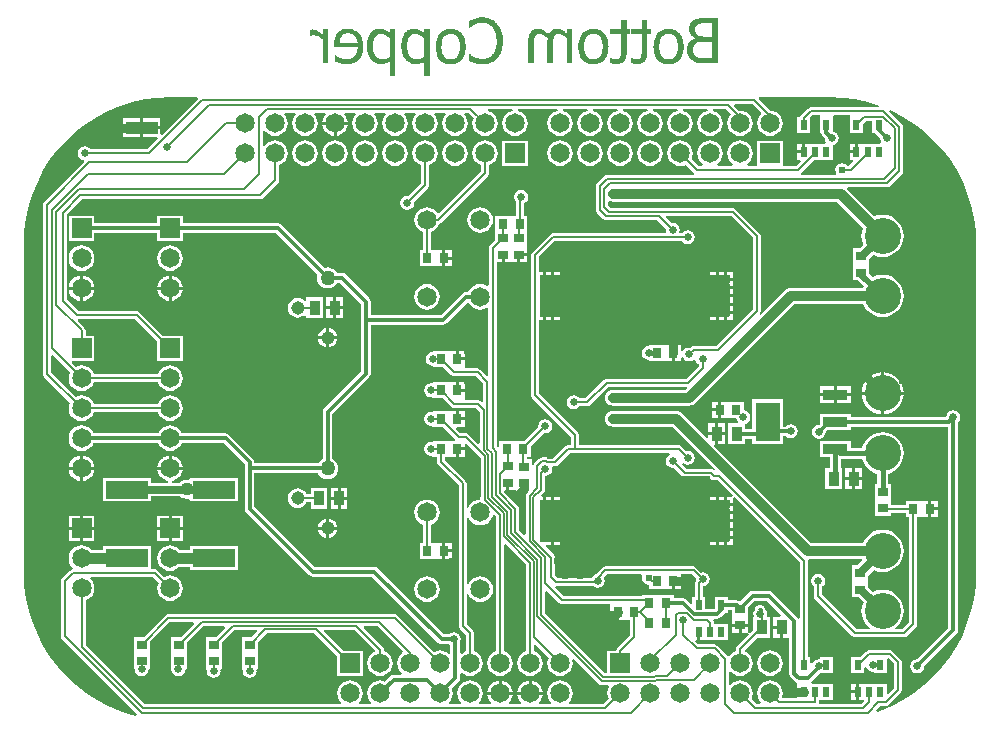
<source format=gbl>
%FSLAX25Y25*%
%MOIN*%
G70*
G01*
G75*
G04 Layer_Physical_Order=2*
G04 Layer_Color=16711680*
%ADD10R,0.03150X0.03347*%
%ADD11R,0.02756X0.07087*%
%ADD12R,0.03937X0.03937*%
%ADD13R,0.05118X0.03347*%
%ADD14R,0.10500X0.04300*%
%ADD15R,0.03347X0.05118*%
%ADD16R,0.03150X0.11811*%
%ADD17R,0.10000X0.04400*%
%ADD18C,0.01200*%
%ADD19C,0.00600*%
%ADD20C,0.03000*%
%ADD21C,0.02500*%
%ADD22C,0.00700*%
%ADD23C,0.03200*%
%ADD24C,0.01600*%
%ADD25C,0.02800*%
%ADD26C,0.03500*%
%ADD27C,0.02000*%
%ADD28R,0.02953X0.02953*%
%ADD29R,0.06500X0.06500*%
%ADD30C,0.06500*%
%ADD31R,0.06500X0.06500*%
%ADD32C,0.12000*%
%ADD33C,0.05000*%
%ADD34C,0.04500*%
%ADD35C,0.02600*%
%ADD36C,0.02400*%
%ADD37C,0.04400*%
%ADD38C,0.03200*%
%ADD39C,0.03000*%
%ADD40R,0.13976X0.05906*%
%ADD41R,0.02362X0.03347*%
%ADD42R,0.03347X0.03150*%
%ADD43R,0.03543X0.04921*%
%ADD44R,0.08268X0.03543*%
%ADD45R,0.08268X0.12992*%
G36*
X-94767Y-161608D02*
X-94845Y-162000D01*
X-94760Y-162427D01*
X-94965Y-162733D01*
X-95066Y-163240D01*
Y-167898D01*
X-95921D01*
Y-169850D01*
X-96476Y-170080D01*
X-97709Y-168846D01*
X-98238Y-168493D01*
X-98862Y-168369D01*
X-102169D01*
Y-167327D01*
X-107319D01*
D01*
D01*
X-107319Y-167327D01*
X-107681D01*
Y-167327D01*
X-112831D01*
Y-167675D01*
X-138751D01*
X-141627Y-164798D01*
X-141344Y-164269D01*
X-141235Y-164291D01*
X-128960D01*
X-128397Y-164667D01*
X-127500Y-164845D01*
X-126603Y-164667D01*
X-125842Y-164158D01*
X-125333Y-163397D01*
X-125155Y-162500D01*
X-125333Y-161603D01*
X-125491Y-161366D01*
X-124451Y-160326D01*
X-112982D01*
X-112602Y-160789D01*
X-112743Y-161500D01*
X-112572Y-162358D01*
X-112086Y-163086D01*
X-111358Y-163572D01*
X-110500Y-163743D01*
X-110331Y-163882D01*
Y-165173D01*
X-105181D01*
Y-165173D01*
X-105181D01*
X-105181Y-165173D01*
X-104819D01*
Y-165173D01*
X-102744D01*
Y-162500D01*
X-102244D01*
Y-162000D01*
X-99669D01*
Y-160326D01*
X-96049D01*
X-94767Y-161608D01*
D02*
G37*
G36*
X-157000Y-132331D02*
X-154827D01*
D01*
X-154827D01*
X-154773Y-132384D01*
Y-132531D01*
X-152600D01*
Y-129956D01*
X-151600D01*
Y-132531D01*
X-151108D01*
X-150878Y-133085D01*
X-151037Y-133244D01*
X-151325Y-133674D01*
X-151426Y-134181D01*
Y-147031D01*
X-151980Y-147260D01*
X-153674Y-145567D01*
Y-138427D01*
X-153674Y-138427D01*
X-153674Y-138427D01*
Y-138427D01*
X-153674D01*
X-153674Y-138427D01*
X-153778Y-137900D01*
X-154077Y-137454D01*
X-158645Y-132885D01*
X-158416Y-132331D01*
X-158000D01*
Y-129756D01*
X-157000D01*
Y-132331D01*
D02*
G37*
G36*
X-140237Y-169937D02*
X-139807Y-170225D01*
X-139300Y-170326D01*
X-123331D01*
D01*
Y-170327D01*
X-123331Y-170750D01*
X-123331Y-170750D01*
X-123331D01*
Y-172500D01*
X-120756D01*
Y-173000D01*
X-120256D01*
Y-175673D01*
X-118243D01*
X-118243Y-175673D01*
Y-175673D01*
X-118181Y-175673D01*
X-118000D01*
X-117819D01*
X-117757Y-175673D01*
X-117757Y-175673D01*
Y-175673D01*
X-116570D01*
Y-180695D01*
X-120937Y-185063D01*
X-121225Y-185493D01*
X-121276Y-185750D01*
X-124250D01*
Y-193124D01*
X-125030D01*
X-144874Y-173280D01*
Y-166085D01*
X-144319Y-165855D01*
X-140237Y-169937D01*
D02*
G37*
G36*
X-140554Y21581D02*
X-140242Y21540D01*
X-139971Y21477D01*
X-139721Y21394D01*
X-139533Y21311D01*
X-139367Y21248D01*
X-139283Y21206D01*
X-139242Y21186D01*
X-138971Y21019D01*
X-138700Y20832D01*
X-138471Y20644D01*
X-138242Y20457D01*
X-138054Y20269D01*
X-137909Y20144D01*
X-137825Y20061D01*
X-137784Y20019D01*
Y21290D01*
X-135888D01*
Y10000D01*
X-137784D01*
Y18415D01*
X-138013Y18624D01*
X-138242Y18832D01*
X-138471Y18999D01*
X-138658Y19124D01*
X-138825Y19249D01*
X-138971Y19332D01*
X-139054Y19374D01*
X-139075Y19394D01*
X-139325Y19519D01*
X-139575Y19624D01*
X-139783Y19686D01*
X-139992Y19748D01*
X-140158Y19769D01*
X-140283Y19790D01*
X-140617D01*
X-140825Y19748D01*
X-140991Y19728D01*
X-141137Y19686D01*
X-141262Y19644D01*
X-141346Y19624D01*
X-141387Y19582D01*
X-141408D01*
X-141658Y19415D01*
X-141825Y19228D01*
X-141887Y19144D01*
X-141929Y19061D01*
X-141971Y19019D01*
Y18999D01*
X-142033Y18853D01*
X-142095Y18686D01*
X-142179Y18332D01*
X-142220Y18186D01*
Y18061D01*
X-142241Y17978D01*
Y17957D01*
X-142283Y17457D01*
Y17207D01*
X-142304Y16999D01*
Y16791D01*
Y16645D01*
Y16561D01*
Y16520D01*
Y10000D01*
X-144199D01*
Y17415D01*
Y17645D01*
Y17832D01*
X-144178Y17936D01*
Y17978D01*
X-144158Y18145D01*
Y18270D01*
Y18353D01*
Y18395D01*
X-144428Y18624D01*
X-144678Y18832D01*
X-144907Y19019D01*
X-145116Y19165D01*
X-145282Y19269D01*
X-145428Y19353D01*
X-145512Y19394D01*
X-145532Y19415D01*
X-145782Y19540D01*
X-146011Y19624D01*
X-146241Y19707D01*
X-146428Y19748D01*
X-146574Y19769D01*
X-146699Y19790D01*
X-147032D01*
X-147240Y19748D01*
X-147407Y19728D01*
X-147553Y19686D01*
X-147678Y19644D01*
X-147761Y19624D01*
X-147803Y19582D01*
X-147824D01*
X-148074Y19415D01*
X-148240Y19228D01*
X-148303Y19144D01*
X-148344Y19061D01*
X-148386Y19019D01*
Y18999D01*
X-148449Y18853D01*
X-148511Y18686D01*
X-148594Y18332D01*
X-148636Y18186D01*
Y18061D01*
X-148657Y17978D01*
Y17957D01*
X-148698Y17457D01*
Y17207D01*
X-148719Y16999D01*
Y16791D01*
Y16645D01*
Y16561D01*
Y16520D01*
Y10000D01*
X-150615D01*
Y17415D01*
Y17832D01*
X-150573Y18207D01*
X-150532Y18540D01*
X-150490Y18832D01*
X-150448Y19040D01*
X-150407Y19207D01*
X-150386Y19311D01*
X-150365Y19353D01*
X-150261Y19624D01*
X-150157Y19873D01*
X-150032Y20102D01*
X-149927Y20269D01*
X-149823Y20415D01*
X-149740Y20540D01*
X-149678Y20603D01*
X-149657Y20623D01*
X-149490Y20811D01*
X-149303Y20957D01*
X-149115Y21082D01*
X-148949Y21186D01*
X-148803Y21269D01*
X-148698Y21331D01*
X-148615Y21373D01*
X-148594D01*
X-148365Y21456D01*
X-148136Y21498D01*
X-147928Y21540D01*
X-147720Y21581D01*
X-147553D01*
X-147407Y21602D01*
X-147282D01*
X-146928Y21581D01*
X-146595Y21519D01*
X-146303Y21436D01*
X-146032Y21352D01*
X-145803Y21269D01*
X-145636Y21186D01*
X-145532Y21123D01*
X-145491Y21102D01*
X-145178Y20894D01*
X-144887Y20665D01*
X-144616Y20415D01*
X-144345Y20186D01*
X-144137Y19978D01*
X-143970Y19811D01*
X-143866Y19686D01*
X-143845Y19665D01*
X-143824Y19644D01*
X-143658Y19998D01*
X-143470Y20311D01*
X-143283Y20582D01*
X-143074Y20790D01*
X-142908Y20936D01*
X-142762Y21061D01*
X-142679Y21123D01*
X-142637Y21144D01*
X-142345Y21290D01*
X-142033Y21415D01*
X-141741Y21498D01*
X-141471Y21540D01*
X-141221Y21581D01*
X-141033Y21602D01*
X-140866D01*
X-140554Y21581D01*
D02*
G37*
G36*
X-66322Y-173985D02*
X-66552Y-174539D01*
X-68925D01*
Y-177500D01*
X-66154D01*
Y-178000D01*
X-65654D01*
Y-181461D01*
X-63631D01*
Y-193500D01*
X-63507Y-194124D01*
X-63153Y-194653D01*
X-61654Y-196153D01*
D01*
X-61654D01*
Y-196153D01*
D01*
X-61654D01*
Y-196153D01*
X-61654D01*
X-61654Y-196154D01*
Y-196153D01*
X-61654Y-196154D01*
Y-196153D01*
X-61124Y-196507D01*
X-60921Y-196548D01*
Y-196756D01*
X-60921D01*
Y-198929D01*
X-58740D01*
Y-199929D01*
X-60921D01*
Y-201624D01*
X-65532D01*
X-65866Y-201125D01*
X-65859Y-201110D01*
X-65713Y-200000D01*
X-65859Y-198890D01*
X-66288Y-197857D01*
X-66969Y-196969D01*
X-67857Y-196288D01*
X-68891Y-195859D01*
X-70000Y-195713D01*
X-71109Y-195859D01*
X-72143Y-196288D01*
X-73031Y-196969D01*
X-73712Y-197857D01*
X-74141Y-198890D01*
X-74287Y-200000D01*
X-74141Y-201110D01*
X-73712Y-202143D01*
X-73031Y-203031D01*
X-73000Y-203055D01*
X-73192Y-203624D01*
X-74430D01*
X-76177Y-201876D01*
X-75859Y-201110D01*
X-75713Y-200000D01*
X-75859Y-198890D01*
X-76288Y-197857D01*
X-76969Y-196969D01*
X-77857Y-196288D01*
X-78891Y-195859D01*
X-80000Y-195713D01*
X-81109Y-195859D01*
X-82143Y-196288D01*
X-83031Y-196969D01*
X-83206Y-197197D01*
X-83775Y-197004D01*
Y-192996D01*
X-83206Y-192803D01*
X-83031Y-193031D01*
X-82143Y-193712D01*
X-81109Y-194141D01*
X-80000Y-194287D01*
X-78891Y-194141D01*
X-77857Y-193712D01*
X-76969Y-193031D01*
X-76288Y-192143D01*
X-75859Y-191110D01*
X-75713Y-190000D01*
X-75859Y-188891D01*
X-76288Y-187857D01*
X-76969Y-186969D01*
X-77857Y-186288D01*
X-78299Y-186105D01*
X-78416Y-185516D01*
X-74361Y-181461D01*
X-70075D01*
Y-174539D01*
X-70609D01*
X-70989Y-174076D01*
X-70855Y-173400D01*
X-71034Y-172503D01*
X-71542Y-171742D01*
X-71553Y-171734D01*
X-71575Y-171627D01*
X-71873Y-171180D01*
X-72027Y-171027D01*
X-72473Y-170728D01*
X-73000Y-170624D01*
X-73800D01*
X-74327Y-170728D01*
X-74773Y-171027D01*
X-75072Y-171473D01*
X-75176Y-172000D01*
X-75143Y-172168D01*
X-75366Y-172503D01*
X-75545Y-173400D01*
X-75366Y-174297D01*
X-75367Y-174297D01*
X-75618Y-174539D01*
X-75618D01*
Y-178825D01*
X-76772Y-179979D01*
X-77327Y-179750D01*
Y-177756D01*
X-79500D01*
Y-179831D01*
X-77408D01*
X-77178Y-180385D01*
X-80973Y-184180D01*
X-81272Y-184627D01*
X-81376Y-185153D01*
X-81376Y-185153D01*
X-81376D01*
X-81376Y-185153D01*
X-81376D01*
Y-185970D01*
X-82143Y-186288D01*
X-83031Y-186969D01*
X-83499Y-187578D01*
X-84099Y-187559D01*
X-84163Y-187463D01*
X-87563Y-184063D01*
X-87993Y-183775D01*
X-88500Y-183675D01*
X-93951D01*
X-94969Y-182657D01*
X-94739Y-182102D01*
X-94240D01*
Y-179429D01*
X-93240D01*
Y-182102D01*
X-84079D01*
Y-176756D01*
X-88674D01*
Y-176500D01*
X-88775Y-175993D01*
X-89021Y-175625D01*
X-88738Y-175096D01*
X-87536D01*
X-86911Y-174972D01*
X-86382Y-174618D01*
X-86382Y-174618D01*
X-86382Y-174618D01*
X-85106Y-173342D01*
X-85041Y-173244D01*
X-84079D01*
Y-172202D01*
X-82673D01*
Y-174257D01*
X-82673Y-174257D01*
X-82673D01*
X-82673Y-174319D01*
Y-174500D01*
Y-174681D01*
X-82673Y-174743D01*
X-82673Y-174743D01*
X-82673D01*
Y-176756D01*
X-77327D01*
Y-174743D01*
X-77327Y-174743D01*
D01*
D01*
X-77327Y-174681D01*
Y-174604D01*
Y-174500D01*
Y-174446D01*
Y-174319D01*
X-77327Y-174274D01*
X-77327Y-174257D01*
X-77327Y-174257D01*
X-77327D01*
Y-171378D01*
X-75080Y-169131D01*
X-71176D01*
X-66322Y-173985D01*
D02*
G37*
G36*
X-170375Y-69888D02*
X-170354Y-69939D01*
X-169673Y-70826D01*
X-168785Y-71508D01*
X-167751Y-71936D01*
X-166642Y-72082D01*
X-165532Y-71936D01*
X-164498Y-71508D01*
X-164415Y-71443D01*
X-163876Y-71709D01*
Y-93965D01*
X-164431Y-94195D01*
X-166563Y-92063D01*
X-166993Y-91775D01*
X-167500Y-91675D01*
X-171669D01*
Y-91173D01*
X-171669D01*
Y-89000D01*
X-174244D01*
Y-88500D01*
X-174744D01*
Y-85827D01*
X-176819D01*
D01*
D01*
X-176819Y-85827D01*
X-177181D01*
Y-85827D01*
X-182331D01*
Y-86016D01*
X-182500Y-86155D01*
X-183397Y-86334D01*
X-184158Y-86842D01*
X-184667Y-87603D01*
X-184845Y-88500D01*
X-184667Y-89397D01*
X-184158Y-90158D01*
X-183397Y-90667D01*
X-182500Y-90845D01*
X-182331Y-90984D01*
Y-91173D01*
X-178957D01*
X-176193Y-93937D01*
X-175763Y-94225D01*
X-175256Y-94326D01*
X-168049D01*
X-165525Y-96849D01*
Y-102816D01*
X-166080Y-103046D01*
X-166563Y-102563D01*
X-166993Y-102275D01*
X-167500Y-102174D01*
X-171669D01*
Y-101673D01*
X-171669D01*
Y-99500D01*
X-174244D01*
Y-99000D01*
X-174744D01*
Y-96327D01*
X-176819D01*
D01*
D01*
X-176819Y-96327D01*
X-177181D01*
Y-96327D01*
X-182331D01*
Y-96327D01*
X-182783Y-96698D01*
X-183000Y-96655D01*
X-183897Y-96833D01*
X-184658Y-97342D01*
X-185167Y-98103D01*
X-185345Y-99000D01*
X-185167Y-99897D01*
X-184658Y-100658D01*
X-183897Y-101166D01*
X-183000Y-101345D01*
X-182783Y-101302D01*
X-182331Y-101673D01*
Y-101673D01*
X-178957D01*
X-176193Y-104437D01*
X-175763Y-104725D01*
X-175256Y-104825D01*
X-168049D01*
X-166726Y-106149D01*
Y-116616D01*
X-167280Y-116846D01*
X-170563Y-113563D01*
X-170993Y-113275D01*
X-171500Y-113174D01*
X-173207D01*
X-174654Y-111728D01*
X-174424Y-111173D01*
X-171669D01*
Y-109000D01*
X-174244D01*
Y-108500D01*
X-174744D01*
Y-105827D01*
X-176819D01*
D01*
D01*
X-176819Y-105827D01*
X-177181D01*
Y-105827D01*
X-182331D01*
Y-105827D01*
X-182783Y-106198D01*
X-183000Y-106155D01*
X-183897Y-106333D01*
X-184658Y-106842D01*
X-185167Y-107603D01*
X-185345Y-108500D01*
X-185167Y-109397D01*
X-184658Y-110158D01*
X-183897Y-110667D01*
X-183000Y-110845D01*
X-182783Y-110802D01*
X-182331Y-111173D01*
Y-111173D01*
X-178957D01*
X-174858Y-115272D01*
X-175088Y-115827D01*
X-176819D01*
D01*
D01*
X-176819Y-115827D01*
X-177181D01*
Y-115827D01*
X-182331D01*
Y-115827D01*
X-182783Y-116198D01*
X-183000Y-116155D01*
X-183897Y-116333D01*
X-184658Y-116842D01*
X-185167Y-117603D01*
X-185345Y-118500D01*
X-185167Y-119397D01*
X-184658Y-120158D01*
X-183897Y-120667D01*
X-183000Y-120845D01*
X-182783Y-120802D01*
X-182331Y-121173D01*
Y-121173D01*
X-181081D01*
Y-122744D01*
X-180981Y-123251D01*
X-180693Y-123681D01*
X-180693Y-123681D01*
X-180693Y-123681D01*
X-173826Y-130549D01*
Y-177500D01*
X-173725Y-178007D01*
X-173437Y-178437D01*
X-171326Y-180549D01*
Y-185949D01*
X-172143Y-186288D01*
X-172731Y-186738D01*
X-173269Y-186473D01*
Y-182600D01*
X-173272Y-182586D01*
X-173155Y-182000D01*
X-173333Y-181103D01*
X-173842Y-180342D01*
X-174603Y-179833D01*
X-175500Y-179655D01*
X-176397Y-179833D01*
X-177158Y-180342D01*
X-177176Y-180369D01*
X-178824D01*
X-200847Y-158346D01*
X-201376Y-157993D01*
X-202000Y-157869D01*
X-221824D01*
X-241869Y-137824D01*
Y-126631D01*
X-220613D01*
X-220557Y-126765D01*
X-219996Y-127496D01*
X-219265Y-128057D01*
X-218414Y-128410D01*
X-217500Y-128530D01*
X-216586Y-128410D01*
X-215735Y-128057D01*
X-215004Y-127496D01*
X-214443Y-126765D01*
X-214090Y-125914D01*
X-213970Y-125000D01*
X-214090Y-124086D01*
X-214443Y-123235D01*
X-215004Y-122504D01*
X-215735Y-121943D01*
X-215869Y-121887D01*
Y-106876D01*
X-203547Y-94554D01*
X-203193Y-94024D01*
X-203069Y-93400D01*
X-203069Y-93400D01*
X-203069Y-93400D01*
Y-93400D01*
Y-77131D01*
X-179000D01*
X-178376Y-77007D01*
X-177847Y-76653D01*
X-177847Y-76653D01*
X-177847Y-76653D01*
X-170964Y-69771D01*
X-170375Y-69888D01*
D02*
G37*
G36*
X-123179Y-36033D02*
X-122500Y-36122D01*
X-47586D01*
X-38964Y-44744D01*
X-38998Y-44808D01*
X-39399Y-46128D01*
X-39534Y-47500D01*
X-39399Y-48872D01*
X-38998Y-50192D01*
X-38878Y-50417D01*
X-40130Y-51669D01*
X-42273D01*
Y-56819D01*
X-42273Y-56819D01*
X-42273Y-57181D01*
X-42273D01*
Y-62331D01*
X-40553D01*
X-38677Y-64207D01*
X-38998Y-64808D01*
X-39020Y-64878D01*
X-63000D01*
X-63000Y-64877D01*
X-63679Y-64967D01*
X-64311Y-65229D01*
X-64854Y-65646D01*
X-64854Y-65646D01*
X-73043Y-73835D01*
X-73507Y-73454D01*
X-73275Y-73107D01*
X-73175Y-72600D01*
Y-47500D01*
X-73175Y-47500D01*
X-73175Y-47500D01*
Y-47500D01*
X-73175D01*
X-73175Y-47500D01*
X-73275Y-46993D01*
X-73563Y-46563D01*
X-81563Y-38563D01*
X-81993Y-38275D01*
X-82500Y-38175D01*
X-123151D01*
X-124074Y-37251D01*
Y-36202D01*
X-123576Y-35869D01*
X-123179Y-36033D01*
D02*
G37*
G36*
X-166399Y-121476D02*
Y-133572D01*
X-166642Y-135418D01*
X-167751Y-135564D01*
X-168785Y-135992D01*
X-169673Y-136674D01*
X-170354Y-137561D01*
X-170586Y-138121D01*
X-171175Y-138004D01*
Y-130000D01*
X-171275Y-129493D01*
X-171563Y-129063D01*
X-178430Y-122195D01*
Y-121173D01*
X-177181D01*
Y-121173D01*
X-177181D01*
X-177181Y-121173D01*
X-176819D01*
Y-121173D01*
X-174744D01*
Y-118500D01*
X-174244D01*
Y-118000D01*
X-171669D01*
Y-116989D01*
X-171115Y-116760D01*
X-166399Y-121476D01*
D02*
G37*
G36*
X-161326Y-141026D02*
Y-185949D01*
X-162143Y-186288D01*
X-163031Y-186969D01*
X-163712Y-187857D01*
X-164141Y-188891D01*
X-164287Y-190000D01*
X-164141Y-191110D01*
X-163712Y-192143D01*
X-163031Y-193031D01*
X-162143Y-193712D01*
X-161109Y-194141D01*
X-160000Y-194287D01*
X-158890Y-194141D01*
X-157857Y-193712D01*
X-156969Y-193031D01*
X-156288Y-192143D01*
X-155859Y-191110D01*
X-155713Y-190000D01*
X-155859Y-188891D01*
X-156288Y-187857D01*
X-156969Y-186969D01*
X-157857Y-186288D01*
X-158675Y-185949D01*
Y-150474D01*
X-158120Y-150244D01*
X-151326Y-157039D01*
Y-185949D01*
X-152143Y-186288D01*
X-153031Y-186969D01*
X-153712Y-187857D01*
X-154141Y-188891D01*
X-154287Y-190000D01*
X-154141Y-191110D01*
X-153712Y-192143D01*
X-153031Y-193031D01*
X-152143Y-193712D01*
X-151110Y-194141D01*
X-150000Y-194287D01*
X-148890Y-194141D01*
X-147857Y-193712D01*
X-146969Y-193031D01*
X-146288Y-192143D01*
X-145859Y-191110D01*
X-145713Y-190000D01*
X-145859Y-188891D01*
X-146288Y-187857D01*
X-146969Y-186969D01*
X-147857Y-186288D01*
X-148674Y-185949D01*
Y-183984D01*
X-148120Y-183754D01*
X-143802Y-188073D01*
X-144141Y-188891D01*
X-144287Y-190000D01*
X-144141Y-191110D01*
X-143712Y-192143D01*
X-143031Y-193031D01*
X-142143Y-193712D01*
X-141110Y-194141D01*
X-140000Y-194287D01*
X-138891Y-194141D01*
X-137857Y-193712D01*
X-136969Y-193031D01*
X-136288Y-192143D01*
X-135859Y-191110D01*
X-135713Y-190000D01*
X-135859Y-188891D01*
X-135882Y-188835D01*
X-135384Y-188502D01*
X-127112Y-196773D01*
X-127112Y-196773D01*
X-126665Y-197072D01*
X-126138Y-197177D01*
X-126138Y-197176D01*
X-123869D01*
X-123603Y-197715D01*
X-123712Y-197857D01*
X-124141Y-198890D01*
X-124287Y-200000D01*
X-124141Y-201110D01*
X-123802Y-201927D01*
X-125549Y-203675D01*
X-136874D01*
X-137067Y-203106D01*
X-136969Y-203031D01*
X-136288Y-202143D01*
X-135859Y-201110D01*
X-135713Y-200000D01*
X-135859Y-198890D01*
X-136288Y-197857D01*
X-136969Y-196969D01*
X-137857Y-196288D01*
X-138891Y-195859D01*
X-140000Y-195713D01*
X-141110Y-195859D01*
X-142143Y-196288D01*
X-143031Y-196969D01*
X-143712Y-197857D01*
X-144141Y-198890D01*
X-144287Y-200000D01*
X-144141Y-201110D01*
X-143712Y-202143D01*
X-143031Y-203031D01*
X-142933Y-203106D01*
X-143126Y-203675D01*
X-146874D01*
X-147067Y-203106D01*
X-146969Y-203031D01*
X-146288Y-202143D01*
X-145859Y-201110D01*
X-145779Y-200500D01*
X-154221D01*
X-154141Y-201110D01*
X-153712Y-202143D01*
X-153031Y-203031D01*
X-152933Y-203106D01*
X-153126Y-203675D01*
X-156874D01*
X-157067Y-203106D01*
X-156969Y-203031D01*
X-156288Y-202143D01*
X-155859Y-201110D01*
X-155779Y-200500D01*
X-164221D01*
X-164141Y-201110D01*
X-163712Y-202143D01*
X-163031Y-203031D01*
X-162933Y-203106D01*
X-163126Y-203675D01*
X-166874D01*
X-167067Y-203106D01*
X-166969Y-203031D01*
X-166288Y-202143D01*
X-165859Y-201110D01*
X-165713Y-200000D01*
X-165859Y-198890D01*
X-166288Y-197857D01*
X-166969Y-196969D01*
X-167857Y-196288D01*
X-168891Y-195859D01*
X-170000Y-195713D01*
X-171109Y-195859D01*
X-172143Y-196288D01*
X-173031Y-196969D01*
X-173712Y-197857D01*
X-174141Y-198890D01*
X-174287Y-200000D01*
X-174141Y-201110D01*
X-173712Y-202143D01*
X-173031Y-203031D01*
X-172933Y-203106D01*
X-173126Y-203675D01*
X-176874D01*
X-177067Y-203106D01*
X-176969Y-203031D01*
X-176288Y-202143D01*
X-175859Y-201110D01*
X-175713Y-200000D01*
X-175859Y-198890D01*
X-176072Y-198379D01*
X-173747Y-196054D01*
X-173393Y-195524D01*
X-173269Y-194900D01*
X-173269Y-194900D01*
X-173269Y-194900D01*
Y-194900D01*
Y-193527D01*
X-172731Y-193262D01*
X-172143Y-193712D01*
X-171109Y-194141D01*
X-170000Y-194287D01*
X-168891Y-194141D01*
X-167857Y-193712D01*
X-166969Y-193031D01*
X-166288Y-192143D01*
X-165859Y-191110D01*
X-165713Y-190000D01*
X-165859Y-188891D01*
X-166288Y-187857D01*
X-166969Y-186969D01*
X-167857Y-186288D01*
X-168675Y-185949D01*
Y-180000D01*
X-168775Y-179493D01*
X-169063Y-179063D01*
X-171175Y-176951D01*
Y-166996D01*
X-170586Y-166879D01*
X-170354Y-167439D01*
X-169673Y-168326D01*
X-168785Y-169008D01*
X-167751Y-169436D01*
X-166642Y-169582D01*
X-165532Y-169436D01*
X-164498Y-169008D01*
X-163611Y-168326D01*
X-162929Y-167439D01*
X-162501Y-166405D01*
X-162355Y-165295D01*
X-162501Y-164186D01*
X-162929Y-163152D01*
X-163611Y-162264D01*
X-164498Y-161583D01*
X-165532Y-161155D01*
X-166642Y-161009D01*
X-167751Y-161155D01*
X-168785Y-161583D01*
X-169673Y-162264D01*
X-170354Y-163152D01*
X-170586Y-163712D01*
X-171175Y-163595D01*
Y-141405D01*
X-170586Y-141288D01*
X-170354Y-141848D01*
X-169673Y-142736D01*
X-168785Y-143417D01*
X-167751Y-143845D01*
X-166642Y-143991D01*
X-165532Y-143845D01*
X-164498Y-143417D01*
X-163611Y-142736D01*
X-162929Y-141848D01*
X-162501Y-140814D01*
X-162478Y-140635D01*
X-161909Y-140443D01*
X-161326Y-141026D01*
D02*
G37*
G36*
X-103497Y-120400D02*
X-104158Y-120842D01*
X-104667Y-121603D01*
X-104845Y-122500D01*
X-104667Y-123397D01*
X-104158Y-124158D01*
X-103397Y-124667D01*
X-102500Y-124845D01*
X-102108Y-124767D01*
X-99375Y-127500D01*
X-90000D01*
Y-128102D01*
X-89664Y-128437D01*
X-89234Y-128725D01*
X-88727Y-128825D01*
X-87549D01*
X-82417Y-133958D01*
X-82647Y-134512D01*
X-84185D01*
Y-135500D01*
X-83799D01*
Y-136488D01*
X-82209D01*
Y-134950D01*
X-81654Y-134720D01*
X-60066Y-156309D01*
Y-174982D01*
X-60640Y-175156D01*
X-60847Y-174846D01*
X-69346Y-166347D01*
X-69876Y-165993D01*
X-70500Y-165869D01*
X-75756D01*
X-76380Y-165993D01*
X-76909Y-166347D01*
X-79732Y-169169D01*
X-80391D01*
X-80549Y-169064D01*
X-81173Y-168939D01*
X-84079D01*
Y-167898D01*
X-88441D01*
Y-171833D01*
X-91559D01*
Y-167898D01*
X-92415D01*
Y-164328D01*
X-91603Y-164167D01*
X-90842Y-163658D01*
X-90333Y-162897D01*
X-90155Y-162000D01*
X-90333Y-161103D01*
X-90842Y-160342D01*
X-91603Y-159833D01*
X-92500Y-159655D01*
X-92892Y-159733D01*
X-94563Y-158063D01*
X-94993Y-157775D01*
X-95500Y-157675D01*
X-125000D01*
X-125507Y-157775D01*
X-125937Y-158063D01*
X-128161Y-160286D01*
X-128397Y-160333D01*
X-129158Y-160842D01*
X-129667Y-161603D01*
X-129674Y-161640D01*
X-140686D01*
X-141748Y-160577D01*
Y-155438D01*
X-141675Y-155329D01*
X-141575Y-154822D01*
X-141675Y-154315D01*
X-141963Y-153885D01*
X-144805Y-151042D01*
X-144575Y-150488D01*
X-143059D01*
Y-149500D01*
X-146595D01*
Y-135500D01*
X-145815D01*
Y-134512D01*
X-146075D01*
X-146305Y-133958D01*
X-145463Y-133115D01*
X-145463Y-133115D01*
X-145463Y-133115D01*
X-145175Y-132685D01*
X-145074Y-132178D01*
Y-127688D01*
X-144900Y-127545D01*
X-144003Y-127367D01*
X-143242Y-126858D01*
X-142733Y-126097D01*
X-142555Y-125200D01*
X-142643Y-124755D01*
X-142263Y-124291D01*
X-141665D01*
X-141158Y-124190D01*
X-140728Y-123903D01*
X-140728Y-123903D01*
X-140728Y-123903D01*
X-136651Y-119825D01*
X-103671D01*
X-103497Y-120400D01*
D02*
G37*
G36*
X-217208Y10000D02*
X-219104D01*
Y17978D01*
X-219354Y18207D01*
X-219604Y18415D01*
X-219854Y18582D01*
X-220062Y18728D01*
X-220250Y18832D01*
X-220395Y18915D01*
X-220479Y18957D01*
X-220520Y18978D01*
X-220812Y19082D01*
X-221083Y19165D01*
X-221354Y19228D01*
X-221583Y19269D01*
X-221770Y19290D01*
X-221937Y19311D01*
X-222478D01*
X-222583Y19290D01*
X-222624D01*
X-222791Y19269D01*
X-222937Y19249D01*
X-223041Y19228D01*
X-223187D01*
Y21227D01*
X-223062Y21248D01*
X-222957D01*
X-222874Y21269D01*
X-222853D01*
X-222728Y21290D01*
X-222416D01*
X-222145Y21269D01*
X-221874Y21227D01*
X-221624Y21165D01*
X-221374Y21102D01*
X-221187Y21019D01*
X-221041Y20957D01*
X-220937Y20915D01*
X-220895Y20894D01*
X-220604Y20727D01*
X-220291Y20540D01*
X-220000Y20332D01*
X-219708Y20102D01*
X-219458Y19915D01*
X-219271Y19748D01*
X-219146Y19644D01*
X-219125Y19624D01*
X-219104Y19603D01*
Y21290D01*
X-217208D01*
Y10000D01*
D02*
G37*
G36*
X-128473Y21581D02*
X-128077Y21540D01*
X-127702Y21456D01*
X-127369Y21352D01*
X-127035Y21227D01*
X-126723Y21102D01*
X-126452Y20957D01*
X-126202Y20811D01*
X-125973Y20665D01*
X-125786Y20519D01*
X-125619Y20394D01*
X-125473Y20269D01*
X-125369Y20165D01*
X-125286Y20082D01*
X-125244Y20040D01*
X-125223Y20019D01*
X-124973Y19707D01*
X-124765Y19374D01*
X-124577Y19040D01*
X-124432Y18665D01*
X-124286Y18311D01*
X-124182Y17936D01*
X-124015Y17228D01*
X-123973Y16916D01*
X-123932Y16603D01*
X-123890Y16332D01*
X-123869Y16082D01*
X-123848Y15895D01*
Y15749D01*
Y15666D01*
Y15624D01*
X-123869Y15124D01*
X-123911Y14645D01*
X-123973Y14208D01*
X-124057Y13791D01*
X-124161Y13395D01*
X-124265Y13041D01*
X-124390Y12708D01*
X-124515Y12416D01*
X-124640Y12145D01*
X-124765Y11916D01*
X-124869Y11729D01*
X-124973Y11562D01*
X-125057Y11437D01*
X-125119Y11354D01*
X-125161Y11292D01*
X-125181Y11271D01*
X-125452Y11000D01*
X-125723Y10750D01*
X-126035Y10542D01*
X-126327Y10354D01*
X-126640Y10208D01*
X-126952Y10083D01*
X-127244Y9979D01*
X-127535Y9896D01*
X-127827Y9813D01*
X-128077Y9771D01*
X-128306Y9729D01*
X-128493Y9708D01*
X-128660D01*
X-128785Y9688D01*
X-128889D01*
X-129306Y9708D01*
X-129702Y9750D01*
X-130077Y9833D01*
X-130431Y9938D01*
X-130764Y10042D01*
X-131055Y10167D01*
X-131326Y10312D01*
X-131576Y10458D01*
X-131805Y10604D01*
X-131993Y10750D01*
X-132159Y10875D01*
X-132305Y10979D01*
X-132410Y11083D01*
X-132493Y11167D01*
X-132535Y11208D01*
X-132555Y11229D01*
X-132805Y11541D01*
X-133014Y11854D01*
X-133201Y12208D01*
X-133347Y12562D01*
X-133493Y12937D01*
X-133597Y13291D01*
X-133763Y13999D01*
X-133826Y14333D01*
X-133868Y14645D01*
X-133888Y14916D01*
X-133909Y15145D01*
X-133930Y15353D01*
Y15499D01*
Y15582D01*
Y15624D01*
X-133909Y16145D01*
X-133868Y16624D01*
X-133805Y17082D01*
X-133722Y17520D01*
X-133618Y17915D01*
X-133493Y18270D01*
X-133368Y18603D01*
X-133243Y18894D01*
X-133118Y19165D01*
X-132993Y19394D01*
X-132868Y19582D01*
X-132764Y19748D01*
X-132680Y19873D01*
X-132618Y19978D01*
X-132576Y20019D01*
X-132555Y20040D01*
X-132284Y20311D01*
X-132014Y20561D01*
X-131701Y20769D01*
X-131410Y20936D01*
X-131097Y21102D01*
X-130785Y21227D01*
X-130493Y21331D01*
X-130201Y21415D01*
X-129931Y21477D01*
X-129681Y21519D01*
X-129472Y21561D01*
X-129264Y21581D01*
X-129118Y21602D01*
X-128889D01*
X-128473Y21581D01*
D02*
G37*
G36*
X-103393D02*
X-102998Y21540D01*
X-102623Y21456D01*
X-102289Y21352D01*
X-101956Y21227D01*
X-101644Y21102D01*
X-101373Y20957D01*
X-101123Y20811D01*
X-100894Y20665D01*
X-100706Y20519D01*
X-100540Y20394D01*
X-100394Y20269D01*
X-100290Y20165D01*
X-100206Y20082D01*
X-100165Y20040D01*
X-100144Y20019D01*
X-99894Y19707D01*
X-99686Y19374D01*
X-99498Y19040D01*
X-99352Y18665D01*
X-99207Y18311D01*
X-99102Y17936D01*
X-98936Y17228D01*
X-98894Y16916D01*
X-98852Y16603D01*
X-98811Y16332D01*
X-98790Y16082D01*
X-98769Y15895D01*
Y15749D01*
Y15666D01*
Y15624D01*
X-98790Y15124D01*
X-98831Y14645D01*
X-98894Y14208D01*
X-98977Y13791D01*
X-99081Y13395D01*
X-99186Y13041D01*
X-99311Y12708D01*
X-99436Y12416D01*
X-99561Y12145D01*
X-99686Y11916D01*
X-99790Y11729D01*
X-99894Y11562D01*
X-99977Y11437D01*
X-100040Y11354D01*
X-100081Y11292D01*
X-100102Y11271D01*
X-100373Y11000D01*
X-100644Y10750D01*
X-100956Y10542D01*
X-101248Y10354D01*
X-101560Y10208D01*
X-101873Y10083D01*
X-102164Y9979D01*
X-102456Y9896D01*
X-102748Y9813D01*
X-102998Y9771D01*
X-103227Y9729D01*
X-103414Y9708D01*
X-103581D01*
X-103706Y9688D01*
X-103810D01*
X-104227Y9708D01*
X-104622Y9750D01*
X-104997Y9833D01*
X-105351Y9938D01*
X-105685Y10042D01*
X-105976Y10167D01*
X-106247Y10312D01*
X-106497Y10458D01*
X-106726Y10604D01*
X-106914Y10750D01*
X-107080Y10875D01*
X-107226Y10979D01*
X-107330Y11083D01*
X-107413Y11167D01*
X-107455Y11208D01*
X-107476Y11229D01*
X-107726Y11541D01*
X-107934Y11854D01*
X-108122Y12208D01*
X-108267Y12562D01*
X-108413Y12937D01*
X-108518Y13291D01*
X-108684Y13999D01*
X-108747Y14333D01*
X-108788Y14645D01*
X-108809Y14916D01*
X-108830Y15145D01*
X-108851Y15353D01*
Y15499D01*
Y15582D01*
Y15624D01*
X-108830Y16145D01*
X-108788Y16624D01*
X-108726Y17082D01*
X-108642Y17520D01*
X-108538Y17915D01*
X-108413Y18270D01*
X-108288Y18603D01*
X-108163Y18894D01*
X-108038Y19165D01*
X-107913Y19394D01*
X-107788Y19582D01*
X-107684Y19748D01*
X-107601Y19873D01*
X-107538Y19978D01*
X-107497Y20019D01*
X-107476Y20040D01*
X-107205Y20311D01*
X-106934Y20561D01*
X-106622Y20769D01*
X-106330Y20936D01*
X-106018Y21102D01*
X-105705Y21227D01*
X-105414Y21331D01*
X-105122Y21415D01*
X-104851Y21477D01*
X-104601Y21519D01*
X-104393Y21561D01*
X-104185Y21581D01*
X-104039Y21602D01*
X-103810D01*
X-103393Y21581D01*
D02*
G37*
G36*
X-176028D02*
X-175632Y21540D01*
X-175257Y21456D01*
X-174924Y21352D01*
X-174590Y21227D01*
X-174278Y21102D01*
X-174007Y20957D01*
X-173757Y20811D01*
X-173528Y20665D01*
X-173340Y20519D01*
X-173174Y20394D01*
X-173028Y20269D01*
X-172924Y20165D01*
X-172840Y20082D01*
X-172799Y20040D01*
X-172778Y20019D01*
X-172528Y19707D01*
X-172320Y19374D01*
X-172132Y19040D01*
X-171986Y18665D01*
X-171841Y18311D01*
X-171737Y17936D01*
X-171570Y17228D01*
X-171528Y16916D01*
X-171487Y16603D01*
X-171445Y16332D01*
X-171424Y16082D01*
X-171403Y15895D01*
Y15749D01*
Y15666D01*
Y15624D01*
X-171424Y15124D01*
X-171466Y14645D01*
X-171528Y14208D01*
X-171611Y13791D01*
X-171716Y13395D01*
X-171820Y13041D01*
X-171945Y12708D01*
X-172070Y12416D01*
X-172195Y12145D01*
X-172320Y11916D01*
X-172424Y11729D01*
X-172528Y11562D01*
X-172611Y11437D01*
X-172674Y11354D01*
X-172715Y11292D01*
X-172736Y11271D01*
X-173007Y11000D01*
X-173278Y10750D01*
X-173590Y10542D01*
X-173882Y10354D01*
X-174195Y10208D01*
X-174507Y10083D01*
X-174799Y9979D01*
X-175090Y9896D01*
X-175382Y9813D01*
X-175632Y9771D01*
X-175861Y9729D01*
X-176048Y9708D01*
X-176215D01*
X-176340Y9688D01*
X-176444D01*
X-176861Y9708D01*
X-177257Y9750D01*
X-177631Y9833D01*
X-177986Y9938D01*
X-178319Y10042D01*
X-178610Y10167D01*
X-178881Y10312D01*
X-179131Y10458D01*
X-179360Y10604D01*
X-179548Y10750D01*
X-179714Y10875D01*
X-179860Y10979D01*
X-179964Y11083D01*
X-180048Y11167D01*
X-180089Y11208D01*
X-180110Y11229D01*
X-180360Y11541D01*
X-180568Y11854D01*
X-180756Y12208D01*
X-180902Y12562D01*
X-181047Y12937D01*
X-181152Y13291D01*
X-181318Y13999D01*
X-181381Y14333D01*
X-181422Y14645D01*
X-181443Y14916D01*
X-181464Y15145D01*
X-181485Y15353D01*
Y15499D01*
Y15582D01*
Y15624D01*
X-181464Y16145D01*
X-181422Y16624D01*
X-181360Y17082D01*
X-181277Y17520D01*
X-181173Y17915D01*
X-181047Y18270D01*
X-180923Y18603D01*
X-180798Y18894D01*
X-180673Y19165D01*
X-180548Y19394D01*
X-180423Y19582D01*
X-180318Y19748D01*
X-180235Y19873D01*
X-180173Y19978D01*
X-180131Y20019D01*
X-180110Y20040D01*
X-179839Y20311D01*
X-179569Y20561D01*
X-179256Y20769D01*
X-178964Y20936D01*
X-178652Y21102D01*
X-178340Y21227D01*
X-178048Y21331D01*
X-177756Y21415D01*
X-177486Y21477D01*
X-177236Y21519D01*
X-177027Y21561D01*
X-176819Y21581D01*
X-176673Y21602D01*
X-176444D01*
X-176028Y21581D01*
D02*
G37*
G36*
X-199857D02*
X-199503Y21540D01*
X-199190Y21456D01*
X-198899Y21394D01*
X-198670Y21311D01*
X-198482Y21227D01*
X-198378Y21186D01*
X-198336Y21165D01*
X-198024Y20998D01*
X-197732Y20811D01*
X-197462Y20644D01*
X-197232Y20478D01*
X-197045Y20332D01*
X-196899Y20207D01*
X-196816Y20123D01*
X-196774Y20102D01*
Y21290D01*
X-194879D01*
Y5834D01*
X-196774D01*
Y10542D01*
X-197253Y10292D01*
X-197482Y10187D01*
X-197691Y10104D01*
X-197857Y10042D01*
X-197982Y10000D01*
X-198066Y9958D01*
X-198087D01*
X-198586Y9854D01*
X-198836Y9813D01*
X-199086Y9792D01*
X-199274D01*
X-199440Y9771D01*
X-199586D01*
X-199961Y9792D01*
X-200336Y9833D01*
X-200669Y9917D01*
X-200982Y10042D01*
X-201294Y10167D01*
X-201565Y10292D01*
X-201836Y10458D01*
X-202065Y10604D01*
X-202273Y10750D01*
X-202461Y10916D01*
X-202627Y11041D01*
X-202752Y11187D01*
X-202856Y11292D01*
X-202940Y11375D01*
X-202981Y11416D01*
X-203002Y11437D01*
X-203232Y11771D01*
X-203440Y12104D01*
X-203627Y12479D01*
X-203794Y12854D01*
X-203919Y13229D01*
X-204023Y13604D01*
X-204190Y14312D01*
X-204252Y14645D01*
X-204294Y14957D01*
X-204315Y15228D01*
X-204335Y15478D01*
X-204356Y15666D01*
Y15812D01*
Y15895D01*
Y15936D01*
X-204335Y16416D01*
X-204315Y16853D01*
X-204252Y17270D01*
X-204190Y17665D01*
X-204106Y18040D01*
X-204002Y18374D01*
X-203898Y18686D01*
X-203815Y18978D01*
X-203711Y19228D01*
X-203606Y19436D01*
X-203502Y19624D01*
X-203419Y19790D01*
X-203357Y19894D01*
X-203294Y19998D01*
X-203273Y20040D01*
X-203252Y20061D01*
X-203044Y20332D01*
X-202815Y20561D01*
X-202565Y20769D01*
X-202315Y20957D01*
X-202065Y21102D01*
X-201815Y21227D01*
X-201565Y21331D01*
X-201336Y21415D01*
X-201107Y21477D01*
X-200899Y21519D01*
X-200711Y21561D01*
X-200544Y21581D01*
X-200419Y21602D01*
X-200232D01*
X-199857Y21581D01*
D02*
G37*
G36*
X-188421D02*
X-188067Y21540D01*
X-187755Y21456D01*
X-187463Y21394D01*
X-187234Y21311D01*
X-187047Y21227D01*
X-186942Y21186D01*
X-186901Y21165D01*
X-186588Y20998D01*
X-186297Y20811D01*
X-186026Y20644D01*
X-185797Y20478D01*
X-185609Y20332D01*
X-185464Y20207D01*
X-185380Y20123D01*
X-185338Y20102D01*
Y21290D01*
X-183443D01*
Y5834D01*
X-185338D01*
Y10542D01*
X-185818Y10292D01*
X-186047Y10187D01*
X-186255Y10104D01*
X-186422Y10042D01*
X-186547Y10000D01*
X-186630Y9958D01*
X-186651D01*
X-187151Y9854D01*
X-187401Y9813D01*
X-187651Y9792D01*
X-187838D01*
X-188005Y9771D01*
X-188151D01*
X-188525Y9792D01*
X-188900Y9833D01*
X-189234Y9917D01*
X-189546Y10042D01*
X-189859Y10167D01*
X-190129Y10292D01*
X-190400Y10458D01*
X-190629Y10604D01*
X-190838Y10750D01*
X-191025Y10916D01*
X-191192Y11041D01*
X-191317Y11187D01*
X-191421Y11292D01*
X-191504Y11375D01*
X-191546Y11416D01*
X-191567Y11437D01*
X-191796Y11771D01*
X-192004Y12104D01*
X-192192Y12479D01*
X-192358Y12854D01*
X-192483Y13229D01*
X-192587Y13604D01*
X-192754Y14312D01*
X-192816Y14645D01*
X-192858Y14957D01*
X-192879Y15228D01*
X-192900Y15478D01*
X-192921Y15666D01*
Y15812D01*
Y15895D01*
Y15936D01*
X-192900Y16416D01*
X-192879Y16853D01*
X-192816Y17270D01*
X-192754Y17665D01*
X-192671Y18040D01*
X-192567Y18374D01*
X-192462Y18686D01*
X-192379Y18978D01*
X-192275Y19228D01*
X-192171Y19436D01*
X-192067Y19624D01*
X-191983Y19790D01*
X-191921Y19894D01*
X-191858Y19998D01*
X-191838Y20040D01*
X-191817Y20061D01*
X-191608Y20332D01*
X-191379Y20561D01*
X-191129Y20769D01*
X-190879Y20957D01*
X-190629Y21102D01*
X-190379Y21227D01*
X-190129Y21331D01*
X-189900Y21415D01*
X-189671Y21477D01*
X-189463Y21519D01*
X-189275Y21561D01*
X-189109Y21581D01*
X-188984Y21602D01*
X-188796D01*
X-188421Y21581D01*
D02*
G37*
G36*
X-110934Y21290D02*
X-109642D01*
Y19686D01*
X-110934D01*
Y13437D01*
Y13083D01*
X-110975Y12770D01*
X-111017Y12479D01*
X-111059Y12187D01*
X-111142Y11937D01*
X-111205Y11708D01*
X-111288Y11500D01*
X-111371Y11333D01*
X-111434Y11167D01*
X-111517Y11021D01*
X-111600Y10916D01*
X-111663Y10812D01*
X-111705Y10750D01*
X-111746Y10687D01*
X-111788Y10667D01*
Y10646D01*
X-112142Y10354D01*
X-112538Y10146D01*
X-112954Y9979D01*
X-113329Y9875D01*
X-113683Y9813D01*
X-113829Y9792D01*
X-113975D01*
X-114079Y9771D01*
X-114225D01*
X-114579Y9792D01*
X-114746Y9813D01*
X-114892Y9833D01*
X-115037D01*
X-115141Y9854D01*
X-115204Y9875D01*
X-115225D01*
X-115641Y9938D01*
X-115829Y9979D01*
X-115995Y10021D01*
X-116120Y10042D01*
X-116245Y10063D01*
X-116308Y10083D01*
X-116329D01*
Y11791D01*
X-116204D01*
X-116120Y11750D01*
X-116037Y11708D01*
X-115829Y11646D01*
X-115725Y11604D01*
X-115641Y11583D01*
X-115600Y11562D01*
X-115579D01*
X-115246Y11500D01*
X-114975Y11458D01*
X-114850Y11437D01*
X-114454D01*
X-114246Y11458D01*
X-114058Y11500D01*
X-113912Y11521D01*
X-113787Y11562D01*
X-113704Y11583D01*
X-113642Y11604D01*
X-113621D01*
X-113371Y11750D01*
X-113204Y11937D01*
X-113121Y12062D01*
X-113079Y12104D01*
Y12125D01*
X-112954Y12437D01*
X-112892Y12729D01*
X-112871Y12833D01*
X-112850Y12916D01*
Y12979D01*
Y13000D01*
Y13187D01*
X-112829Y13395D01*
Y13624D01*
Y13833D01*
Y14020D01*
Y14166D01*
Y14270D01*
Y14312D01*
Y19686D01*
X-116329D01*
Y21290D01*
X-112829D01*
Y24539D01*
X-110934D01*
Y21290D01*
D02*
G37*
G36*
X-165258Y25310D02*
X-164738Y25248D01*
X-164279Y25164D01*
X-163863Y25060D01*
X-163530Y24956D01*
X-163384Y24914D01*
X-163279Y24873D01*
X-163175Y24831D01*
X-163113Y24810D01*
X-163071Y24789D01*
X-163050D01*
X-162613Y24581D01*
X-162196Y24331D01*
X-161842Y24081D01*
X-161530Y23831D01*
X-161280Y23602D01*
X-161092Y23415D01*
X-160967Y23290D01*
X-160947Y23269D01*
X-160926Y23248D01*
X-160613Y22852D01*
X-160322Y22435D01*
X-160072Y22019D01*
X-159884Y21623D01*
X-159738Y21290D01*
X-159676Y21144D01*
X-159614Y21019D01*
X-159572Y20936D01*
X-159551Y20852D01*
X-159530Y20811D01*
Y20790D01*
X-159363Y20248D01*
X-159259Y19686D01*
X-159176Y19144D01*
X-159114Y18624D01*
X-159093Y18395D01*
X-159072Y18165D01*
Y17978D01*
X-159051Y17811D01*
Y17686D01*
Y17582D01*
Y17520D01*
Y17499D01*
X-159072Y16811D01*
X-159134Y16166D01*
X-159197Y15603D01*
X-159239Y15333D01*
X-159301Y15103D01*
X-159343Y14895D01*
X-159384Y14687D01*
X-159426Y14520D01*
X-159447Y14395D01*
X-159488Y14270D01*
X-159509Y14187D01*
X-159530Y14145D01*
Y14124D01*
X-159738Y13604D01*
X-159968Y13125D01*
X-160197Y12708D01*
X-160426Y12354D01*
X-160613Y12083D01*
X-160780Y11854D01*
X-160842Y11791D01*
X-160884Y11729D01*
X-160926Y11708D01*
Y11687D01*
X-161280Y11333D01*
X-161655Y11041D01*
X-162009Y10791D01*
X-162342Y10583D01*
X-162634Y10417D01*
X-162863Y10312D01*
X-162946Y10271D01*
X-163009Y10229D01*
X-163050Y10208D01*
X-163071D01*
X-163550Y10042D01*
X-164029Y9938D01*
X-164488Y9854D01*
X-164904Y9792D01*
X-165258Y9750D01*
X-165425D01*
X-165550Y9729D01*
X-166112D01*
X-166404Y9750D01*
X-166654Y9771D01*
X-166862Y9792D01*
X-167029Y9813D01*
X-167154Y9833D01*
X-167237Y9854D01*
X-167258D01*
X-167675Y9938D01*
X-167883Y10000D01*
X-168070Y10042D01*
X-168237Y10083D01*
X-168362Y10125D01*
X-168445Y10146D01*
X-168466D01*
X-168695Y10229D01*
X-168904Y10292D01*
X-169070Y10375D01*
X-169237Y10437D01*
X-169362Y10479D01*
X-169445Y10521D01*
X-169508Y10562D01*
X-169528D01*
X-169883Y10729D01*
X-170028Y10812D01*
X-170174Y10875D01*
X-170299Y10937D01*
X-170403Y10979D01*
X-170466Y11021D01*
X-170487D01*
Y13416D01*
X-170320D01*
X-170133Y13229D01*
X-169904Y13041D01*
X-169820Y12958D01*
X-169737Y12895D01*
X-169695Y12854D01*
X-169674Y12833D01*
X-169362Y12604D01*
X-169050Y12395D01*
X-168924Y12333D01*
X-168820Y12270D01*
X-168737Y12229D01*
X-168716Y12208D01*
X-168279Y11979D01*
X-168050Y11896D01*
X-167841Y11812D01*
X-167675Y11750D01*
X-167529Y11708D01*
X-167446Y11666D01*
X-167404D01*
X-166841Y11541D01*
X-166571Y11500D01*
X-166321Y11479D01*
X-166112D01*
X-165946Y11458D01*
X-165800D01*
X-165446Y11479D01*
X-165113Y11521D01*
X-164800Y11583D01*
X-164529Y11646D01*
X-164300Y11708D01*
X-164134Y11771D01*
X-164029Y11812D01*
X-163988Y11833D01*
X-163696Y12000D01*
X-163405Y12166D01*
X-163155Y12354D01*
X-162946Y12541D01*
X-162780Y12708D01*
X-162634Y12833D01*
X-162550Y12916D01*
X-162530Y12958D01*
X-162301Y13270D01*
X-162092Y13583D01*
X-161905Y13895D01*
X-161759Y14187D01*
X-161634Y14437D01*
X-161551Y14645D01*
X-161530Y14728D01*
X-161509Y14791D01*
X-161488Y14812D01*
Y14833D01*
X-161363Y15270D01*
X-161280Y15728D01*
X-161217Y16166D01*
X-161176Y16582D01*
X-161155Y16957D01*
Y17103D01*
X-161134Y17249D01*
Y17353D01*
Y17436D01*
Y17478D01*
Y17499D01*
X-161155Y18040D01*
X-161196Y18519D01*
X-161238Y18957D01*
X-161321Y19353D01*
X-161384Y19665D01*
X-161405Y19790D01*
X-161426Y19894D01*
X-161446Y19978D01*
X-161467Y20061D01*
X-161488Y20082D01*
Y20102D01*
X-161634Y20519D01*
X-161801Y20894D01*
X-161946Y21227D01*
X-162113Y21519D01*
X-162259Y21727D01*
X-162363Y21894D01*
X-162446Y21998D01*
X-162467Y22040D01*
X-162717Y22310D01*
X-162967Y22540D01*
X-163217Y22748D01*
X-163467Y22915D01*
X-163654Y23040D01*
X-163821Y23123D01*
X-163925Y23185D01*
X-163967Y23206D01*
X-164300Y23331D01*
X-164634Y23435D01*
X-164925Y23498D01*
X-165217Y23560D01*
X-165446Y23581D01*
X-165633Y23602D01*
X-166133D01*
X-166425Y23560D01*
X-166696Y23539D01*
X-166925Y23498D01*
X-167112Y23456D01*
X-167237Y23435D01*
X-167341Y23394D01*
X-167362D01*
X-167612Y23310D01*
X-167841Y23227D01*
X-168070Y23144D01*
X-168258Y23060D01*
X-168404Y22977D01*
X-168529Y22935D01*
X-168612Y22894D01*
X-168633Y22873D01*
X-168841Y22748D01*
X-169029Y22644D01*
X-169216Y22519D01*
X-169362Y22415D01*
X-169466Y22331D01*
X-169549Y22269D01*
X-169612Y22227D01*
X-169633Y22206D01*
X-169924Y21977D01*
X-170133Y21811D01*
X-170216Y21727D01*
X-170278Y21686D01*
X-170299Y21665D01*
X-170320Y21644D01*
X-170487D01*
Y24039D01*
X-170112Y24227D01*
X-169945Y24310D01*
X-169799Y24394D01*
X-169653Y24456D01*
X-169549Y24498D01*
X-169487Y24539D01*
X-169466D01*
X-169091Y24706D01*
X-168924Y24769D01*
X-168779Y24831D01*
X-168654Y24873D01*
X-168550Y24914D01*
X-168487Y24935D01*
X-168466D01*
X-168029Y25039D01*
X-167821Y25102D01*
X-167633Y25143D01*
X-167487Y25164D01*
X-167341Y25185D01*
X-167258Y25206D01*
X-167237D01*
X-166737Y25289D01*
X-166487Y25310D01*
X-166279D01*
X-166092Y25331D01*
X-165821D01*
X-165258Y25310D01*
D02*
G37*
G36*
X-117849Y21290D02*
X-116558D01*
Y19686D01*
X-117849D01*
Y13437D01*
Y13083D01*
X-117891Y12770D01*
X-117933Y12479D01*
X-117974Y12187D01*
X-118058Y11937D01*
X-118120Y11708D01*
X-118203Y11500D01*
X-118287Y11333D01*
X-118349Y11167D01*
X-118432Y11021D01*
X-118516Y10916D01*
X-118578Y10812D01*
X-118620Y10750D01*
X-118662Y10687D01*
X-118703Y10667D01*
Y10646D01*
X-119057Y10354D01*
X-119453Y10146D01*
X-119870Y9979D01*
X-120245Y9875D01*
X-120599Y9813D01*
X-120745Y9792D01*
X-120890D01*
X-120995Y9771D01*
X-121141D01*
X-121495Y9792D01*
X-121661Y9813D01*
X-121807Y9833D01*
X-121953D01*
X-122057Y9854D01*
X-122119Y9875D01*
X-122140D01*
X-122557Y9938D01*
X-122744Y9979D01*
X-122911Y10021D01*
X-123036Y10042D01*
X-123161Y10063D01*
X-123223Y10083D01*
X-123244D01*
Y11791D01*
X-123119D01*
X-123036Y11750D01*
X-122953Y11708D01*
X-122744Y11646D01*
X-122640Y11604D01*
X-122557Y11583D01*
X-122515Y11562D01*
X-122494D01*
X-122161Y11500D01*
X-121890Y11458D01*
X-121765Y11437D01*
X-121370D01*
X-121161Y11458D01*
X-120974Y11500D01*
X-120828Y11521D01*
X-120703Y11562D01*
X-120620Y11583D01*
X-120557Y11604D01*
X-120536D01*
X-120286Y11750D01*
X-120120Y11937D01*
X-120036Y12062D01*
X-119995Y12104D01*
Y12125D01*
X-119870Y12437D01*
X-119807Y12729D01*
X-119787Y12833D01*
X-119766Y12916D01*
Y12979D01*
Y13000D01*
Y13187D01*
X-119745Y13395D01*
Y13624D01*
Y13833D01*
Y14020D01*
Y14166D01*
Y14270D01*
Y14312D01*
Y19686D01*
X-123244D01*
Y21290D01*
X-119745D01*
Y24539D01*
X-117849D01*
Y21290D01*
D02*
G37*
G36*
X-87500Y10000D02*
X-91812D01*
X-92353Y10021D01*
X-92853Y10042D01*
X-93291Y10083D01*
X-93645Y10146D01*
X-93937Y10187D01*
X-94145Y10229D01*
X-94207Y10250D01*
X-94270D01*
X-94291Y10271D01*
X-94311D01*
X-94665Y10396D01*
X-95020Y10542D01*
X-95332Y10687D01*
X-95603Y10833D01*
X-95832Y10979D01*
X-95999Y11104D01*
X-96103Y11187D01*
X-96144Y11208D01*
X-96394Y11437D01*
X-96623Y11666D01*
X-96832Y11896D01*
X-96999Y12125D01*
X-97123Y12333D01*
X-97207Y12479D01*
X-97269Y12583D01*
X-97290Y12625D01*
X-97436Y12958D01*
X-97540Y13291D01*
X-97623Y13624D01*
X-97665Y13937D01*
X-97707Y14208D01*
X-97728Y14416D01*
Y14499D01*
Y14562D01*
Y14583D01*
Y14603D01*
X-97686Y15124D01*
X-97602Y15603D01*
X-97498Y15999D01*
X-97353Y16353D01*
X-97207Y16645D01*
X-97103Y16853D01*
X-97040Y16916D01*
X-97019Y16978D01*
X-96978Y16999D01*
Y17020D01*
X-96686Y17353D01*
X-96353Y17624D01*
X-95999Y17853D01*
X-95665Y18040D01*
X-95353Y18186D01*
X-95124Y18290D01*
X-95020Y18311D01*
X-94957Y18332D01*
X-94915Y18353D01*
X-94895D01*
Y18436D01*
X-95249Y18624D01*
X-95561Y18853D01*
X-95832Y19061D01*
X-96061Y19269D01*
X-96228Y19457D01*
X-96353Y19603D01*
X-96436Y19707D01*
X-96457Y19748D01*
X-96644Y20061D01*
X-96790Y20394D01*
X-96873Y20707D01*
X-96957Y21019D01*
X-96999Y21269D01*
X-97019Y21456D01*
Y21540D01*
Y21602D01*
Y21623D01*
Y21644D01*
X-96999Y21998D01*
X-96957Y22310D01*
X-96894Y22581D01*
X-96832Y22831D01*
X-96769Y23019D01*
X-96707Y23165D01*
X-96665Y23269D01*
X-96644Y23290D01*
X-96478Y23539D01*
X-96311Y23769D01*
X-96103Y23956D01*
X-95915Y24123D01*
X-95728Y24269D01*
X-95582Y24352D01*
X-95499Y24414D01*
X-95457Y24435D01*
X-95165Y24581D01*
X-94895Y24685D01*
X-94624Y24769D01*
X-94395Y24831D01*
X-94186Y24873D01*
X-94041Y24914D01*
X-93937Y24935D01*
X-93895D01*
X-93562Y24977D01*
X-93187Y25018D01*
X-92791Y25039D01*
X-92395D01*
X-92041Y25060D01*
X-87500D01*
Y10000D01*
D02*
G37*
G36*
X-210334Y21581D02*
X-209918Y21540D01*
X-209543Y21456D01*
X-209168Y21352D01*
X-208835Y21227D01*
X-208522Y21082D01*
X-208231Y20936D01*
X-207981Y20790D01*
X-207752Y20623D01*
X-207543Y20478D01*
X-207377Y20332D01*
X-207231Y20207D01*
X-207106Y20102D01*
X-207023Y20019D01*
X-206981Y19978D01*
X-206960Y19957D01*
X-206710Y19644D01*
X-206481Y19311D01*
X-206294Y18957D01*
X-206127Y18582D01*
X-205981Y18228D01*
X-205877Y17853D01*
X-205773Y17499D01*
X-205710Y17165D01*
X-205648Y16832D01*
X-205606Y16541D01*
X-205564Y16270D01*
X-205544Y16041D01*
X-205523Y15853D01*
Y15707D01*
Y15624D01*
Y15582D01*
X-205544Y15062D01*
X-205585Y14583D01*
X-205669Y14145D01*
X-205752Y13729D01*
X-205856Y13333D01*
X-205981Y12979D01*
X-206127Y12645D01*
X-206273Y12354D01*
X-206398Y12104D01*
X-206543Y11875D01*
X-206668Y11687D01*
X-206773Y11541D01*
X-206856Y11416D01*
X-206939Y11312D01*
X-206981Y11271D01*
X-207002Y11250D01*
X-207293Y10979D01*
X-207606Y10750D01*
X-207939Y10562D01*
X-208293Y10375D01*
X-208647Y10229D01*
X-209001Y10125D01*
X-209335Y10021D01*
X-209668Y9938D01*
X-209980Y9875D01*
X-210272Y9833D01*
X-210543Y9792D01*
X-210772Y9771D01*
X-210959D01*
X-211084Y9750D01*
X-211459D01*
X-211668Y9771D01*
X-211876D01*
X-212022Y9792D01*
X-212168Y9813D01*
X-212251D01*
X-212313Y9833D01*
X-212334D01*
X-212688Y9896D01*
X-212855Y9938D01*
X-213022Y9979D01*
X-213147Y10021D01*
X-213251Y10042D01*
X-213334Y10063D01*
X-213355D01*
X-213667Y10146D01*
X-213938Y10250D01*
X-214063Y10292D01*
X-214146Y10333D01*
X-214209Y10354D01*
X-214230D01*
X-214584Y10500D01*
X-214730Y10542D01*
X-214855Y10604D01*
X-214938Y10646D01*
X-215021Y10667D01*
X-215063Y10687D01*
X-215084D01*
Y12770D01*
X-214959D01*
X-214771Y12625D01*
X-214584Y12479D01*
X-214500Y12437D01*
X-214438Y12395D01*
X-214396Y12354D01*
X-214375D01*
X-214084Y12208D01*
X-213813Y12062D01*
X-213688Y12000D01*
X-213584Y11958D01*
X-213522Y11937D01*
X-213501Y11916D01*
X-213126Y11771D01*
X-212938Y11708D01*
X-212772Y11646D01*
X-212626Y11604D01*
X-212522Y11562D01*
X-212438Y11541D01*
X-212418D01*
X-211980Y11479D01*
X-211772Y11437D01*
X-211584D01*
X-211418Y11416D01*
X-211189D01*
X-210876Y11437D01*
X-210564Y11458D01*
X-210022Y11583D01*
X-209543Y11750D01*
X-209168Y11937D01*
X-209001Y12021D01*
X-208856Y12125D01*
X-208731Y12208D01*
X-208627Y12270D01*
X-208543Y12354D01*
X-208481Y12395D01*
X-208460Y12416D01*
X-208439Y12437D01*
X-208272Y12645D01*
X-208126Y12875D01*
X-207877Y13354D01*
X-207710Y13854D01*
X-207585Y14333D01*
X-207523Y14770D01*
X-207481Y14957D01*
Y15124D01*
X-207460Y15270D01*
Y15374D01*
Y15437D01*
Y15458D01*
X-215292D01*
Y16478D01*
X-215271Y16957D01*
X-215250Y17395D01*
X-215188Y17790D01*
X-215125Y18124D01*
X-215063Y18395D01*
X-215021Y18582D01*
X-214980Y18707D01*
X-214959Y18749D01*
X-214834Y19082D01*
X-214667Y19394D01*
X-214521Y19665D01*
X-214375Y19894D01*
X-214230Y20082D01*
X-214126Y20207D01*
X-214042Y20311D01*
X-214021Y20332D01*
X-213792Y20561D01*
X-213542Y20748D01*
X-213313Y20915D01*
X-213084Y21061D01*
X-212897Y21165D01*
X-212751Y21227D01*
X-212647Y21269D01*
X-212605Y21290D01*
X-212293Y21394D01*
X-211980Y21477D01*
X-211668Y21519D01*
X-211376Y21561D01*
X-211126Y21581D01*
X-210918Y21602D01*
X-210751D01*
X-210334Y21581D01*
D02*
G37*
G36*
X-45752Y-1439D02*
X-41535Y-1994D01*
X-37383Y-2915D01*
X-33683Y-4081D01*
X-33774Y-4674D01*
X-56500D01*
X-57007Y-4775D01*
X-57437Y-5063D01*
X-59677Y-7303D01*
X-59965Y-7733D01*
X-59997Y-7898D01*
X-60921D01*
Y-13244D01*
X-56559D01*
Y-7933D01*
X-55951Y-7326D01*
X-53441D01*
Y-7898D01*
X-53441D01*
Y-13244D01*
X-52890D01*
X-52767Y-13864D01*
X-52413Y-14394D01*
X-51839Y-14968D01*
X-51845Y-15000D01*
X-51666Y-15897D01*
X-51446Y-16227D01*
X-51729Y-16756D01*
X-58240D01*
Y-19429D01*
X-58740D01*
Y-19929D01*
X-60921D01*
Y-22102D01*
X-59946D01*
X-59716Y-22657D01*
X-61183Y-24124D01*
X-65750D01*
Y-15750D01*
X-74250D01*
Y-24124D01*
X-77459D01*
X-77652Y-23555D01*
X-76969Y-23031D01*
X-76288Y-22143D01*
X-75859Y-21110D01*
X-75713Y-20000D01*
X-75859Y-18891D01*
X-76288Y-17857D01*
X-76969Y-16969D01*
X-77857Y-16288D01*
X-78891Y-15859D01*
X-80000Y-15713D01*
X-81109Y-15859D01*
X-82143Y-16288D01*
X-83031Y-16969D01*
X-83712Y-17857D01*
X-84141Y-18891D01*
X-84287Y-20000D01*
X-84141Y-21110D01*
X-83712Y-22143D01*
X-83031Y-23031D01*
X-82348Y-23555D01*
X-82541Y-24124D01*
X-87459D01*
X-87652Y-23555D01*
X-86969Y-23031D01*
X-86288Y-22143D01*
X-85859Y-21110D01*
X-85713Y-20000D01*
X-85859Y-18891D01*
X-86288Y-17857D01*
X-86969Y-16969D01*
X-87857Y-16288D01*
X-88890Y-15859D01*
X-90000Y-15713D01*
X-91110Y-15859D01*
X-92143Y-16288D01*
X-93031Y-16969D01*
X-93712Y-17857D01*
X-94141Y-18891D01*
X-94287Y-20000D01*
X-94141Y-21110D01*
X-93712Y-22143D01*
X-93031Y-23031D01*
X-92348Y-23555D01*
X-92541Y-24124D01*
X-93930D01*
X-96177Y-21876D01*
X-95859Y-21110D01*
X-95713Y-20000D01*
X-95859Y-18891D01*
X-96288Y-17857D01*
X-96969Y-16969D01*
X-97857Y-16288D01*
X-98891Y-15859D01*
X-100000Y-15713D01*
X-101110Y-15859D01*
X-102143Y-16288D01*
X-103031Y-16969D01*
X-103712Y-17857D01*
X-104141Y-18891D01*
X-104287Y-20000D01*
X-104141Y-21110D01*
X-103712Y-22143D01*
X-103031Y-23031D01*
X-102143Y-23712D01*
X-101110Y-24141D01*
X-100000Y-24287D01*
X-98891Y-24141D01*
X-98124Y-23823D01*
X-95473Y-26473D01*
X-95473Y-26473D01*
X-95283Y-26600D01*
X-95457Y-27174D01*
X-124400D01*
X-124907Y-27275D01*
X-125337Y-27563D01*
X-127737Y-29963D01*
X-128025Y-30393D01*
X-128126Y-30900D01*
Y-38800D01*
X-128025Y-39307D01*
X-127737Y-39737D01*
X-127737Y-39737D01*
X-127737Y-39737D01*
X-125537Y-41937D01*
X-125537D01*
X-125537Y-41937D01*
X-125537D01*
X-125537Y-41937D01*
Y-41937D01*
X-125537Y-41937D01*
Y-41937D01*
X-125107Y-42225D01*
X-124600Y-42325D01*
X-107549D01*
X-104767Y-45107D01*
X-104845Y-45500D01*
X-104704Y-46211D01*
X-105084Y-46674D01*
X-142500D01*
X-143007Y-46775D01*
X-143437Y-47063D01*
X-149437Y-53063D01*
X-149725Y-53493D01*
X-149826Y-54000D01*
Y-100500D01*
X-149725Y-101007D01*
X-149437Y-101437D01*
X-149437Y-101437D01*
X-149437Y-101437D01*
X-136326Y-114549D01*
Y-117174D01*
X-137200D01*
X-137707Y-117275D01*
X-138137Y-117563D01*
X-142214Y-121640D01*
X-143855D01*
X-144102Y-121475D01*
X-144609Y-121374D01*
X-146000D01*
X-146507Y-121475D01*
X-146937Y-121763D01*
X-148537Y-123363D01*
X-148825Y-123793D01*
X-148830Y-123818D01*
X-149427Y-123759D01*
Y-121869D01*
X-150868D01*
Y-121173D01*
X-149669D01*
Y-117616D01*
X-145332Y-113279D01*
X-145000Y-113345D01*
X-144103Y-113167D01*
X-143342Y-112658D01*
X-142833Y-111897D01*
X-142655Y-111000D01*
X-142833Y-110103D01*
X-143342Y-109342D01*
X-144103Y-108833D01*
X-145000Y-108655D01*
X-145897Y-108833D01*
X-146658Y-109342D01*
X-147167Y-110103D01*
X-147345Y-111000D01*
X-147279Y-111332D01*
X-151773Y-115827D01*
X-154757D01*
X-154757Y-115827D01*
Y-115827D01*
X-154819Y-115827D01*
X-155000D01*
X-155181D01*
X-155243Y-115827D01*
X-155243Y-115827D01*
Y-115827D01*
X-160331D01*
Y-117777D01*
X-160625Y-117899D01*
X-161124Y-117565D01*
Y-69828D01*
X-161065Y-69535D01*
X-161065Y-69535D01*
Y-56331D01*
X-159500D01*
Y-53756D01*
X-158500D01*
Y-56331D01*
X-156373D01*
Y-56331D01*
X-154200D01*
Y-53756D01*
X-153700D01*
Y-53256D01*
X-151027D01*
Y-51181D01*
D01*
Y-51181D01*
X-151027Y-51181D01*
Y-50819D01*
X-151027D01*
Y-46173D01*
X-150869D01*
Y-40827D01*
X-152068D01*
Y-36643D01*
X-151342Y-36158D01*
X-150833Y-35397D01*
X-150655Y-34500D01*
X-150833Y-33603D01*
X-151342Y-32842D01*
X-152103Y-32333D01*
X-153000Y-32155D01*
X-153897Y-32333D01*
X-154658Y-32842D01*
X-155167Y-33603D01*
X-155345Y-34500D01*
X-155167Y-35397D01*
X-154821Y-35915D01*
Y-40827D01*
X-156019D01*
D01*
D01*
X-156019Y-40827D01*
X-156381D01*
Y-40827D01*
X-161531D01*
Y-45669D01*
X-161673D01*
Y-48971D01*
X-163415Y-50713D01*
X-163713Y-51159D01*
X-163818Y-51686D01*
X-163818Y-51686D01*
X-163818D01*
X-163818Y-51686D01*
X-163818D01*
Y-63927D01*
X-164356Y-64192D01*
X-164498Y-64083D01*
X-165532Y-63655D01*
X-166642Y-63509D01*
X-167751Y-63655D01*
X-168785Y-64083D01*
X-169673Y-64764D01*
X-170354Y-65652D01*
X-170566Y-66164D01*
X-171295D01*
X-171920Y-66288D01*
X-172449Y-66642D01*
X-179676Y-73869D01*
X-203069D01*
Y-69400D01*
X-203193Y-68776D01*
X-203547Y-68247D01*
X-211446Y-60347D01*
X-211976Y-59993D01*
X-212600Y-59869D01*
X-214387D01*
X-214443Y-59735D01*
X-215004Y-59004D01*
X-215735Y-58443D01*
X-216586Y-58090D01*
X-217500Y-57970D01*
X-218414Y-58090D01*
X-218547Y-58145D01*
X-232846Y-43846D01*
X-233376Y-43493D01*
X-234000Y-43369D01*
X-265750D01*
Y-40750D01*
X-274250D01*
Y-43369D01*
X-295250D01*
Y-40750D01*
X-303750D01*
Y-49250D01*
X-295250D01*
Y-46631D01*
X-274250D01*
Y-49250D01*
X-265750D01*
Y-46631D01*
X-234676D01*
X-220854Y-60453D01*
X-220910Y-60586D01*
X-221030Y-61500D01*
X-220910Y-62414D01*
X-220557Y-63265D01*
X-219996Y-63996D01*
X-219265Y-64557D01*
X-218414Y-64910D01*
X-217500Y-65030D01*
X-216586Y-64910D01*
X-215735Y-64557D01*
X-215004Y-63996D01*
X-214443Y-63265D01*
X-214387Y-63131D01*
X-213276D01*
X-206331Y-70076D01*
Y-75500D01*
X-206331Y-75500D01*
X-206331D01*
Y-92724D01*
X-218653Y-105046D01*
X-219007Y-105576D01*
X-219131Y-106200D01*
Y-121887D01*
X-219265Y-121943D01*
X-219996Y-122504D01*
X-220557Y-123235D01*
X-220613Y-123369D01*
X-241869D01*
Y-123000D01*
X-241993Y-122376D01*
X-242347Y-121846D01*
X-250346Y-113847D01*
X-250876Y-113493D01*
X-251500Y-113369D01*
X-266076D01*
X-266288Y-112857D01*
X-266969Y-111969D01*
X-267857Y-111288D01*
X-268891Y-110859D01*
X-270000Y-110713D01*
X-271110Y-110859D01*
X-272143Y-111288D01*
X-273031Y-111969D01*
X-273712Y-112857D01*
X-273924Y-113369D01*
X-295576D01*
X-295788Y-112857D01*
X-296469Y-111969D01*
X-297357Y-111288D01*
X-298391Y-110859D01*
X-299500Y-110713D01*
X-300609Y-110859D01*
X-301643Y-111288D01*
X-302531Y-111969D01*
X-303212Y-112857D01*
X-303641Y-113891D01*
X-303787Y-115000D01*
X-303641Y-116110D01*
X-303212Y-117143D01*
X-302531Y-118031D01*
X-301643Y-118712D01*
X-300609Y-119141D01*
X-299500Y-119287D01*
X-298391Y-119141D01*
X-297357Y-118712D01*
X-296469Y-118031D01*
X-295788Y-117143D01*
X-295576Y-116631D01*
X-273924D01*
X-273712Y-117143D01*
X-273031Y-118031D01*
X-272143Y-118712D01*
X-271110Y-119141D01*
X-270000Y-119287D01*
X-268891Y-119141D01*
X-267857Y-118712D01*
X-266969Y-118031D01*
X-266288Y-117143D01*
X-266076Y-116631D01*
X-252176D01*
X-245131Y-123676D01*
Y-125000D01*
Y-138500D01*
X-245007Y-139124D01*
X-244654Y-139654D01*
X-223654Y-160653D01*
D01*
X-223654D01*
Y-160653D01*
D01*
X-223654D01*
Y-160653D01*
X-223654D01*
X-223654Y-160654D01*
Y-160653D01*
X-223654Y-160654D01*
Y-160653D01*
X-223124Y-161007D01*
X-222500Y-161131D01*
X-202676D01*
X-180654Y-183153D01*
X-180124Y-183507D01*
X-179500Y-183631D01*
X-179500Y-183631D01*
X-177176D01*
X-177158Y-183658D01*
X-176531Y-184077D01*
Y-186626D01*
X-177069Y-186892D01*
X-177857Y-186288D01*
X-178891Y-185859D01*
X-180000Y-185713D01*
X-181109Y-185859D01*
X-181927Y-186198D01*
X-194063Y-174063D01*
X-194493Y-173775D01*
X-195000Y-173674D01*
X-270756D01*
X-271263Y-173775D01*
X-271693Y-174063D01*
X-278800Y-181169D01*
X-282173D01*
Y-186257D01*
X-282173Y-186257D01*
X-282173D01*
X-282173Y-186319D01*
Y-186500D01*
Y-186681D01*
X-282173Y-186743D01*
X-282173Y-186743D01*
X-282173D01*
Y-191831D01*
X-281884D01*
X-281790Y-191945D01*
X-281611Y-192842D01*
X-281103Y-193603D01*
X-280342Y-194111D01*
X-279445Y-194290D01*
X-278548Y-194111D01*
X-277787Y-193603D01*
X-277278Y-192842D01*
X-277100Y-191945D01*
X-277006Y-191831D01*
X-276827D01*
Y-186743D01*
X-276827Y-186743D01*
D01*
D01*
X-276827Y-186681D01*
Y-186604D01*
Y-186500D01*
Y-186446D01*
Y-186319D01*
X-276827Y-186274D01*
X-276827Y-186257D01*
X-276827Y-186257D01*
X-276827D01*
Y-182945D01*
X-270207Y-176326D01*
X-262240D01*
X-262010Y-176880D01*
X-266300Y-181169D01*
X-269673D01*
Y-186257D01*
X-269673Y-186257D01*
X-269673D01*
X-269673Y-186319D01*
Y-186500D01*
Y-186681D01*
X-269673Y-186743D01*
X-269673Y-186743D01*
X-269673D01*
Y-191831D01*
X-269673D01*
X-269535Y-191999D01*
X-269535Y-192000D01*
X-269356Y-192897D01*
X-268848Y-193658D01*
X-268087Y-194167D01*
X-267190Y-194345D01*
X-266292Y-194167D01*
X-265532Y-193658D01*
X-265023Y-192897D01*
X-264845Y-192000D01*
X-264706Y-191831D01*
X-264327D01*
Y-186743D01*
X-264327Y-186743D01*
D01*
D01*
X-264327Y-186681D01*
Y-186604D01*
Y-186500D01*
Y-186446D01*
Y-186319D01*
X-264327Y-186274D01*
X-264327Y-186257D01*
X-264327Y-186257D01*
X-264327D01*
Y-182945D01*
X-258907Y-177525D01*
X-251940D01*
X-251710Y-178080D01*
X-254800Y-181169D01*
X-258173D01*
Y-186257D01*
X-258173Y-186257D01*
X-258173D01*
X-258173Y-186319D01*
Y-186500D01*
Y-186681D01*
X-258173Y-186743D01*
X-258173Y-186743D01*
X-258173D01*
Y-191831D01*
X-258173D01*
X-257802Y-192283D01*
X-257845Y-192500D01*
X-257667Y-193397D01*
X-257158Y-194158D01*
X-256397Y-194667D01*
X-255500Y-194845D01*
X-254603Y-194667D01*
X-253842Y-194158D01*
X-253333Y-193397D01*
X-253155Y-192500D01*
X-253198Y-192283D01*
X-252827Y-191831D01*
X-252827D01*
Y-186743D01*
X-252827Y-186743D01*
D01*
D01*
X-252827Y-186681D01*
Y-186604D01*
Y-186500D01*
Y-186446D01*
Y-186319D01*
X-252827Y-186274D01*
X-252827Y-186257D01*
X-252827Y-186257D01*
X-252827D01*
Y-182945D01*
X-248607Y-178726D01*
X-241140D01*
X-240910Y-179280D01*
X-242800Y-181169D01*
X-246173D01*
Y-186257D01*
X-246173Y-186257D01*
X-246173D01*
X-246173Y-186319D01*
Y-186500D01*
Y-186681D01*
X-246173Y-186743D01*
X-246173Y-186743D01*
X-246173D01*
Y-191831D01*
X-246173D01*
X-245802Y-192283D01*
X-245845Y-192500D01*
X-245667Y-193397D01*
X-245158Y-194158D01*
X-244397Y-194667D01*
X-243500Y-194845D01*
X-242603Y-194667D01*
X-241842Y-194158D01*
X-241333Y-193397D01*
X-241155Y-192500D01*
X-241198Y-192283D01*
X-240827Y-191831D01*
X-240827D01*
Y-186743D01*
X-240827Y-186743D01*
D01*
D01*
X-240827Y-186681D01*
Y-186604D01*
Y-186500D01*
Y-186446D01*
Y-186319D01*
X-240827Y-186274D01*
X-240827Y-186257D01*
X-240827Y-186257D01*
X-240827D01*
Y-182945D01*
X-237807Y-179926D01*
X-221949D01*
X-214250Y-187625D01*
Y-194250D01*
X-205750D01*
Y-185750D01*
X-212375D01*
X-218846Y-179280D01*
X-218616Y-178726D01*
X-208549D01*
X-201707Y-185567D01*
X-201824Y-186155D01*
X-202143Y-186288D01*
X-203031Y-186969D01*
X-203712Y-187857D01*
X-204141Y-188891D01*
X-204287Y-190000D01*
X-204141Y-191110D01*
X-203712Y-192143D01*
X-203031Y-193031D01*
X-202143Y-193712D01*
X-201110Y-194141D01*
X-200000Y-194287D01*
X-198890Y-194141D01*
X-197857Y-193712D01*
X-196969Y-193031D01*
X-196288Y-192143D01*
X-195859Y-191110D01*
X-195713Y-190000D01*
X-195859Y-188891D01*
X-196288Y-187857D01*
X-196969Y-186969D01*
X-197857Y-186288D01*
X-198674Y-185949D01*
Y-185400D01*
X-198775Y-184893D01*
X-199063Y-184463D01*
X-205446Y-178080D01*
X-205216Y-177525D01*
X-200949D01*
X-192490Y-185985D01*
X-192529Y-186583D01*
X-193031Y-186969D01*
X-193712Y-187857D01*
X-194141Y-188891D01*
X-194287Y-190000D01*
X-194141Y-191110D01*
X-193712Y-192143D01*
X-193031Y-193031D01*
X-192680Y-193300D01*
X-192873Y-193869D01*
X-195500D01*
X-196124Y-193993D01*
X-196653Y-194346D01*
X-198379Y-196072D01*
X-198890Y-195859D01*
X-200000Y-195713D01*
X-201110Y-195859D01*
X-202143Y-196288D01*
X-203031Y-196969D01*
X-203712Y-197857D01*
X-204141Y-198890D01*
X-204287Y-200000D01*
X-204141Y-201110D01*
X-203712Y-202143D01*
X-203031Y-203031D01*
X-202933Y-203106D01*
X-203126Y-203675D01*
X-206874D01*
X-207067Y-203106D01*
X-206969Y-203031D01*
X-206288Y-202143D01*
X-205859Y-201110D01*
X-205713Y-200000D01*
X-205859Y-198890D01*
X-206288Y-197857D01*
X-206969Y-196969D01*
X-207857Y-196288D01*
X-208891Y-195859D01*
X-210000Y-195713D01*
X-211109Y-195859D01*
X-212143Y-196288D01*
X-213031Y-196969D01*
X-213712Y-197857D01*
X-214141Y-198890D01*
X-214287Y-200000D01*
X-214141Y-201110D01*
X-213712Y-202143D01*
X-213031Y-203031D01*
X-212933Y-203106D01*
X-213126Y-203675D01*
X-278451D01*
X-298175Y-183951D01*
Y-169051D01*
X-297357Y-168712D01*
X-296469Y-168031D01*
X-295788Y-167143D01*
X-295359Y-166110D01*
X-295213Y-165000D01*
X-295359Y-163891D01*
X-295788Y-162857D01*
X-296469Y-161969D01*
X-296567Y-161894D01*
X-296374Y-161326D01*
X-275549D01*
X-273802Y-163073D01*
X-274141Y-163891D01*
X-274287Y-165000D01*
X-274141Y-166110D01*
X-273712Y-167143D01*
X-273031Y-168031D01*
X-272143Y-168712D01*
X-271110Y-169141D01*
X-270000Y-169287D01*
X-268891Y-169141D01*
X-267857Y-168712D01*
X-266969Y-168031D01*
X-266288Y-167143D01*
X-265859Y-166110D01*
X-265713Y-165000D01*
X-265859Y-163891D01*
X-266288Y-162857D01*
X-266969Y-161969D01*
X-267857Y-161288D01*
X-268891Y-160859D01*
X-270000Y-160713D01*
X-271110Y-160859D01*
X-271927Y-161198D01*
X-274063Y-159063D01*
X-274493Y-158775D01*
X-275000Y-158675D01*
X-276512D01*
Y-150965D01*
X-292488D01*
Y-152144D01*
X-296335D01*
X-296469Y-151969D01*
X-297357Y-151288D01*
X-298391Y-150859D01*
X-299500Y-150713D01*
X-300609Y-150859D01*
X-301643Y-151288D01*
X-302531Y-151969D01*
X-303212Y-152857D01*
X-303641Y-153891D01*
X-303787Y-155000D01*
X-303641Y-156109D01*
X-303212Y-157143D01*
X-302531Y-158031D01*
X-302435Y-158105D01*
X-302572Y-158689D01*
X-303007Y-158775D01*
X-303437Y-159063D01*
X-305937Y-161563D01*
X-306225Y-161993D01*
X-306326Y-162500D01*
Y-180900D01*
X-306225Y-181407D01*
X-305937Y-181837D01*
X-305937Y-181837D01*
X-305937Y-181837D01*
X-280898Y-206876D01*
X-281187Y-207402D01*
X-282616Y-207085D01*
X-286672Y-205807D01*
X-290601Y-204179D01*
X-294373Y-202216D01*
X-297960Y-199931D01*
X-301334Y-197342D01*
X-304469Y-194469D01*
X-307342Y-191334D01*
X-309931Y-187960D01*
X-312216Y-184373D01*
X-314179Y-180601D01*
X-315807Y-176672D01*
X-317085Y-172617D01*
X-318006Y-168465D01*
X-318561Y-164249D01*
X-318743Y-160086D01*
X-318725Y-160000D01*
Y-50000D01*
X-318743Y-49914D01*
X-318561Y-45752D01*
X-318006Y-41535D01*
X-317085Y-37383D01*
X-315807Y-33328D01*
X-314179Y-29399D01*
X-312216Y-25627D01*
X-309931Y-22040D01*
X-307342Y-18666D01*
X-304469Y-15531D01*
X-301334Y-12658D01*
X-297960Y-10069D01*
X-294373Y-7784D01*
X-290601Y-5821D01*
X-286672Y-4193D01*
X-282616Y-2915D01*
X-278465Y-1994D01*
X-274249Y-1439D01*
X-270086Y-1257D01*
X-270000Y-1275D01*
X-260933D01*
X-260703Y-1829D01*
X-272696Y-13821D01*
X-273250Y-13592D01*
Y-12000D01*
X-279000D01*
Y-14650D01*
X-274308D01*
X-274079Y-15204D01*
X-277549Y-18675D01*
X-296620D01*
X-296842Y-18342D01*
X-297603Y-17833D01*
X-298500Y-17655D01*
X-299397Y-17833D01*
X-300158Y-18342D01*
X-300667Y-19103D01*
X-300845Y-20000D01*
X-300667Y-20897D01*
X-300158Y-21658D01*
X-299397Y-22167D01*
X-298807Y-22284D01*
X-298633Y-22858D01*
X-311937Y-36163D01*
X-312225Y-36593D01*
X-312326Y-37100D01*
Y-93500D01*
X-312225Y-94007D01*
X-311937Y-94437D01*
X-311937Y-94437D01*
X-311937Y-94437D01*
X-303302Y-103073D01*
X-303641Y-103891D01*
X-303787Y-105000D01*
X-303641Y-106109D01*
X-303212Y-107143D01*
X-302531Y-108031D01*
X-301643Y-108712D01*
X-300609Y-109141D01*
X-299500Y-109287D01*
X-298391Y-109141D01*
X-297357Y-108712D01*
X-296469Y-108031D01*
X-295788Y-107143D01*
X-295449Y-106325D01*
X-274051D01*
X-273712Y-107143D01*
X-273031Y-108031D01*
X-272143Y-108712D01*
X-271110Y-109141D01*
X-270000Y-109287D01*
X-268891Y-109141D01*
X-267857Y-108712D01*
X-266969Y-108031D01*
X-266288Y-107143D01*
X-265859Y-106109D01*
X-265713Y-105000D01*
X-265859Y-103891D01*
X-266288Y-102857D01*
X-266969Y-101969D01*
X-267857Y-101288D01*
X-268891Y-100859D01*
X-270000Y-100713D01*
X-271110Y-100859D01*
X-272143Y-101288D01*
X-273031Y-101969D01*
X-273712Y-102857D01*
X-274051Y-103674D01*
X-295449D01*
X-295788Y-102857D01*
X-296469Y-101969D01*
X-297357Y-101288D01*
X-298391Y-100859D01*
X-299500Y-100713D01*
X-300609Y-100859D01*
X-301427Y-101198D01*
X-309675Y-92951D01*
Y-87484D01*
X-309120Y-87254D01*
X-303302Y-93073D01*
X-303641Y-93891D01*
X-303787Y-95000D01*
X-303641Y-96109D01*
X-303212Y-97143D01*
X-302531Y-98031D01*
X-301643Y-98712D01*
X-300609Y-99141D01*
X-299500Y-99287D01*
X-298391Y-99141D01*
X-297357Y-98712D01*
X-296469Y-98031D01*
X-295788Y-97143D01*
X-295449Y-96325D01*
X-274051D01*
X-273712Y-97143D01*
X-273031Y-98031D01*
X-272143Y-98712D01*
X-271110Y-99141D01*
X-270000Y-99287D01*
X-268891Y-99141D01*
X-267857Y-98712D01*
X-266969Y-98031D01*
X-266288Y-97143D01*
X-265859Y-96109D01*
X-265713Y-95000D01*
X-265859Y-93891D01*
X-266288Y-92857D01*
X-266969Y-91969D01*
X-267857Y-91288D01*
X-268891Y-90859D01*
X-270000Y-90713D01*
X-271110Y-90859D01*
X-272143Y-91288D01*
X-273031Y-91969D01*
X-273712Y-92857D01*
X-274051Y-93674D01*
X-295449D01*
X-295788Y-92857D01*
X-296469Y-91969D01*
X-297357Y-91288D01*
X-298391Y-90859D01*
X-299500Y-90713D01*
X-300609Y-90859D01*
X-301427Y-91198D01*
X-302821Y-89804D01*
X-302592Y-89250D01*
X-295250D01*
Y-80750D01*
X-298175D01*
Y-79000D01*
X-298175Y-79000D01*
X-298175Y-79000D01*
Y-79000D01*
X-298175D01*
X-298175Y-79000D01*
X-298275Y-78493D01*
X-298563Y-78063D01*
X-300746Y-75880D01*
X-300516Y-75326D01*
X-281549D01*
X-274250Y-82625D01*
Y-89250D01*
X-265750D01*
Y-80750D01*
X-272375D01*
X-280063Y-73063D01*
X-280493Y-72775D01*
X-281000Y-72675D01*
X-300451D01*
X-304474Y-68651D01*
Y-40449D01*
X-299351Y-35326D01*
X-240000D01*
X-239493Y-35225D01*
X-239063Y-34937D01*
X-239063Y-34937D01*
X-239063Y-34937D01*
X-234063Y-29937D01*
X-233775Y-29507D01*
X-233675Y-29000D01*
X-233675Y-29000D01*
X-233675Y-29000D01*
Y-29000D01*
Y-24051D01*
X-232857Y-23712D01*
X-231969Y-23031D01*
X-231288Y-22143D01*
X-230859Y-21110D01*
X-230713Y-20000D01*
X-230859Y-18891D01*
X-231288Y-17857D01*
X-231969Y-16969D01*
X-232857Y-16288D01*
X-233891Y-15859D01*
X-235000Y-15713D01*
X-236109Y-15859D01*
X-237143Y-16288D01*
X-238031Y-16969D01*
X-238606Y-17718D01*
X-239175Y-17526D01*
Y-12474D01*
X-238606Y-12281D01*
X-238031Y-13031D01*
X-237143Y-13712D01*
X-236109Y-14141D01*
X-235000Y-14287D01*
X-233891Y-14141D01*
X-232857Y-13712D01*
X-231969Y-13031D01*
X-231288Y-12143D01*
X-230859Y-11109D01*
X-230713Y-10000D01*
X-230859Y-8890D01*
X-231288Y-7857D01*
X-231969Y-6969D01*
X-231784Y-6425D01*
X-228216D01*
X-228031Y-6969D01*
X-228712Y-7857D01*
X-229141Y-8890D01*
X-229287Y-10000D01*
X-229141Y-11109D01*
X-228712Y-12143D01*
X-228031Y-13031D01*
X-227143Y-13712D01*
X-226110Y-14141D01*
X-225000Y-14287D01*
X-223890Y-14141D01*
X-222857Y-13712D01*
X-221969Y-13031D01*
X-221288Y-12143D01*
X-220859Y-11109D01*
X-220713Y-10000D01*
X-220859Y-8890D01*
X-221288Y-7857D01*
X-221969Y-6969D01*
X-221784Y-6425D01*
X-218216D01*
X-218031Y-6969D01*
X-218712Y-7857D01*
X-219141Y-8890D01*
X-219221Y-9500D01*
X-210779D01*
X-210859Y-8890D01*
X-211288Y-7857D01*
X-211969Y-6969D01*
X-211784Y-6425D01*
X-208216D01*
X-208031Y-6969D01*
X-208712Y-7857D01*
X-209141Y-8890D01*
X-209287Y-10000D01*
X-209141Y-11109D01*
X-208712Y-12143D01*
X-208031Y-13031D01*
X-207143Y-13712D01*
X-206109Y-14141D01*
X-205000Y-14287D01*
X-203890Y-14141D01*
X-202857Y-13712D01*
X-201969Y-13031D01*
X-201288Y-12143D01*
X-200859Y-11109D01*
X-200713Y-10000D01*
X-200859Y-8890D01*
X-201288Y-7857D01*
X-201969Y-6969D01*
X-201784Y-6425D01*
X-198216D01*
X-198031Y-6969D01*
X-198712Y-7857D01*
X-199141Y-8890D01*
X-199287Y-10000D01*
X-199141Y-11109D01*
X-198712Y-12143D01*
X-198031Y-13031D01*
X-197143Y-13712D01*
X-196109Y-14141D01*
X-195000Y-14287D01*
X-193891Y-14141D01*
X-192857Y-13712D01*
X-191969Y-13031D01*
X-191288Y-12143D01*
X-190859Y-11109D01*
X-190713Y-10000D01*
X-190859Y-8890D01*
X-191288Y-7857D01*
X-191969Y-6969D01*
X-191784Y-6425D01*
X-188216D01*
X-188031Y-6969D01*
X-188712Y-7857D01*
X-189141Y-8890D01*
X-189287Y-10000D01*
X-189141Y-11109D01*
X-188712Y-12143D01*
X-188031Y-13031D01*
X-187143Y-13712D01*
X-186109Y-14141D01*
X-185000Y-14287D01*
X-183890Y-14141D01*
X-182857Y-13712D01*
X-181969Y-13031D01*
X-181288Y-12143D01*
X-180859Y-11109D01*
X-180713Y-10000D01*
X-180859Y-8890D01*
X-181288Y-7857D01*
X-181969Y-6969D01*
X-181784Y-6425D01*
X-178216D01*
X-178031Y-6969D01*
X-178712Y-7857D01*
X-179141Y-8890D01*
X-179287Y-10000D01*
X-179141Y-11109D01*
X-178712Y-12143D01*
X-178031Y-13031D01*
X-177143Y-13712D01*
X-176110Y-14141D01*
X-175000Y-14287D01*
X-173890Y-14141D01*
X-172857Y-13712D01*
X-171969Y-13031D01*
X-171288Y-12143D01*
X-170859Y-11109D01*
X-170713Y-10000D01*
X-170859Y-8890D01*
X-171288Y-7857D01*
X-171969Y-6969D01*
X-171784Y-6425D01*
X-170449D01*
X-168802Y-8073D01*
X-169141Y-8890D01*
X-169287Y-10000D01*
X-169141Y-11109D01*
X-168712Y-12143D01*
X-168031Y-13031D01*
X-167143Y-13712D01*
X-166110Y-14141D01*
X-165000Y-14287D01*
X-163891Y-14141D01*
X-162857Y-13712D01*
X-161969Y-13031D01*
X-161288Y-12143D01*
X-160859Y-11109D01*
X-160713Y-10000D01*
X-160859Y-8890D01*
X-161288Y-7857D01*
X-161969Y-6969D01*
X-162857Y-6288D01*
X-163891Y-5859D01*
X-164158Y-5824D01*
X-164119Y-5226D01*
X-155881D01*
X-155842Y-5824D01*
X-156109Y-5859D01*
X-157143Y-6288D01*
X-158031Y-6969D01*
X-158712Y-7857D01*
X-159141Y-8890D01*
X-159287Y-10000D01*
X-159141Y-11109D01*
X-158712Y-12143D01*
X-158031Y-13031D01*
X-157143Y-13712D01*
X-156109Y-14141D01*
X-155000Y-14287D01*
X-153891Y-14141D01*
X-152857Y-13712D01*
X-151969Y-13031D01*
X-151288Y-12143D01*
X-150859Y-11109D01*
X-150713Y-10000D01*
X-150859Y-8890D01*
X-151288Y-7857D01*
X-151969Y-6969D01*
X-152857Y-6288D01*
X-153891Y-5859D01*
X-154158Y-5824D01*
X-154119Y-5226D01*
X-140881D01*
X-140842Y-5824D01*
X-141110Y-5859D01*
X-142143Y-6288D01*
X-143031Y-6969D01*
X-143712Y-7857D01*
X-144141Y-8890D01*
X-144287Y-10000D01*
X-144141Y-11109D01*
X-143712Y-12143D01*
X-143031Y-13031D01*
X-142143Y-13712D01*
X-141110Y-14141D01*
X-140000Y-14287D01*
X-138891Y-14141D01*
X-137857Y-13712D01*
X-136969Y-13031D01*
X-136288Y-12143D01*
X-135859Y-11109D01*
X-135713Y-10000D01*
X-135859Y-8890D01*
X-136288Y-7857D01*
X-136969Y-6969D01*
X-137857Y-6288D01*
X-138891Y-5859D01*
X-139158Y-5824D01*
X-139119Y-5226D01*
X-130881D01*
X-130842Y-5824D01*
X-131109Y-5859D01*
X-132143Y-6288D01*
X-133031Y-6969D01*
X-133712Y-7857D01*
X-134141Y-8890D01*
X-134287Y-10000D01*
X-134141Y-11109D01*
X-133712Y-12143D01*
X-133031Y-13031D01*
X-132143Y-13712D01*
X-131109Y-14141D01*
X-130000Y-14287D01*
X-128891Y-14141D01*
X-127857Y-13712D01*
X-126969Y-13031D01*
X-126288Y-12143D01*
X-125859Y-11109D01*
X-125713Y-10000D01*
X-125859Y-8890D01*
X-126288Y-7857D01*
X-126969Y-6969D01*
X-127857Y-6288D01*
X-128891Y-5859D01*
X-129158Y-5824D01*
X-129119Y-5226D01*
X-120881D01*
X-120842Y-5824D01*
X-121109Y-5859D01*
X-122143Y-6288D01*
X-123031Y-6969D01*
X-123712Y-7857D01*
X-124141Y-8890D01*
X-124287Y-10000D01*
X-124141Y-11109D01*
X-123712Y-12143D01*
X-123031Y-13031D01*
X-122143Y-13712D01*
X-121109Y-14141D01*
X-120000Y-14287D01*
X-118891Y-14141D01*
X-117857Y-13712D01*
X-116969Y-13031D01*
X-116288Y-12143D01*
X-115859Y-11109D01*
X-115713Y-10000D01*
X-115859Y-8890D01*
X-116288Y-7857D01*
X-116969Y-6969D01*
X-117857Y-6288D01*
X-118891Y-5859D01*
X-119158Y-5824D01*
X-119119Y-5226D01*
X-110881D01*
X-110842Y-5824D01*
X-111109Y-5859D01*
X-112143Y-6288D01*
X-113031Y-6969D01*
X-113712Y-7857D01*
X-114141Y-8890D01*
X-114287Y-10000D01*
X-114141Y-11109D01*
X-113712Y-12143D01*
X-113031Y-13031D01*
X-112143Y-13712D01*
X-111109Y-14141D01*
X-110000Y-14287D01*
X-108890Y-14141D01*
X-107857Y-13712D01*
X-106969Y-13031D01*
X-106288Y-12143D01*
X-105859Y-11109D01*
X-105713Y-10000D01*
X-105859Y-8890D01*
X-106288Y-7857D01*
X-106969Y-6969D01*
X-107857Y-6288D01*
X-108890Y-5859D01*
X-109158Y-5824D01*
X-109119Y-5226D01*
X-100881D01*
X-100842Y-5824D01*
X-101110Y-5859D01*
X-102143Y-6288D01*
X-103031Y-6969D01*
X-103712Y-7857D01*
X-104141Y-8890D01*
X-104287Y-10000D01*
X-104141Y-11109D01*
X-103712Y-12143D01*
X-103031Y-13031D01*
X-102143Y-13712D01*
X-101110Y-14141D01*
X-100000Y-14287D01*
X-98891Y-14141D01*
X-97857Y-13712D01*
X-96969Y-13031D01*
X-96288Y-12143D01*
X-95859Y-11109D01*
X-95713Y-10000D01*
X-95859Y-8890D01*
X-96288Y-7857D01*
X-96969Y-6969D01*
X-97857Y-6288D01*
X-98891Y-5859D01*
X-99158Y-5824D01*
X-99119Y-5226D01*
X-90881D01*
X-90842Y-5824D01*
X-91110Y-5859D01*
X-92143Y-6288D01*
X-93031Y-6969D01*
X-93712Y-7857D01*
X-94141Y-8890D01*
X-94287Y-10000D01*
X-94141Y-11109D01*
X-93712Y-12143D01*
X-93031Y-13031D01*
X-92143Y-13712D01*
X-91110Y-14141D01*
X-90000Y-14287D01*
X-88890Y-14141D01*
X-87857Y-13712D01*
X-86969Y-13031D01*
X-86288Y-12143D01*
X-85859Y-11109D01*
X-85713Y-10000D01*
X-85859Y-8890D01*
X-86288Y-7857D01*
X-86969Y-6969D01*
X-87857Y-6288D01*
X-88890Y-5859D01*
X-89158Y-5824D01*
X-89119Y-5226D01*
X-84649D01*
X-83023Y-6851D01*
X-83031Y-6969D01*
X-83712Y-7857D01*
X-84141Y-8890D01*
X-84287Y-10000D01*
X-84141Y-11109D01*
X-83712Y-12143D01*
X-83031Y-13031D01*
X-82143Y-13712D01*
X-81109Y-14141D01*
X-80000Y-14287D01*
X-78891Y-14141D01*
X-77857Y-13712D01*
X-76969Y-13031D01*
X-76288Y-12143D01*
X-75859Y-11109D01*
X-75713Y-10000D01*
X-75859Y-8890D01*
X-76288Y-7857D01*
X-76969Y-6969D01*
X-77857Y-6288D01*
X-78891Y-5859D01*
X-80000Y-5713D01*
X-80364Y-5761D01*
X-81946Y-4180D01*
X-81716Y-3625D01*
X-75749D01*
X-72993Y-6382D01*
X-73031Y-6969D01*
X-73712Y-7857D01*
X-74141Y-8890D01*
X-74287Y-10000D01*
X-74141Y-11109D01*
X-73712Y-12143D01*
X-73031Y-13031D01*
X-72143Y-13712D01*
X-71109Y-14141D01*
X-70000Y-14287D01*
X-68891Y-14141D01*
X-67857Y-13712D01*
X-66969Y-13031D01*
X-66288Y-12143D01*
X-65859Y-11109D01*
X-65713Y-10000D01*
X-65859Y-8890D01*
X-66288Y-7857D01*
X-66969Y-6969D01*
X-67857Y-6288D01*
X-68891Y-5859D01*
X-69899Y-5727D01*
X-73797Y-1829D01*
X-73567Y-1275D01*
X-50000D01*
X-49914Y-1257D01*
X-45752Y-1439D01*
D02*
G37*
G36*
X-43421Y-7898D02*
X-43421D01*
Y-13244D01*
X-39059D01*
Y-10264D01*
X-38118Y-9323D01*
X-35941D01*
Y-13244D01*
X-35013D01*
X-34913Y-13394D01*
X-33339Y-14968D01*
X-33345Y-15000D01*
X-33167Y-15897D01*
X-32947Y-16227D01*
X-33229Y-16756D01*
X-40740D01*
Y-19429D01*
X-41240D01*
Y-19929D01*
X-43421D01*
Y-22102D01*
X-42446D01*
X-42217Y-22657D01*
X-43683Y-24124D01*
X-44274D01*
X-44414Y-23914D01*
X-45142Y-23428D01*
X-46000Y-23257D01*
X-46858Y-23428D01*
X-47586Y-23914D01*
X-48072Y-24642D01*
X-48243Y-25500D01*
X-48072Y-26358D01*
X-47881Y-26645D01*
X-48163Y-27174D01*
X-59656D01*
X-59830Y-26600D01*
X-59640Y-26473D01*
X-55269Y-22102D01*
X-49079D01*
Y-17261D01*
X-48603Y-17167D01*
X-47842Y-16658D01*
X-47333Y-15897D01*
X-47155Y-15000D01*
X-47333Y-14103D01*
X-47842Y-13342D01*
X-48603Y-12833D01*
X-49079Y-12739D01*
Y-7898D01*
X-49079D01*
Y-7750D01*
X-48654Y-7326D01*
X-43421D01*
Y-7898D01*
D02*
G37*
G36*
X-29399Y-5821D02*
X-25627Y-7784D01*
X-22040Y-10069D01*
X-18666Y-12658D01*
X-15531Y-15531D01*
X-12658Y-18666D01*
X-10069Y-22040D01*
X-7784Y-25627D01*
X-5821Y-29399D01*
X-4193Y-33328D01*
X-2915Y-37383D01*
X-1994Y-41535D01*
X-1439Y-45752D01*
X-1257Y-49914D01*
X-1275Y-50000D01*
Y-160000D01*
X-1257Y-160086D01*
X-1439Y-164249D01*
X-1994Y-168465D01*
X-2915Y-172617D01*
X-4193Y-176672D01*
X-5821Y-180601D01*
X-7784Y-184373D01*
X-10069Y-187960D01*
X-12658Y-191334D01*
X-15531Y-194469D01*
X-18666Y-197342D01*
X-22040Y-199931D01*
X-25627Y-202216D01*
X-29399Y-204179D01*
X-33328Y-205807D01*
X-34467Y-206166D01*
X-34778Y-205653D01*
X-33351Y-204225D01*
X-31400D01*
X-30893Y-204125D01*
X-30463Y-203837D01*
X-30463Y-203837D01*
X-30463Y-203837D01*
X-26563Y-199937D01*
X-26563Y-199937D01*
X-26563Y-199937D01*
X-26275Y-199507D01*
X-26175Y-199000D01*
Y-189500D01*
X-26275Y-188993D01*
X-26563Y-188563D01*
X-29063Y-186063D01*
X-29493Y-185775D01*
X-30000Y-185675D01*
X-37169D01*
X-37677Y-185775D01*
X-38107Y-186063D01*
X-39941Y-187898D01*
X-42921D01*
Y-193244D01*
X-38559D01*
Y-191415D01*
X-37967Y-191297D01*
X-37458Y-192058D01*
X-36697Y-192567D01*
X-35800Y-192745D01*
X-35441Y-193040D01*
Y-193244D01*
X-31079D01*
Y-188580D01*
X-30524Y-188350D01*
X-28826Y-190049D01*
Y-198451D01*
X-30524Y-200150D01*
X-31079Y-199920D01*
Y-196756D01*
X-40240D01*
Y-199429D01*
Y-202102D01*
X-38833D01*
X-38603Y-202657D01*
X-39570Y-203624D01*
X-53275D01*
X-53655Y-203160D01*
X-53624Y-203000D01*
X-53623Y-203000D01*
X-53624Y-203000D01*
Y-203000D01*
Y-202102D01*
X-49079D01*
Y-196756D01*
X-56073D01*
X-56247Y-196182D01*
X-56205Y-196153D01*
X-53295Y-193244D01*
X-49079D01*
Y-187898D01*
X-53441D01*
Y-188260D01*
X-53800Y-188555D01*
X-54697Y-188733D01*
X-55458Y-189242D01*
X-55967Y-190003D01*
X-56559Y-189885D01*
Y-187898D01*
X-57415D01*
Y-155760D01*
X-57449Y-155586D01*
X-57069Y-155122D01*
X-39423D01*
X-39193Y-155677D01*
X-40886Y-157369D01*
X-42673D01*
Y-162457D01*
X-42673Y-162457D01*
X-42673D01*
X-42673Y-162519D01*
Y-162700D01*
Y-162881D01*
X-42673Y-162943D01*
X-42673Y-162943D01*
X-42673D01*
Y-168031D01*
X-40214D01*
X-38803Y-169442D01*
X-38998Y-169808D01*
X-39399Y-171128D01*
X-39534Y-172500D01*
X-39399Y-173872D01*
X-38998Y-175192D01*
X-38348Y-176408D01*
X-37474Y-177474D01*
X-36761Y-178059D01*
X-36963Y-178624D01*
X-41030D01*
X-52624Y-167030D01*
Y-164347D01*
X-52342Y-164158D01*
X-51833Y-163397D01*
X-51655Y-162500D01*
X-51833Y-161603D01*
X-52342Y-160842D01*
X-53103Y-160333D01*
X-54000Y-160155D01*
X-54897Y-160333D01*
X-55658Y-160842D01*
X-56166Y-161603D01*
X-56345Y-162500D01*
X-56166Y-163397D01*
X-55658Y-164158D01*
X-55376Y-164347D01*
Y-167600D01*
X-55376Y-167600D01*
X-55376D01*
X-55272Y-168127D01*
X-54973Y-168573D01*
X-42573Y-180973D01*
X-42127Y-181272D01*
X-41600Y-181377D01*
X-41600Y-181376D01*
X-25300D01*
X-24773Y-181272D01*
X-24327Y-180973D01*
X-21283Y-177929D01*
X-21283Y-177929D01*
X-21104Y-177662D01*
X-20984Y-177483D01*
X-20879Y-176956D01*
X-20879Y-176956D01*
X-20879Y-176956D01*
Y-176956D01*
Y-141173D01*
X-19743D01*
X-19743Y-141173D01*
Y-141173D01*
X-19681Y-141173D01*
X-19500D01*
X-19319D01*
X-19257Y-141173D01*
X-19257Y-141173D01*
Y-141173D01*
X-17244D01*
Y-138500D01*
Y-135827D01*
X-19257D01*
X-19257Y-135827D01*
Y-135827D01*
X-19319Y-135827D01*
X-19500D01*
X-19681D01*
X-19743Y-135827D01*
X-19743Y-135827D01*
Y-135827D01*
X-24831D01*
Y-137124D01*
X-29827D01*
Y-135743D01*
X-29827Y-135743D01*
D01*
D01*
X-29827Y-135681D01*
Y-135604D01*
Y-135500D01*
Y-135446D01*
Y-135319D01*
X-29827Y-135274D01*
X-29827Y-135257D01*
X-29827Y-135257D01*
X-29827D01*
Y-130169D01*
X-30665D01*
Y-126758D01*
X-29808Y-126498D01*
X-28592Y-125848D01*
X-27526Y-124974D01*
X-26651Y-123908D01*
X-26002Y-122692D01*
X-25601Y-121372D01*
X-25466Y-120000D01*
X-25601Y-118628D01*
X-26002Y-117308D01*
X-26651Y-116092D01*
X-27526Y-115026D01*
X-28592Y-114152D01*
X-29808Y-113502D01*
X-31128Y-113101D01*
X-32500Y-112966D01*
X-33872Y-113101D01*
X-35192Y-113502D01*
X-36408Y-114152D01*
X-37474Y-115026D01*
X-38348Y-116092D01*
X-38998Y-117308D01*
X-39258Y-118165D01*
X-43146D01*
Y-115784D01*
X-53413D01*
Y-121327D01*
X-50115D01*
Y-125039D01*
X-51618D01*
Y-131961D01*
X-46075D01*
Y-125039D01*
X-46444D01*
Y-121835D01*
X-39258D01*
X-38998Y-122692D01*
X-38348Y-123908D01*
X-37474Y-124974D01*
X-36408Y-125848D01*
X-35192Y-126498D01*
X-34335Y-126758D01*
Y-130169D01*
X-35173D01*
Y-135257D01*
X-35173Y-135257D01*
X-35173D01*
X-35173Y-135319D01*
Y-135500D01*
Y-135681D01*
X-35173Y-135743D01*
X-35173Y-135743D01*
X-35173D01*
Y-140831D01*
X-29827D01*
Y-139876D01*
X-24831D01*
Y-141173D01*
X-23632D01*
Y-176386D01*
X-25870Y-178624D01*
X-28037D01*
X-28239Y-178059D01*
X-27526Y-177474D01*
X-26651Y-176408D01*
X-26002Y-175192D01*
X-25601Y-173872D01*
X-25466Y-172500D01*
X-25601Y-171128D01*
X-26002Y-169808D01*
X-26651Y-168592D01*
X-27526Y-167526D01*
X-28592Y-166651D01*
X-29808Y-166001D01*
X-31128Y-165601D01*
X-32500Y-165466D01*
X-33872Y-165601D01*
X-35192Y-166001D01*
X-35558Y-166197D01*
X-37327Y-164429D01*
Y-162943D01*
X-37327Y-162943D01*
D01*
D01*
X-37327Y-162881D01*
Y-162804D01*
Y-162700D01*
Y-162646D01*
Y-162519D01*
X-37327Y-162474D01*
X-37327Y-162457D01*
X-37327Y-162457D01*
X-37327D01*
Y-160731D01*
X-35454Y-158858D01*
X-35192Y-158999D01*
X-33872Y-159399D01*
X-32500Y-159534D01*
X-31128Y-159399D01*
X-29808Y-158999D01*
X-28592Y-158349D01*
X-27526Y-157474D01*
X-26651Y-156408D01*
X-26002Y-155192D01*
X-25601Y-153872D01*
X-25466Y-152500D01*
X-25601Y-151128D01*
X-26002Y-149808D01*
X-26651Y-148592D01*
X-27526Y-147526D01*
X-28592Y-146651D01*
X-29808Y-146002D01*
X-31128Y-145601D01*
X-32500Y-145466D01*
X-33872Y-145601D01*
X-35192Y-146002D01*
X-36408Y-146651D01*
X-37474Y-147526D01*
X-38348Y-148592D01*
X-38998Y-149808D01*
X-39020Y-149878D01*
X-56214D01*
X-88576Y-117515D01*
X-88347Y-116961D01*
X-88346D01*
Y-114000D01*
X-90618D01*
Y-114689D01*
X-91172Y-114919D01*
X-99446Y-106646D01*
X-99989Y-106229D01*
X-100621Y-105967D01*
X-101300Y-105877D01*
X-101300Y-105878D01*
X-122500D01*
X-123179Y-105967D01*
X-123811Y-106229D01*
X-124354Y-106646D01*
X-124771Y-107189D01*
X-125033Y-107821D01*
X-125122Y-108500D01*
X-125033Y-109179D01*
X-124771Y-109811D01*
X-124354Y-110354D01*
X-123811Y-110771D01*
X-123179Y-111033D01*
X-122500Y-111122D01*
X-102386D01*
X-88311Y-125198D01*
X-88691Y-125662D01*
X-89120Y-125375D01*
X-89627Y-125275D01*
X-97851D01*
X-99432Y-123693D01*
X-99052Y-123229D01*
X-98397Y-123667D01*
X-97500Y-123845D01*
X-96603Y-123667D01*
X-95842Y-123158D01*
X-95333Y-122397D01*
X-95155Y-121500D01*
X-95333Y-120603D01*
X-95842Y-119842D01*
X-96603Y-119333D01*
X-97500Y-119155D01*
X-97892Y-119233D01*
X-99563Y-117563D01*
X-99993Y-117275D01*
X-100500Y-117174D01*
X-133675D01*
Y-114000D01*
X-133775Y-113493D01*
X-134063Y-113063D01*
X-147175Y-99951D01*
Y-75488D01*
X-145815D01*
Y-74500D01*
X-146595D01*
Y-60500D01*
X-145815D01*
Y-59512D01*
X-147175D01*
Y-54549D01*
X-141951Y-49325D01*
X-99380D01*
X-99158Y-49658D01*
X-98397Y-50167D01*
X-97500Y-50345D01*
X-96603Y-50167D01*
X-95842Y-49658D01*
X-95333Y-48897D01*
X-95155Y-48000D01*
X-95333Y-47103D01*
X-95842Y-46342D01*
X-96603Y-45833D01*
X-97500Y-45655D01*
X-98397Y-45833D01*
X-99158Y-46342D01*
X-99341Y-46615D01*
X-99940Y-46645D01*
X-100296Y-46211D01*
X-100155Y-45500D01*
X-100333Y-44603D01*
X-100842Y-43842D01*
X-101603Y-43333D01*
X-102500Y-43155D01*
X-102892Y-43233D01*
X-104746Y-41380D01*
X-104516Y-40826D01*
X-83049D01*
X-75826Y-48049D01*
Y-72051D01*
X-87949Y-84175D01*
X-95500D01*
X-96007Y-84275D01*
X-96437Y-84563D01*
X-96608Y-84733D01*
X-97000Y-84655D01*
X-97897Y-84834D01*
X-98658Y-85342D01*
X-99095Y-85996D01*
X-99669Y-85821D01*
Y-83827D01*
X-101744D01*
Y-86500D01*
Y-89173D01*
X-99669D01*
Y-88178D01*
X-99095Y-88004D01*
X-98658Y-88658D01*
X-97897Y-89166D01*
X-97000Y-89345D01*
X-96103Y-89166D01*
X-95342Y-88658D01*
X-94733Y-89065D01*
X-94666Y-89397D01*
X-94158Y-90158D01*
X-93826Y-90381D01*
Y-90951D01*
X-98049Y-95174D01*
X-124500D01*
X-125007Y-95275D01*
X-125437Y-95563D01*
X-131549Y-101674D01*
X-133619D01*
X-133842Y-101342D01*
X-134603Y-100833D01*
X-135500Y-100655D01*
X-136397Y-100833D01*
X-137158Y-101342D01*
X-137667Y-102103D01*
X-137845Y-103000D01*
X-137667Y-103897D01*
X-137158Y-104658D01*
X-136397Y-105167D01*
X-135500Y-105345D01*
X-134603Y-105167D01*
X-133842Y-104658D01*
X-133619Y-104325D01*
X-131000D01*
X-130493Y-104225D01*
X-130063Y-103937D01*
X-123951Y-97825D01*
X-97818D01*
X-97588Y-98380D01*
X-98086Y-98878D01*
X-122500D01*
X-123179Y-98967D01*
X-123811Y-99229D01*
X-124354Y-99646D01*
X-124771Y-100189D01*
X-125033Y-100821D01*
X-125122Y-101500D01*
X-125033Y-102179D01*
X-124771Y-102811D01*
X-124354Y-103354D01*
X-123811Y-103771D01*
X-123179Y-104033D01*
X-122500Y-104122D01*
X-97000D01*
X-97000Y-104122D01*
X-96321Y-104033D01*
X-95689Y-103771D01*
X-95146Y-103354D01*
X-61914Y-70122D01*
X-39020D01*
X-38998Y-70192D01*
X-38348Y-71408D01*
X-37474Y-72474D01*
X-36408Y-73348D01*
X-35192Y-73998D01*
X-33872Y-74399D01*
X-32500Y-74534D01*
X-31128Y-74399D01*
X-29808Y-73998D01*
X-28592Y-73348D01*
X-27526Y-72474D01*
X-26651Y-71408D01*
X-26002Y-70192D01*
X-25601Y-68872D01*
X-25466Y-67500D01*
X-25601Y-66128D01*
X-26002Y-64808D01*
X-26651Y-63592D01*
X-27526Y-62526D01*
X-28592Y-61651D01*
X-29808Y-61001D01*
X-31128Y-60601D01*
X-32500Y-60466D01*
X-33872Y-60601D01*
X-35192Y-61001D01*
X-35793Y-61323D01*
X-36927Y-60189D01*
Y-57181D01*
D01*
Y-57181D01*
X-36927Y-57181D01*
Y-56819D01*
X-36927D01*
Y-55387D01*
X-35417Y-53878D01*
X-35192Y-53999D01*
X-33872Y-54399D01*
X-32500Y-54534D01*
X-31128Y-54399D01*
X-29808Y-53999D01*
X-28592Y-53348D01*
X-27526Y-52474D01*
X-26651Y-51408D01*
X-26002Y-50192D01*
X-25601Y-48872D01*
X-25466Y-47500D01*
X-25601Y-46128D01*
X-26002Y-44808D01*
X-26651Y-43592D01*
X-27526Y-42526D01*
X-28592Y-41651D01*
X-29808Y-41001D01*
X-31128Y-40601D01*
X-32500Y-40466D01*
X-33872Y-40601D01*
X-35192Y-41001D01*
X-35256Y-41036D01*
X-44412Y-31880D01*
X-44182Y-31326D01*
X-31000D01*
X-30493Y-31225D01*
X-30063Y-30937D01*
X-26063Y-26937D01*
X-26063Y-26937D01*
X-26063Y-26937D01*
X-25775Y-26507D01*
X-25675Y-26000D01*
Y-11300D01*
X-25775Y-10793D01*
X-26063Y-10363D01*
X-30370Y-6055D01*
X-30037Y-5557D01*
X-29399Y-5821D01*
D02*
G37*
%LPC*%
G36*
X-214288Y-145500D02*
X-217000D01*
Y-148212D01*
X-216652Y-148166D01*
X-215861Y-147839D01*
X-215182Y-147318D01*
X-214661Y-146639D01*
X-214334Y-145848D01*
X-214288Y-145500D01*
D02*
G37*
G36*
X-82209Y-145756D02*
X-83799D01*
Y-147512D01*
X-82209D01*
Y-145756D01*
D02*
G37*
G36*
X-265750Y-145500D02*
X-269500D01*
Y-149250D01*
X-265750D01*
Y-145500D01*
D02*
G37*
G36*
X-218000D02*
X-220712D01*
X-220666Y-145848D01*
X-220339Y-146639D01*
X-219818Y-147318D01*
X-219139Y-147839D01*
X-218348Y-148166D01*
X-218000Y-148212D01*
Y-145500D01*
D02*
G37*
G36*
X-300000Y-140750D02*
X-303750D01*
Y-144500D01*
X-300000D01*
Y-140750D01*
D02*
G37*
G36*
X-295250D02*
X-299000D01*
Y-144500D01*
X-295250D01*
Y-140750D01*
D02*
G37*
G36*
X-195000Y-15713D02*
X-196109Y-15859D01*
X-197143Y-16288D01*
X-198031Y-16969D01*
X-198712Y-17857D01*
X-199141Y-18891D01*
X-199287Y-20000D01*
X-199141Y-21110D01*
X-198712Y-22143D01*
X-198031Y-23031D01*
X-197143Y-23712D01*
X-196109Y-24141D01*
X-195000Y-24287D01*
X-193891Y-24141D01*
X-192857Y-23712D01*
X-191969Y-23031D01*
X-191288Y-22143D01*
X-190859Y-21110D01*
X-190713Y-20000D01*
X-190859Y-18891D01*
X-191288Y-17857D01*
X-191969Y-16969D01*
X-192857Y-16288D01*
X-193891Y-15859D01*
X-195000Y-15713D01*
D02*
G37*
G36*
X-82209Y-143000D02*
X-83799D01*
Y-144756D01*
X-82209D01*
Y-143000D01*
D02*
G37*
G36*
X-270500Y-145500D02*
X-274250D01*
Y-149250D01*
X-270500D01*
Y-145500D01*
D02*
G37*
G36*
X-140000Y-149500D02*
X-142059D01*
Y-150488D01*
X-140000D01*
Y-149500D01*
D02*
G37*
G36*
X-87941D02*
X-90000D01*
Y-150488D01*
X-87941D01*
Y-149500D01*
D02*
G37*
G36*
X-176169Y-153000D02*
X-178244D01*
Y-155173D01*
X-176169D01*
Y-153000D01*
D02*
G37*
G36*
Y-149827D02*
X-178244D01*
Y-152000D01*
X-176169D01*
Y-149827D01*
D02*
G37*
G36*
X-300000Y-145500D02*
X-303750D01*
Y-149250D01*
X-300000D01*
Y-145500D01*
D02*
G37*
G36*
X-295250D02*
X-299000D01*
Y-149250D01*
X-295250D01*
Y-145500D01*
D02*
G37*
G36*
X-85185Y-149500D02*
X-86941D01*
Y-150488D01*
X-85185D01*
Y-149500D01*
D02*
G37*
G36*
X-82209Y-148512D02*
X-83799D01*
Y-149500D01*
X-84185D01*
Y-150488D01*
X-82209D01*
Y-148512D01*
D02*
G37*
G36*
X-270500Y-140750D02*
X-274250D01*
Y-144500D01*
X-270500D01*
Y-140750D01*
D02*
G37*
G36*
X-140000Y-134512D02*
X-142059D01*
Y-135500D01*
X-140000D01*
Y-134512D01*
D02*
G37*
G36*
X-87941D02*
X-90000D01*
Y-135500D01*
X-87941D01*
Y-134512D01*
D02*
G37*
G36*
X-14169Y-135827D02*
X-16244D01*
Y-138000D01*
X-14169D01*
Y-135827D01*
D02*
G37*
G36*
X-143059Y-134512D02*
X-144815D01*
Y-135500D01*
X-143059D01*
Y-134512D01*
D02*
G37*
G36*
X-210882Y-131539D02*
X-213154D01*
Y-134500D01*
X-210882D01*
Y-131539D01*
D02*
G37*
G36*
X-217575D02*
X-223118D01*
Y-133675D01*
X-224531D01*
X-224661Y-133361D01*
X-225182Y-132682D01*
X-225861Y-132161D01*
X-226652Y-131834D01*
X-227500Y-131722D01*
X-228348Y-131834D01*
X-229139Y-132161D01*
X-229818Y-132682D01*
X-230339Y-133361D01*
X-230666Y-134152D01*
X-230778Y-135000D01*
X-230666Y-135848D01*
X-230339Y-136639D01*
X-229818Y-137318D01*
X-229139Y-137839D01*
X-228348Y-138166D01*
X-227500Y-138278D01*
X-226652Y-138166D01*
X-225861Y-137839D01*
X-225182Y-137318D01*
X-224661Y-136639D01*
X-224531Y-136326D01*
X-223118D01*
Y-138461D01*
X-217575D01*
Y-131539D01*
D02*
G37*
G36*
X-85185Y-134512D02*
X-86941D01*
Y-135500D01*
X-85185D01*
Y-134512D01*
D02*
G37*
G36*
X-214154Y-131539D02*
X-216425D01*
Y-134500D01*
X-214154D01*
Y-131539D01*
D02*
G37*
G36*
X-210882Y-135500D02*
X-213154D01*
Y-138461D01*
X-210882D01*
Y-135500D01*
D02*
G37*
G36*
X-217000Y-141788D02*
Y-144500D01*
X-214288D01*
X-214334Y-144152D01*
X-214661Y-143361D01*
X-215182Y-142682D01*
X-215861Y-142161D01*
X-216652Y-141834D01*
X-217000Y-141788D01*
D02*
G37*
G36*
X-205000Y-15713D02*
X-206109Y-15859D01*
X-207143Y-16288D01*
X-208031Y-16969D01*
X-208712Y-17857D01*
X-209141Y-18891D01*
X-209287Y-20000D01*
X-209141Y-21110D01*
X-208712Y-22143D01*
X-208031Y-23031D01*
X-207143Y-23712D01*
X-206109Y-24141D01*
X-205000Y-24287D01*
X-203890Y-24141D01*
X-202857Y-23712D01*
X-201969Y-23031D01*
X-201288Y-22143D01*
X-200859Y-21110D01*
X-200713Y-20000D01*
X-200859Y-18891D01*
X-201288Y-17857D01*
X-201969Y-16969D01*
X-202857Y-16288D01*
X-203890Y-15859D01*
X-205000Y-15713D01*
D02*
G37*
G36*
X-265750Y-140750D02*
X-269500D01*
Y-144500D01*
X-265750D01*
Y-140750D01*
D02*
G37*
G36*
X-218000Y-141788D02*
X-218348Y-141834D01*
X-219139Y-142161D01*
X-219818Y-142682D01*
X-220339Y-143361D01*
X-220666Y-144152D01*
X-220712Y-144500D01*
X-218000D01*
Y-141788D01*
D02*
G37*
G36*
X-82209Y-137488D02*
X-83799D01*
Y-139244D01*
X-82209D01*
Y-137488D01*
D02*
G37*
G36*
X-214154Y-135500D02*
X-216425D01*
Y-138461D01*
X-214154D01*
Y-135500D01*
D02*
G37*
G36*
X-82209Y-140244D02*
X-83799D01*
Y-142000D01*
X-82209D01*
Y-140244D01*
D02*
G37*
G36*
X-14169Y-139000D02*
X-16244D01*
Y-141173D01*
X-14169D01*
Y-139000D01*
D02*
G37*
G36*
X-188192Y19790D02*
X-188338D01*
X-188588Y19769D01*
X-188817Y19748D01*
X-189234Y19624D01*
X-189567Y19457D01*
X-189859Y19249D01*
X-190067Y19040D01*
X-190213Y18874D01*
X-190317Y18749D01*
X-190338Y18728D01*
Y18707D01*
X-190546Y18270D01*
X-190692Y17790D01*
X-190817Y17290D01*
X-190879Y16811D01*
X-190921Y16374D01*
X-190942Y16186D01*
X-190963Y16020D01*
Y15895D01*
Y15791D01*
Y15728D01*
Y15707D01*
Y15333D01*
X-190921Y14978D01*
X-190879Y14645D01*
X-190838Y14333D01*
X-190775Y14041D01*
X-190692Y13791D01*
X-190629Y13562D01*
X-190546Y13354D01*
X-190463Y13166D01*
X-190400Y13000D01*
X-190317Y12854D01*
X-190254Y12750D01*
X-190213Y12645D01*
X-190171Y12583D01*
X-190129Y12562D01*
Y12541D01*
X-189963Y12354D01*
X-189796Y12187D01*
X-189609Y12041D01*
X-189421Y11937D01*
X-189046Y11729D01*
X-188671Y11604D01*
X-188359Y11541D01*
X-188213Y11521D01*
X-188088Y11500D01*
X-187984Y11479D01*
X-187588D01*
X-187359Y11500D01*
X-187151Y11521D01*
X-186963Y11541D01*
X-186817Y11562D01*
X-186713Y11583D01*
X-186630Y11604D01*
X-186609D01*
X-186401Y11666D01*
X-186193Y11729D01*
X-185984Y11812D01*
X-185776Y11896D01*
X-185609Y11979D01*
X-185464Y12041D01*
X-185380Y12083D01*
X-185338Y12104D01*
Y18499D01*
X-185589Y18707D01*
X-185838Y18874D01*
X-186088Y19040D01*
X-186297Y19165D01*
X-186484Y19269D01*
X-186630Y19353D01*
X-186713Y19394D01*
X-186755Y19415D01*
X-187047Y19540D01*
X-187338Y19624D01*
X-187588Y19707D01*
X-187838Y19748D01*
X-188046Y19769D01*
X-188192Y19790D01*
D02*
G37*
G36*
X-89500Y17270D02*
X-92145D01*
X-92457Y17249D01*
X-92728D01*
X-92958Y17228D01*
X-93145Y17207D01*
X-93270D01*
X-93353Y17186D01*
X-93374D01*
X-93770Y17103D01*
X-93957Y17061D01*
X-94103Y16999D01*
X-94228Y16957D01*
X-94332Y16916D01*
X-94395Y16895D01*
X-94416Y16874D01*
X-94665Y16728D01*
X-94874Y16561D01*
X-95041Y16395D01*
X-95186Y16249D01*
X-95270Y16124D01*
X-95353Y16020D01*
X-95374Y15957D01*
X-95395Y15936D01*
X-95478Y15728D01*
X-95540Y15499D01*
X-95582Y15249D01*
X-95624Y15041D01*
Y14833D01*
X-95644Y14687D01*
Y14583D01*
Y14541D01*
X-95624Y14249D01*
X-95603Y13999D01*
X-95561Y13791D01*
X-95520Y13604D01*
X-95457Y13458D01*
X-95415Y13333D01*
X-95395Y13270D01*
X-95374Y13250D01*
X-95270Y13062D01*
X-95124Y12895D01*
X-94999Y12750D01*
X-94853Y12625D01*
X-94728Y12500D01*
X-94624Y12416D01*
X-94561Y12375D01*
X-94541Y12354D01*
X-94311Y12229D01*
X-94082Y12104D01*
X-93853Y12021D01*
X-93645Y11937D01*
X-93457Y11896D01*
X-93312Y11854D01*
X-93228Y11833D01*
X-93187D01*
X-92874Y11791D01*
X-92541Y11771D01*
X-92208Y11750D01*
X-91874D01*
X-91583Y11729D01*
X-89500D01*
Y17270D01*
D02*
G37*
G36*
X-150750Y-15750D02*
X-159250D01*
Y-24250D01*
X-150750D01*
Y-15750D01*
D02*
G37*
G36*
X-199628Y19790D02*
X-199774D01*
X-200024Y19769D01*
X-200253Y19748D01*
X-200669Y19624D01*
X-201003Y19457D01*
X-201294Y19249D01*
X-201503Y19040D01*
X-201648Y18874D01*
X-201752Y18749D01*
X-201773Y18728D01*
Y18707D01*
X-201982Y18270D01*
X-202128Y17790D01*
X-202253Y17290D01*
X-202315Y16811D01*
X-202357Y16374D01*
X-202377Y16186D01*
X-202398Y16020D01*
Y15895D01*
Y15791D01*
Y15728D01*
Y15707D01*
Y15333D01*
X-202357Y14978D01*
X-202315Y14645D01*
X-202273Y14333D01*
X-202211Y14041D01*
X-202128Y13791D01*
X-202065Y13562D01*
X-201982Y13354D01*
X-201898Y13166D01*
X-201836Y13000D01*
X-201752Y12854D01*
X-201690Y12750D01*
X-201648Y12645D01*
X-201607Y12583D01*
X-201565Y12562D01*
Y12541D01*
X-201398Y12354D01*
X-201232Y12187D01*
X-201044Y12041D01*
X-200857Y11937D01*
X-200482Y11729D01*
X-200107Y11604D01*
X-199794Y11541D01*
X-199649Y11521D01*
X-199524Y11500D01*
X-199420Y11479D01*
X-199024D01*
X-198795Y11500D01*
X-198586Y11521D01*
X-198399Y11541D01*
X-198253Y11562D01*
X-198149Y11583D01*
X-198066Y11604D01*
X-198045D01*
X-197836Y11666D01*
X-197628Y11729D01*
X-197420Y11812D01*
X-197212Y11896D01*
X-197045Y11979D01*
X-196899Y12041D01*
X-196816Y12083D01*
X-196774Y12104D01*
Y18499D01*
X-197024Y18707D01*
X-197274Y18874D01*
X-197524Y19040D01*
X-197732Y19165D01*
X-197920Y19269D01*
X-198066Y19353D01*
X-198149Y19394D01*
X-198191Y19415D01*
X-198482Y19540D01*
X-198774Y19624D01*
X-199024Y19707D01*
X-199274Y19748D01*
X-199482Y19769D01*
X-199628Y19790D01*
D02*
G37*
G36*
X-110000Y-15713D02*
X-111109Y-15859D01*
X-112143Y-16288D01*
X-113031Y-16969D01*
X-113712Y-17857D01*
X-114141Y-18891D01*
X-114287Y-20000D01*
X-114141Y-21110D01*
X-113712Y-22143D01*
X-113031Y-23031D01*
X-112143Y-23712D01*
X-111109Y-24141D01*
X-110000Y-24287D01*
X-108890Y-24141D01*
X-107857Y-23712D01*
X-106969Y-23031D01*
X-106288Y-22143D01*
X-105859Y-21110D01*
X-105713Y-20000D01*
X-105859Y-18891D01*
X-106288Y-17857D01*
X-106969Y-16969D01*
X-107857Y-16288D01*
X-108890Y-15859D01*
X-110000Y-15713D01*
D02*
G37*
G36*
X-120000D02*
X-121109Y-15859D01*
X-122143Y-16288D01*
X-123031Y-16969D01*
X-123712Y-17857D01*
X-124141Y-18891D01*
X-124287Y-20000D01*
X-124141Y-21110D01*
X-123712Y-22143D01*
X-123031Y-23031D01*
X-122143Y-23712D01*
X-121109Y-24141D01*
X-120000Y-24287D01*
X-118891Y-24141D01*
X-117857Y-23712D01*
X-116969Y-23031D01*
X-116288Y-22143D01*
X-115859Y-21110D01*
X-115713Y-20000D01*
X-115859Y-18891D01*
X-116288Y-17857D01*
X-116969Y-16969D01*
X-117857Y-16288D01*
X-118891Y-15859D01*
X-120000Y-15713D01*
D02*
G37*
G36*
X-210501Y20040D02*
X-210897D01*
X-211147Y19998D01*
X-211376Y19978D01*
X-211563Y19936D01*
X-211709Y19894D01*
X-211834Y19853D01*
X-211897Y19832D01*
X-211918Y19811D01*
X-212105Y19728D01*
X-212272Y19624D01*
X-212418Y19499D01*
X-212543Y19394D01*
X-212647Y19311D01*
X-212709Y19228D01*
X-212751Y19186D01*
X-212772Y19165D01*
X-212980Y18853D01*
X-213126Y18561D01*
X-213188Y18436D01*
X-213230Y18332D01*
X-213251Y18249D01*
Y18228D01*
X-213355Y17790D01*
X-213376Y17561D01*
X-213417Y17353D01*
Y17186D01*
X-213438Y17041D01*
Y16957D01*
Y16916D01*
X-207460D01*
X-207481Y17165D01*
X-207523Y17415D01*
X-207564Y17624D01*
X-207606Y17811D01*
X-207647Y17957D01*
X-207689Y18061D01*
X-207731Y18145D01*
Y18165D01*
X-207939Y18540D01*
X-208043Y18707D01*
X-208147Y18853D01*
X-208231Y18978D01*
X-208314Y19061D01*
X-208356Y19124D01*
X-208377Y19144D01*
X-208710Y19436D01*
X-209022Y19644D01*
X-209147Y19707D01*
X-209251Y19769D01*
X-209314Y19811D01*
X-209335D01*
X-209543Y19894D01*
X-209772Y19936D01*
X-209980Y19978D01*
X-210189Y20019D01*
X-210355D01*
X-210501Y20040D01*
D02*
G37*
G36*
X-89500Y23331D02*
X-92124D01*
X-92395Y23310D01*
X-92645D01*
X-92812Y23290D01*
X-92958D01*
X-93041Y23269D01*
X-93062D01*
X-93499Y23185D01*
X-93686Y23144D01*
X-93832Y23081D01*
X-93978Y23019D01*
X-94082Y22977D01*
X-94145Y22956D01*
X-94166Y22935D01*
X-94416Y22748D01*
X-94603Y22519D01*
X-94665Y22435D01*
X-94707Y22352D01*
X-94749Y22310D01*
Y22290D01*
X-94853Y21977D01*
X-94915Y21665D01*
X-94936Y21540D01*
Y21436D01*
Y21373D01*
Y21352D01*
Y21102D01*
X-94895Y20873D01*
X-94874Y20686D01*
X-94832Y20519D01*
X-94791Y20373D01*
X-94770Y20269D01*
X-94728Y20207D01*
Y20186D01*
X-94645Y20019D01*
X-94541Y19873D01*
X-94436Y19728D01*
X-94332Y19624D01*
X-94228Y19540D01*
X-94166Y19478D01*
X-94103Y19436D01*
X-94082Y19415D01*
X-93728Y19228D01*
X-93582Y19165D01*
X-93436Y19103D01*
X-93312Y19061D01*
X-93228Y19040D01*
X-93166Y19019D01*
X-93145D01*
X-92958Y18999D01*
X-92749Y18978D01*
X-92291Y18957D01*
X-92083Y18936D01*
X-89500D01*
Y23331D01*
D02*
G37*
G36*
X-280000Y-8350D02*
X-285750D01*
Y-11000D01*
X-280000D01*
Y-8350D01*
D02*
G37*
G36*
Y-12000D02*
X-285750D01*
Y-14650D01*
X-280000D01*
Y-12000D01*
D02*
G37*
G36*
X-176298Y19936D02*
X-176444D01*
X-176715Y19915D01*
X-176965Y19894D01*
X-177423Y19769D01*
X-177819Y19603D01*
X-178131Y19415D01*
X-178381Y19207D01*
X-178569Y19040D01*
X-178673Y18915D01*
X-178715Y18894D01*
Y18874D01*
X-178860Y18665D01*
X-178985Y18436D01*
X-179194Y17915D01*
X-179340Y17374D01*
X-179423Y16853D01*
X-179464Y16603D01*
X-179485Y16374D01*
X-179506Y16166D01*
Y15978D01*
X-179527Y15832D01*
Y15728D01*
Y15645D01*
Y15624D01*
Y15228D01*
X-179485Y14874D01*
X-179444Y14541D01*
X-179402Y14229D01*
X-179340Y13937D01*
X-179277Y13666D01*
X-179194Y13437D01*
X-179131Y13208D01*
X-179048Y13020D01*
X-178964Y12875D01*
X-178902Y12729D01*
X-178840Y12625D01*
X-178798Y12520D01*
X-178756Y12458D01*
X-178715Y12437D01*
Y12416D01*
X-178548Y12229D01*
X-178381Y12062D01*
X-178194Y11916D01*
X-178027Y11812D01*
X-177631Y11604D01*
X-177277Y11479D01*
X-176944Y11416D01*
X-176798Y11396D01*
X-176694Y11375D01*
X-176590Y11354D01*
X-176444D01*
X-176173Y11375D01*
X-175923Y11396D01*
X-175465Y11521D01*
X-175069Y11687D01*
X-174736Y11896D01*
X-174486Y12104D01*
X-174299Y12270D01*
X-174195Y12395D01*
X-174153Y12416D01*
Y12437D01*
X-174007Y12645D01*
X-173882Y12895D01*
X-173695Y13395D01*
X-173549Y13916D01*
X-173465Y14437D01*
X-173424Y14687D01*
X-173403Y14895D01*
X-173382Y15103D01*
Y15270D01*
X-173361Y15416D01*
Y15541D01*
Y15603D01*
Y15624D01*
Y16020D01*
X-173403Y16395D01*
X-173445Y16728D01*
X-173486Y17061D01*
X-173549Y17353D01*
X-173611Y17624D01*
X-173674Y17853D01*
X-173757Y18061D01*
X-173840Y18249D01*
X-173903Y18415D01*
X-173965Y18561D01*
X-174028Y18665D01*
X-174090Y18769D01*
X-174111Y18832D01*
X-174153Y18853D01*
Y18874D01*
X-174319Y19061D01*
X-174486Y19228D01*
X-174674Y19374D01*
X-174861Y19499D01*
X-175236Y19686D01*
X-175611Y19811D01*
X-175944Y19873D01*
X-176069Y19894D01*
X-176194Y19915D01*
X-176298Y19936D01*
D02*
G37*
G36*
X-215500Y-10500D02*
X-219221D01*
X-219141Y-11109D01*
X-218712Y-12143D01*
X-218031Y-13031D01*
X-217143Y-13712D01*
X-216109Y-14141D01*
X-215500Y-14221D01*
Y-10500D01*
D02*
G37*
G36*
X-210779D02*
X-214500D01*
Y-14221D01*
X-213891Y-14141D01*
X-212857Y-13712D01*
X-211969Y-13031D01*
X-211288Y-12143D01*
X-210859Y-11109D01*
X-210779Y-10500D01*
D02*
G37*
G36*
X-41740Y-16756D02*
X-43421D01*
Y-18929D01*
X-41740D01*
Y-16756D01*
D02*
G37*
G36*
X-59240D02*
X-60921D01*
Y-18929D01*
X-59240D01*
Y-16756D01*
D02*
G37*
G36*
X-128743Y19936D02*
X-128889D01*
X-129160Y19915D01*
X-129410Y19894D01*
X-129868Y19769D01*
X-130264Y19603D01*
X-130576Y19415D01*
X-130826Y19207D01*
X-131014Y19040D01*
X-131118Y18915D01*
X-131160Y18894D01*
Y18874D01*
X-131306Y18665D01*
X-131430Y18436D01*
X-131639Y17915D01*
X-131785Y17374D01*
X-131868Y16853D01*
X-131910Y16603D01*
X-131930Y16374D01*
X-131951Y16166D01*
Y15978D01*
X-131972Y15832D01*
Y15728D01*
Y15645D01*
Y15624D01*
Y15228D01*
X-131930Y14874D01*
X-131889Y14541D01*
X-131847Y14229D01*
X-131785Y13937D01*
X-131722Y13666D01*
X-131639Y13437D01*
X-131576Y13208D01*
X-131493Y13020D01*
X-131410Y12875D01*
X-131347Y12729D01*
X-131285Y12625D01*
X-131243Y12520D01*
X-131201Y12458D01*
X-131160Y12437D01*
Y12416D01*
X-130993Y12229D01*
X-130826Y12062D01*
X-130639Y11916D01*
X-130472Y11812D01*
X-130077Y11604D01*
X-129722Y11479D01*
X-129389Y11416D01*
X-129243Y11396D01*
X-129139Y11375D01*
X-129035Y11354D01*
X-128889D01*
X-128618Y11375D01*
X-128368Y11396D01*
X-127910Y11521D01*
X-127514Y11687D01*
X-127181Y11896D01*
X-126931Y12104D01*
X-126744Y12270D01*
X-126640Y12395D01*
X-126598Y12416D01*
Y12437D01*
X-126452Y12645D01*
X-126327Y12895D01*
X-126140Y13395D01*
X-125994Y13916D01*
X-125910Y14437D01*
X-125869Y14687D01*
X-125848Y14895D01*
X-125827Y15103D01*
Y15270D01*
X-125806Y15416D01*
Y15541D01*
Y15603D01*
Y15624D01*
Y16020D01*
X-125848Y16395D01*
X-125890Y16728D01*
X-125931Y17061D01*
X-125994Y17353D01*
X-126056Y17624D01*
X-126119Y17853D01*
X-126202Y18061D01*
X-126286Y18249D01*
X-126348Y18415D01*
X-126410Y18561D01*
X-126473Y18665D01*
X-126535Y18769D01*
X-126556Y18832D01*
X-126598Y18853D01*
Y18874D01*
X-126765Y19061D01*
X-126931Y19228D01*
X-127119Y19374D01*
X-127306Y19499D01*
X-127681Y19686D01*
X-128056Y19811D01*
X-128389Y19873D01*
X-128514Y19894D01*
X-128639Y19915D01*
X-128743Y19936D01*
D02*
G37*
G36*
X-103664D02*
X-103810D01*
X-104081Y19915D01*
X-104331Y19894D01*
X-104789Y19769D01*
X-105185Y19603D01*
X-105497Y19415D01*
X-105747Y19207D01*
X-105935Y19040D01*
X-106039Y18915D01*
X-106080Y18894D01*
Y18874D01*
X-106226Y18665D01*
X-106351Y18436D01*
X-106559Y17915D01*
X-106705Y17374D01*
X-106789Y16853D01*
X-106830Y16603D01*
X-106851Y16374D01*
X-106872Y16166D01*
Y15978D01*
X-106893Y15832D01*
Y15728D01*
Y15645D01*
Y15624D01*
Y15228D01*
X-106851Y14874D01*
X-106809Y14541D01*
X-106768Y14229D01*
X-106705Y13937D01*
X-106643Y13666D01*
X-106559Y13437D01*
X-106497Y13208D01*
X-106414Y13020D01*
X-106330Y12875D01*
X-106268Y12729D01*
X-106205Y12625D01*
X-106164Y12520D01*
X-106122Y12458D01*
X-106080Y12437D01*
Y12416D01*
X-105914Y12229D01*
X-105747Y12062D01*
X-105560Y11916D01*
X-105393Y11812D01*
X-104997Y11604D01*
X-104643Y11479D01*
X-104310Y11416D01*
X-104164Y11396D01*
X-104060Y11375D01*
X-103956Y11354D01*
X-103810D01*
X-103539Y11375D01*
X-103289Y11396D01*
X-102831Y11521D01*
X-102435Y11687D01*
X-102102Y11896D01*
X-101852Y12104D01*
X-101664Y12270D01*
X-101560Y12395D01*
X-101519Y12416D01*
Y12437D01*
X-101373Y12645D01*
X-101248Y12895D01*
X-101060Y13395D01*
X-100915Y13916D01*
X-100831Y14437D01*
X-100789Y14687D01*
X-100769Y14895D01*
X-100748Y15103D01*
Y15270D01*
X-100727Y15416D01*
Y15541D01*
Y15603D01*
Y15624D01*
Y16020D01*
X-100769Y16395D01*
X-100810Y16728D01*
X-100852Y17061D01*
X-100915Y17353D01*
X-100977Y17624D01*
X-101040Y17853D01*
X-101123Y18061D01*
X-101206Y18249D01*
X-101269Y18415D01*
X-101331Y18561D01*
X-101394Y18665D01*
X-101456Y18769D01*
X-101477Y18832D01*
X-101519Y18853D01*
Y18874D01*
X-101685Y19061D01*
X-101852Y19228D01*
X-102039Y19374D01*
X-102227Y19499D01*
X-102602Y19686D01*
X-102977Y19811D01*
X-103310Y19873D01*
X-103435Y19894D01*
X-103560Y19915D01*
X-103664Y19936D01*
D02*
G37*
G36*
X-41240Y-199929D02*
X-42921D01*
Y-202102D01*
X-41240D01*
Y-199929D01*
D02*
G37*
G36*
X-184358Y-161009D02*
X-185468Y-161155D01*
X-186502Y-161583D01*
X-187389Y-162264D01*
X-188071Y-163152D01*
X-188499Y-164186D01*
X-188645Y-165295D01*
X-188499Y-166405D01*
X-188071Y-167439D01*
X-187389Y-168326D01*
X-186502Y-169008D01*
X-185468Y-169436D01*
X-184358Y-169582D01*
X-183249Y-169436D01*
X-182215Y-169008D01*
X-181327Y-168326D01*
X-180646Y-167439D01*
X-180218Y-166405D01*
X-180072Y-165295D01*
X-180218Y-164186D01*
X-180646Y-163152D01*
X-181327Y-162264D01*
X-182215Y-161583D01*
X-183249Y-161155D01*
X-184358Y-161009D01*
D02*
G37*
G36*
X-175000Y-15713D02*
X-176110Y-15859D01*
X-177143Y-16288D01*
X-178031Y-16969D01*
X-178712Y-17857D01*
X-179141Y-18891D01*
X-179287Y-20000D01*
X-179141Y-21110D01*
X-178712Y-22143D01*
X-178031Y-23031D01*
X-177143Y-23712D01*
X-176110Y-24141D01*
X-175000Y-24287D01*
X-173890Y-24141D01*
X-172857Y-23712D01*
X-171969Y-23031D01*
X-171288Y-22143D01*
X-170859Y-21110D01*
X-170713Y-20000D01*
X-170859Y-18891D01*
X-171288Y-17857D01*
X-171969Y-16969D01*
X-172857Y-16288D01*
X-173890Y-15859D01*
X-175000Y-15713D01*
D02*
G37*
G36*
X-80500Y-177756D02*
X-82673D01*
Y-179831D01*
X-80500D01*
Y-177756D01*
D02*
G37*
G36*
X-121256Y-173500D02*
X-123331D01*
Y-175673D01*
X-121256D01*
Y-173500D01*
D02*
G37*
G36*
X-273250Y-8350D02*
X-279000D01*
Y-11000D01*
X-273250D01*
Y-8350D01*
D02*
G37*
G36*
X-184358Y-135418D02*
X-185468Y-135564D01*
X-186502Y-135992D01*
X-187389Y-136674D01*
X-188071Y-137561D01*
X-188499Y-138595D01*
X-188645Y-139705D01*
X-188499Y-140814D01*
X-188071Y-141848D01*
X-187389Y-142736D01*
X-186502Y-143417D01*
X-185684Y-143756D01*
Y-149827D01*
X-186831D01*
Y-155173D01*
X-181743D01*
X-181743Y-155173D01*
Y-155173D01*
X-181681Y-155173D01*
X-181500D01*
X-181319D01*
X-181257Y-155173D01*
X-181257Y-155173D01*
Y-155173D01*
X-179244D01*
Y-152500D01*
Y-149827D01*
X-181257D01*
X-181257Y-149827D01*
Y-149827D01*
X-181319Y-149827D01*
X-181500D01*
X-181681D01*
X-181743Y-149827D01*
X-181743Y-149827D01*
Y-149827D01*
X-183033D01*
Y-143756D01*
X-182215Y-143417D01*
X-181327Y-142736D01*
X-180646Y-141848D01*
X-180218Y-140814D01*
X-180072Y-139705D01*
X-180218Y-138595D01*
X-180646Y-137561D01*
X-181327Y-136674D01*
X-182215Y-135992D01*
X-183249Y-135564D01*
X-184358Y-135418D01*
D02*
G37*
G36*
X-99669Y-163000D02*
X-101744D01*
Y-165173D01*
X-99669D01*
Y-163000D01*
D02*
G37*
G36*
X-270000Y-150713D02*
X-271110Y-150859D01*
X-272143Y-151288D01*
X-273031Y-151969D01*
X-273712Y-152857D01*
X-274141Y-153891D01*
X-274287Y-155000D01*
X-274141Y-156109D01*
X-273712Y-157143D01*
X-273031Y-158031D01*
X-272143Y-158712D01*
X-271110Y-159141D01*
X-270000Y-159287D01*
X-268891Y-159141D01*
X-267857Y-158712D01*
X-266969Y-158031D01*
X-266771Y-157774D01*
X-263488D01*
Y-158870D01*
X-247512D01*
Y-150965D01*
X-263488D01*
Y-152226D01*
X-266771D01*
X-266969Y-151969D01*
X-267857Y-151288D01*
X-268891Y-150859D01*
X-270000Y-150713D01*
D02*
G37*
G36*
X-66654Y-178500D02*
X-68925D01*
Y-181461D01*
X-66654D01*
Y-178500D01*
D02*
G37*
G36*
X-150500Y-195779D02*
X-151110Y-195859D01*
X-152143Y-196288D01*
X-153031Y-196969D01*
X-153712Y-197857D01*
X-154141Y-198890D01*
X-154221Y-199500D01*
X-150500D01*
Y-195779D01*
D02*
G37*
G36*
X-149500D02*
Y-199500D01*
X-145779D01*
X-145859Y-198890D01*
X-146288Y-197857D01*
X-146969Y-196969D01*
X-147857Y-196288D01*
X-148890Y-195859D01*
X-149500Y-195779D01*
D02*
G37*
G36*
X-160500D02*
X-161109Y-195859D01*
X-162143Y-196288D01*
X-163031Y-196969D01*
X-163712Y-197857D01*
X-164141Y-198890D01*
X-164221Y-199500D01*
X-160500D01*
Y-195779D01*
D02*
G37*
G36*
X-159500D02*
Y-199500D01*
X-155779D01*
X-155859Y-198890D01*
X-156288Y-197857D01*
X-156969Y-196969D01*
X-157857Y-196288D01*
X-158890Y-195859D01*
X-159500Y-195779D01*
D02*
G37*
G36*
X-70000Y-185713D02*
X-71109Y-185859D01*
X-72143Y-186288D01*
X-73031Y-186969D01*
X-73712Y-187857D01*
X-74141Y-188891D01*
X-74287Y-190000D01*
X-74141Y-191110D01*
X-73712Y-192143D01*
X-73031Y-193031D01*
X-72143Y-193712D01*
X-71109Y-194141D01*
X-70000Y-194287D01*
X-68891Y-194141D01*
X-67857Y-193712D01*
X-66969Y-193031D01*
X-66288Y-192143D01*
X-65859Y-191110D01*
X-65713Y-190000D01*
X-65859Y-188891D01*
X-66288Y-187857D01*
X-66969Y-186969D01*
X-67857Y-186288D01*
X-68891Y-185859D01*
X-70000Y-185713D01*
D02*
G37*
G36*
X-140000Y-15713D02*
X-141110Y-15859D01*
X-142143Y-16288D01*
X-143031Y-16969D01*
X-143712Y-17857D01*
X-144141Y-18891D01*
X-144287Y-20000D01*
X-144141Y-21110D01*
X-143712Y-22143D01*
X-143031Y-23031D01*
X-142143Y-23712D01*
X-141110Y-24141D01*
X-140000Y-24287D01*
X-138891Y-24141D01*
X-137857Y-23712D01*
X-136969Y-23031D01*
X-136288Y-22143D01*
X-135859Y-21110D01*
X-135713Y-20000D01*
X-135859Y-18891D01*
X-136288Y-17857D01*
X-136969Y-16969D01*
X-137857Y-16288D01*
X-138891Y-15859D01*
X-140000Y-15713D01*
D02*
G37*
G36*
X-41240Y-196756D02*
X-42921D01*
Y-198929D01*
X-41240D01*
Y-196756D01*
D02*
G37*
G36*
X-130000Y-15713D02*
X-131109Y-15859D01*
X-132143Y-16288D01*
X-133031Y-16969D01*
X-133712Y-17857D01*
X-134141Y-18891D01*
X-134287Y-20000D01*
X-134141Y-21110D01*
X-133712Y-22143D01*
X-133031Y-23031D01*
X-132143Y-23712D01*
X-131109Y-24141D01*
X-130000Y-24287D01*
X-128891Y-24141D01*
X-127857Y-23712D01*
X-126969Y-23031D01*
X-126288Y-22143D01*
X-125859Y-21110D01*
X-125713Y-20000D01*
X-125859Y-18891D01*
X-126288Y-17857D01*
X-126969Y-16969D01*
X-127857Y-16288D01*
X-128891Y-15859D01*
X-130000Y-15713D01*
D02*
G37*
G36*
X-42654Y-129000D02*
X-44925D01*
Y-131961D01*
X-42654D01*
Y-129000D01*
D02*
G37*
G36*
X-82209Y-68000D02*
X-83799D01*
Y-69756D01*
X-82209D01*
Y-68000D01*
D02*
G37*
G36*
X-300000Y-65500D02*
X-303721D01*
X-303641Y-66110D01*
X-303212Y-67143D01*
X-302531Y-68031D01*
X-301643Y-68712D01*
X-300609Y-69141D01*
X-300000Y-69221D01*
Y-65500D01*
D02*
G37*
G36*
X-215653Y-68039D02*
X-217925D01*
Y-71000D01*
X-215653D01*
Y-68039D01*
D02*
G37*
G36*
X-212382D02*
X-214653D01*
Y-71000D01*
X-212382D01*
Y-68039D01*
D02*
G37*
G36*
X-295279Y-65500D02*
X-299000D01*
Y-69221D01*
X-298391Y-69141D01*
X-297357Y-68712D01*
X-296469Y-68031D01*
X-295788Y-67143D01*
X-295359Y-66110D01*
X-295279Y-65500D01*
D02*
G37*
G36*
X-219075Y-68039D02*
X-224618D01*
Y-68749D01*
X-225182Y-69182D01*
X-225861Y-68661D01*
X-226652Y-68334D01*
X-227500Y-68222D01*
X-228348Y-68334D01*
X-229139Y-68661D01*
X-229818Y-69182D01*
X-230339Y-69861D01*
X-230666Y-70652D01*
X-230778Y-71500D01*
X-230666Y-72348D01*
X-230339Y-73139D01*
X-229818Y-73818D01*
X-229139Y-74339D01*
X-228348Y-74666D01*
X-227500Y-74778D01*
X-226652Y-74666D01*
X-225861Y-74339D01*
X-225182Y-73818D01*
X-224618Y-74251D01*
Y-74961D01*
X-219075D01*
Y-68039D01*
D02*
G37*
G36*
X-82209Y-65244D02*
X-83799D01*
Y-67000D01*
X-82209D01*
Y-65244D01*
D02*
G37*
G36*
X-270500Y-65500D02*
X-274221D01*
X-274141Y-66110D01*
X-273712Y-67143D01*
X-273031Y-68031D01*
X-272143Y-68712D01*
X-271110Y-69141D01*
X-270500Y-69221D01*
Y-65500D01*
D02*
G37*
G36*
X-265779D02*
X-269500D01*
Y-69221D01*
X-268891Y-69141D01*
X-267857Y-68712D01*
X-266969Y-68031D01*
X-266288Y-67143D01*
X-265859Y-66110D01*
X-265779Y-65500D01*
D02*
G37*
G36*
X-87941Y-74500D02*
X-90000D01*
Y-75488D01*
X-87941D01*
Y-74500D01*
D02*
G37*
G36*
X-85185D02*
X-86941D01*
Y-75488D01*
X-85185D01*
Y-74500D01*
D02*
G37*
G36*
X-143059D02*
X-144815D01*
Y-75488D01*
X-143059D01*
Y-74500D01*
D02*
G37*
G36*
X-140000D02*
X-142059D01*
Y-75488D01*
X-140000D01*
Y-74500D01*
D02*
G37*
G36*
X-82209Y-73512D02*
X-83799D01*
Y-74500D01*
X-84185D01*
Y-75488D01*
X-82209D01*
Y-73512D01*
D02*
G37*
G36*
Y-70756D02*
X-83799D01*
Y-72512D01*
X-82209D01*
Y-70756D01*
D02*
G37*
G36*
X-184358Y-63509D02*
X-185468Y-63655D01*
X-186502Y-64083D01*
X-187389Y-64764D01*
X-188071Y-65652D01*
X-188499Y-66686D01*
X-188645Y-67795D01*
X-188499Y-68905D01*
X-188071Y-69939D01*
X-187389Y-70826D01*
X-186502Y-71508D01*
X-185468Y-71936D01*
X-184358Y-72082D01*
X-183249Y-71936D01*
X-182215Y-71508D01*
X-181327Y-70826D01*
X-180646Y-69939D01*
X-180218Y-68905D01*
X-180072Y-67795D01*
X-180218Y-66686D01*
X-180646Y-65652D01*
X-181327Y-64764D01*
X-182215Y-64083D01*
X-183249Y-63655D01*
X-184358Y-63509D01*
D02*
G37*
G36*
X-215653Y-72000D02*
X-217925D01*
Y-74961D01*
X-215653D01*
Y-72000D01*
D02*
G37*
G36*
X-212382D02*
X-214653D01*
Y-74961D01*
X-212382D01*
Y-72000D01*
D02*
G37*
G36*
X-270000Y-50713D02*
X-271110Y-50859D01*
X-272143Y-51288D01*
X-273031Y-51969D01*
X-273712Y-52857D01*
X-274141Y-53891D01*
X-274287Y-55000D01*
X-274141Y-56109D01*
X-273712Y-57143D01*
X-273031Y-58031D01*
X-272143Y-58712D01*
X-271110Y-59141D01*
X-270000Y-59287D01*
X-268891Y-59141D01*
X-267857Y-58712D01*
X-266969Y-58031D01*
X-266288Y-57143D01*
X-265859Y-56109D01*
X-265713Y-55000D01*
X-265859Y-53891D01*
X-266288Y-52857D01*
X-266969Y-51969D01*
X-267857Y-51288D01*
X-268891Y-50859D01*
X-270000Y-50713D01*
D02*
G37*
G36*
X-176169Y-55500D02*
X-178244D01*
Y-57673D01*
X-176169D01*
Y-55500D01*
D02*
G37*
G36*
X-85185Y-59512D02*
X-86941D01*
Y-60500D01*
X-85185D01*
Y-59512D01*
D02*
G37*
G36*
X-299500Y-50713D02*
X-300609Y-50859D01*
X-301643Y-51288D01*
X-302531Y-51969D01*
X-303212Y-52857D01*
X-303641Y-53891D01*
X-303787Y-55000D01*
X-303641Y-56109D01*
X-303212Y-57143D01*
X-302531Y-58031D01*
X-301643Y-58712D01*
X-300609Y-59141D01*
X-299500Y-59287D01*
X-298391Y-59141D01*
X-297357Y-58712D01*
X-296469Y-58031D01*
X-295788Y-57143D01*
X-295359Y-56109D01*
X-295213Y-55000D01*
X-295359Y-53891D01*
X-295788Y-52857D01*
X-296469Y-51969D01*
X-297357Y-51288D01*
X-298391Y-50859D01*
X-299500Y-50713D01*
D02*
G37*
G36*
X-185000Y-15713D02*
X-186109Y-15859D01*
X-187143Y-16288D01*
X-188031Y-16969D01*
X-188712Y-17857D01*
X-189141Y-18891D01*
X-189287Y-20000D01*
X-189141Y-21110D01*
X-188712Y-22143D01*
X-188031Y-23031D01*
X-187143Y-23712D01*
X-186326Y-24051D01*
Y-29951D01*
X-190608Y-34233D01*
X-191000Y-34155D01*
X-191897Y-34333D01*
X-192658Y-34842D01*
X-193167Y-35603D01*
X-193345Y-36500D01*
X-193167Y-37397D01*
X-192658Y-38158D01*
X-191897Y-38667D01*
X-191000Y-38845D01*
X-190103Y-38667D01*
X-189342Y-38158D01*
X-188833Y-37397D01*
X-188655Y-36500D01*
X-188733Y-36108D01*
X-184063Y-31437D01*
X-184063Y-31437D01*
X-184063Y-31437D01*
X-183775Y-31007D01*
X-183675Y-30500D01*
Y-24051D01*
X-182857Y-23712D01*
X-181969Y-23031D01*
X-181288Y-22143D01*
X-180859Y-21110D01*
X-180713Y-20000D01*
X-180859Y-18891D01*
X-181288Y-17857D01*
X-181969Y-16969D01*
X-182857Y-16288D01*
X-183890Y-15859D01*
X-185000Y-15713D01*
D02*
G37*
G36*
X-166642Y-37918D02*
X-167751Y-38064D01*
X-168785Y-38492D01*
X-169673Y-39174D01*
X-170354Y-40061D01*
X-170782Y-41095D01*
X-170928Y-42205D01*
X-170782Y-43314D01*
X-170354Y-44348D01*
X-169673Y-45236D01*
X-168785Y-45917D01*
X-167751Y-46345D01*
X-166642Y-46491D01*
X-165532Y-46345D01*
X-164498Y-45917D01*
X-163611Y-45236D01*
X-162929Y-44348D01*
X-162501Y-43314D01*
X-162355Y-42205D01*
X-162501Y-41095D01*
X-162929Y-40061D01*
X-163611Y-39174D01*
X-164498Y-38492D01*
X-165532Y-38064D01*
X-166642Y-37918D01*
D02*
G37*
G36*
X-165000Y-15713D02*
X-166110Y-15859D01*
X-167143Y-16288D01*
X-168031Y-16969D01*
X-168712Y-17857D01*
X-169141Y-18891D01*
X-169287Y-20000D01*
X-169141Y-21110D01*
X-168712Y-22143D01*
X-168031Y-23031D01*
X-167143Y-23712D01*
X-166325Y-24051D01*
Y-25951D01*
X-180233Y-39858D01*
X-180832Y-39819D01*
X-181327Y-39174D01*
X-182215Y-38492D01*
X-183249Y-38064D01*
X-184358Y-37918D01*
X-185468Y-38064D01*
X-186502Y-38492D01*
X-187389Y-39174D01*
X-188071Y-40061D01*
X-188499Y-41095D01*
X-188645Y-42205D01*
X-188499Y-43314D01*
X-188071Y-44348D01*
X-187389Y-45236D01*
X-186502Y-45917D01*
X-185684Y-46256D01*
Y-52327D01*
X-186831D01*
Y-57673D01*
X-181743D01*
X-181743Y-57673D01*
Y-57673D01*
X-181681Y-57673D01*
X-181500D01*
X-181319D01*
X-181257Y-57673D01*
X-181257Y-57673D01*
Y-57673D01*
X-179244D01*
Y-55000D01*
Y-52327D01*
X-181257D01*
X-181257Y-52327D01*
Y-52327D01*
X-181319Y-52327D01*
X-181500D01*
X-181681D01*
X-181743Y-52327D01*
X-181743Y-52327D01*
Y-52327D01*
X-183033D01*
Y-46256D01*
X-182215Y-45917D01*
X-181327Y-45236D01*
X-180646Y-44348D01*
X-180271Y-43444D01*
X-180198Y-43429D01*
X-179768Y-43142D01*
X-179768Y-43142D01*
X-179768Y-43142D01*
X-164063Y-27437D01*
X-163775Y-27007D01*
X-163674Y-26500D01*
X-163674Y-26500D01*
X-163674Y-26500D01*
Y-26500D01*
Y-24051D01*
X-162857Y-23712D01*
X-161969Y-23031D01*
X-161288Y-22143D01*
X-160859Y-21110D01*
X-160713Y-20000D01*
X-160859Y-18891D01*
X-161288Y-17857D01*
X-161969Y-16969D01*
X-162857Y-16288D01*
X-163891Y-15859D01*
X-165000Y-15713D01*
D02*
G37*
G36*
X-151027Y-54256D02*
X-153200D01*
Y-56331D01*
X-151027D01*
Y-54256D01*
D02*
G37*
G36*
X-176169Y-52327D02*
X-178244D01*
Y-54500D01*
X-176169D01*
Y-52327D01*
D02*
G37*
G36*
X-270500Y-60779D02*
X-271110Y-60859D01*
X-272143Y-61288D01*
X-273031Y-61969D01*
X-273712Y-62857D01*
X-274141Y-63890D01*
X-274221Y-64500D01*
X-270500D01*
Y-60779D01*
D02*
G37*
G36*
X-269500D02*
Y-64500D01*
X-265779D01*
X-265859Y-63890D01*
X-266288Y-62857D01*
X-266969Y-61969D01*
X-267857Y-61288D01*
X-268891Y-60859D01*
X-269500Y-60779D01*
D02*
G37*
G36*
X-300000D02*
X-300609Y-60859D01*
X-301643Y-61288D01*
X-302531Y-61969D01*
X-303212Y-62857D01*
X-303641Y-63890D01*
X-303721Y-64500D01*
X-300000D01*
Y-60779D01*
D02*
G37*
G36*
X-299000D02*
Y-64500D01*
X-295279D01*
X-295359Y-63890D01*
X-295788Y-62857D01*
X-296469Y-61969D01*
X-297357Y-61288D01*
X-298391Y-60859D01*
X-299000Y-60779D01*
D02*
G37*
G36*
X-82209Y-62488D02*
X-83799D01*
Y-64244D01*
X-82209D01*
Y-62488D01*
D02*
G37*
G36*
X-140000Y-59512D02*
X-142059D01*
Y-60500D01*
X-140000D01*
Y-59512D01*
D02*
G37*
G36*
X-87941D02*
X-90000D01*
Y-60500D01*
X-87941D01*
Y-59512D01*
D02*
G37*
G36*
X-82209D02*
X-84185D01*
Y-60500D01*
X-83799D01*
Y-61488D01*
X-82209D01*
Y-59512D01*
D02*
G37*
G36*
X-143059D02*
X-144815D01*
Y-60500D01*
X-143059D01*
Y-59512D01*
D02*
G37*
G36*
X-225000Y-15713D02*
X-226110Y-15859D01*
X-227143Y-16288D01*
X-228031Y-16969D01*
X-228712Y-17857D01*
X-229141Y-18891D01*
X-229287Y-20000D01*
X-229141Y-21110D01*
X-228712Y-22143D01*
X-228031Y-23031D01*
X-227143Y-23712D01*
X-226110Y-24141D01*
X-225000Y-24287D01*
X-223890Y-24141D01*
X-222857Y-23712D01*
X-221969Y-23031D01*
X-221288Y-22143D01*
X-220859Y-21110D01*
X-220713Y-20000D01*
X-220859Y-18891D01*
X-221288Y-17857D01*
X-221969Y-16969D01*
X-222857Y-16288D01*
X-223890Y-15859D01*
X-225000Y-15713D01*
D02*
G37*
G36*
X-171669Y-119000D02*
X-173744D01*
Y-121173D01*
X-171669D01*
Y-119000D01*
D02*
G37*
G36*
X-269500Y-120779D02*
Y-124500D01*
X-265779D01*
X-265859Y-123890D01*
X-266288Y-122857D01*
X-266969Y-121969D01*
X-267857Y-121288D01*
X-268891Y-120859D01*
X-269500Y-120779D01*
D02*
G37*
G36*
X-215000Y-15713D02*
X-216109Y-15859D01*
X-217143Y-16288D01*
X-218031Y-16969D01*
X-218712Y-17857D01*
X-219141Y-18891D01*
X-219287Y-20000D01*
X-219141Y-21110D01*
X-218712Y-22143D01*
X-218031Y-23031D01*
X-217143Y-23712D01*
X-216109Y-24141D01*
X-215000Y-24287D01*
X-213891Y-24141D01*
X-212857Y-23712D01*
X-211969Y-23031D01*
X-211288Y-22143D01*
X-210859Y-21110D01*
X-210713Y-20000D01*
X-210859Y-18891D01*
X-211288Y-17857D01*
X-211969Y-16969D01*
X-212857Y-16288D01*
X-213891Y-15859D01*
X-215000Y-15713D01*
D02*
G37*
G36*
X-85075Y-114000D02*
X-87347D01*
Y-116961D01*
X-85075D01*
Y-114000D01*
D02*
G37*
G36*
X-65587Y-102004D02*
X-75854D01*
Y-111869D01*
X-78382D01*
Y-110222D01*
X-78103Y-110167D01*
X-77342Y-109658D01*
X-76833Y-108897D01*
X-76655Y-108000D01*
X-76833Y-107103D01*
X-77342Y-106342D01*
X-78103Y-105833D01*
X-78669Y-105721D01*
Y-102827D01*
X-83757D01*
X-83757Y-102827D01*
Y-102827D01*
X-83819Y-102827D01*
X-84000D01*
X-84181D01*
X-84243Y-102827D01*
X-84243Y-102827D01*
Y-102827D01*
X-86256D01*
Y-105500D01*
Y-108173D01*
X-84243D01*
X-84243Y-108173D01*
Y-108173D01*
X-84181Y-108173D01*
X-84000D01*
X-83819D01*
X-83757Y-108173D01*
X-83757Y-108173D01*
Y-108173D01*
X-81311D01*
X-81166Y-108897D01*
X-80757Y-109510D01*
X-81040Y-110039D01*
X-83925D01*
Y-116961D01*
X-78382D01*
Y-115131D01*
X-75854D01*
Y-116996D01*
X-65587D01*
Y-114331D01*
X-64776D01*
X-64758Y-114358D01*
X-63997Y-114867D01*
X-63100Y-115045D01*
X-62203Y-114867D01*
X-61442Y-114358D01*
X-60934Y-113597D01*
X-60755Y-112700D01*
X-60934Y-111803D01*
X-61442Y-111042D01*
X-62203Y-110533D01*
X-63100Y-110355D01*
X-63997Y-110533D01*
X-64758Y-111042D01*
X-64776Y-111069D01*
X-65587D01*
Y-102004D01*
D02*
G37*
G36*
X-87256Y-106000D02*
X-89331D01*
Y-108173D01*
X-87256D01*
Y-106000D01*
D02*
G37*
G36*
X-88346Y-110039D02*
X-90618D01*
Y-113000D01*
X-88346D01*
Y-110039D01*
D02*
G37*
G36*
X-85075D02*
X-87347D01*
Y-113000D01*
X-85075D01*
Y-110039D01*
D02*
G37*
G36*
X-300000Y-125500D02*
X-303721D01*
X-303641Y-126110D01*
X-303212Y-127143D01*
X-302531Y-128031D01*
X-301643Y-128712D01*
X-300609Y-129141D01*
X-300000Y-129221D01*
Y-125500D01*
D02*
G37*
G36*
X-295279D02*
X-299000D01*
Y-129221D01*
X-298391Y-129141D01*
X-297357Y-128712D01*
X-296469Y-128031D01*
X-295788Y-127143D01*
X-295359Y-126110D01*
X-295279Y-125500D01*
D02*
G37*
G36*
X-39382Y-129000D02*
X-41654D01*
Y-131961D01*
X-39382D01*
Y-129000D01*
D02*
G37*
G36*
X-265779Y-125500D02*
X-274221D01*
X-274141Y-126110D01*
X-273712Y-127143D01*
X-273031Y-128031D01*
X-272143Y-128712D01*
X-271110Y-129141D01*
X-270735Y-129190D01*
X-270774Y-129789D01*
X-276512D01*
Y-128130D01*
X-292488D01*
Y-136035D01*
X-276512D01*
Y-134377D01*
X-266659D01*
X-266114Y-134795D01*
X-265335Y-135118D01*
X-264500Y-135228D01*
X-263939Y-135154D01*
X-263488Y-135549D01*
Y-136035D01*
X-247512D01*
Y-128130D01*
X-263488D01*
Y-128451D01*
X-263939Y-128846D01*
X-264500Y-128772D01*
X-265335Y-128882D01*
X-266114Y-129205D01*
X-266782Y-129718D01*
X-266837Y-129789D01*
X-269226D01*
X-269265Y-129190D01*
X-268891Y-129141D01*
X-267857Y-128712D01*
X-266969Y-128031D01*
X-266288Y-127143D01*
X-265859Y-126110D01*
X-265779Y-125500D01*
D02*
G37*
G36*
X-42654Y-125039D02*
X-44925D01*
Y-128000D01*
X-42654D01*
Y-125039D01*
D02*
G37*
G36*
X-299000Y-120779D02*
Y-124500D01*
X-295279D01*
X-295359Y-123890D01*
X-295788Y-122857D01*
X-296469Y-121969D01*
X-297357Y-121288D01*
X-298391Y-120859D01*
X-299000Y-120779D01*
D02*
G37*
G36*
X-270500D02*
X-271110Y-120859D01*
X-272143Y-121288D01*
X-273031Y-121969D01*
X-273712Y-122857D01*
X-274141Y-123890D01*
X-274221Y-124500D01*
X-270500D01*
Y-120779D01*
D02*
G37*
G36*
X-39382Y-125039D02*
X-41654D01*
Y-128000D01*
X-39382D01*
Y-125039D01*
D02*
G37*
G36*
X-300000Y-120779D02*
X-300609Y-120859D01*
X-301643Y-121288D01*
X-302531Y-121969D01*
X-303212Y-122857D01*
X-303641Y-123890D01*
X-303721Y-124500D01*
X-300000D01*
Y-120779D01*
D02*
G37*
G36*
X-171669Y-96327D02*
X-173744D01*
Y-98500D01*
X-171669D01*
Y-96327D01*
D02*
G37*
G36*
Y-85827D02*
X-173744D01*
Y-88000D01*
X-171669D01*
Y-85827D01*
D02*
G37*
G36*
X-33000Y-93015D02*
X-33872Y-93101D01*
X-35192Y-93502D01*
X-36408Y-94152D01*
X-37474Y-95026D01*
X-38348Y-96092D01*
X-38998Y-97308D01*
X-39399Y-98628D01*
X-39485Y-99500D01*
X-33000D01*
Y-93015D01*
D02*
G37*
G36*
X-32000D02*
Y-99500D01*
X-25515D01*
X-25601Y-98628D01*
X-26002Y-97308D01*
X-26651Y-96092D01*
X-27526Y-95026D01*
X-28592Y-94152D01*
X-29808Y-93502D01*
X-31128Y-93101D01*
X-32000Y-93015D01*
D02*
G37*
G36*
X-218000Y-82000D02*
X-220712D01*
X-220666Y-82348D01*
X-220339Y-83139D01*
X-219818Y-83818D01*
X-219139Y-84339D01*
X-218348Y-84666D01*
X-218000Y-84712D01*
Y-82000D01*
D02*
G37*
G36*
Y-78288D02*
X-218348Y-78334D01*
X-219139Y-78661D01*
X-219818Y-79182D01*
X-220339Y-79861D01*
X-220666Y-80652D01*
X-220712Y-81000D01*
X-218000D01*
Y-78288D01*
D02*
G37*
G36*
X-217000D02*
Y-81000D01*
X-214288D01*
X-214334Y-80652D01*
X-214661Y-79861D01*
X-215182Y-79182D01*
X-215861Y-78661D01*
X-216652Y-78334D01*
X-217000Y-78288D01*
D02*
G37*
G36*
X-214288Y-82000D02*
X-217000D01*
Y-84712D01*
X-216652Y-84666D01*
X-215861Y-84339D01*
X-215182Y-83818D01*
X-214661Y-83139D01*
X-214334Y-82348D01*
X-214288Y-82000D01*
D02*
G37*
G36*
X-104757Y-83827D02*
Y-83827D01*
X-104819Y-83827D01*
X-105000D01*
X-105181D01*
X-105243Y-83827D01*
X-105243Y-83827D01*
Y-83827D01*
X-110331D01*
Y-84016D01*
X-110500Y-84155D01*
X-111397Y-84333D01*
X-112158Y-84842D01*
X-112667Y-85603D01*
X-112845Y-86500D01*
X-112667Y-87397D01*
X-112158Y-88158D01*
X-111397Y-88666D01*
X-110500Y-88845D01*
X-110331Y-88984D01*
Y-89173D01*
X-105243D01*
X-105243Y-89173D01*
Y-89173D01*
X-105181Y-89173D01*
X-105000D01*
X-104819D01*
X-104757Y-89173D01*
X-104757Y-89173D01*
Y-89173D01*
X-102744D01*
Y-86500D01*
Y-83827D01*
X-104757D01*
X-104757Y-83827D01*
D02*
G37*
G36*
X-33000Y-100500D02*
X-39485D01*
X-39399Y-101372D01*
X-38998Y-102692D01*
X-38348Y-103908D01*
X-37474Y-104974D01*
X-36408Y-105849D01*
X-35192Y-106499D01*
X-33872Y-106899D01*
X-33000Y-106985D01*
Y-100500D01*
D02*
G37*
G36*
X-25515D02*
X-32000D01*
Y-106985D01*
X-31128Y-106899D01*
X-29808Y-106499D01*
X-28592Y-105849D01*
X-27526Y-104974D01*
X-26651Y-103908D01*
X-26002Y-102692D01*
X-25601Y-101372D01*
X-25515Y-100500D01*
D02*
G37*
G36*
X-171669Y-105827D02*
X-173744D01*
Y-108000D01*
X-171669D01*
Y-105827D01*
D02*
G37*
G36*
X-9000Y-105655D02*
X-9897Y-105833D01*
X-10658Y-106342D01*
X-11167Y-107103D01*
X-11319Y-107869D01*
X-43146D01*
Y-106728D01*
X-53413D01*
Y-110206D01*
X-53668Y-110461D01*
X-53700Y-110455D01*
X-54597Y-110633D01*
X-55358Y-111142D01*
X-55866Y-111903D01*
X-56045Y-112800D01*
X-55866Y-113697D01*
X-55358Y-114458D01*
X-54597Y-114967D01*
X-53700Y-115145D01*
X-52803Y-114967D01*
X-52042Y-114458D01*
X-51534Y-113697D01*
X-51355Y-112800D01*
X-51361Y-112768D01*
X-50865Y-112272D01*
X-43146D01*
Y-111131D01*
X-10631D01*
Y-178324D01*
X-20968Y-188661D01*
X-21000Y-188655D01*
X-21897Y-188833D01*
X-22658Y-189342D01*
X-23167Y-190103D01*
X-23345Y-191000D01*
X-23167Y-191897D01*
X-22658Y-192658D01*
X-21897Y-193167D01*
X-21000Y-193345D01*
X-20103Y-193167D01*
X-19342Y-192658D01*
X-18833Y-191897D01*
X-18655Y-191000D01*
X-18661Y-190968D01*
X-7846Y-180154D01*
X-7493Y-179624D01*
X-7369Y-179000D01*
X-7369Y-179000D01*
X-7369Y-179000D01*
Y-179000D01*
Y-109676D01*
X-7342Y-109658D01*
X-6833Y-108897D01*
X-6655Y-108000D01*
X-6833Y-107103D01*
X-7342Y-106342D01*
X-8103Y-105833D01*
X-9000Y-105655D01*
D02*
G37*
G36*
X-87256Y-102827D02*
X-89331D01*
Y-105000D01*
X-87256D01*
Y-102827D01*
D02*
G37*
G36*
X-48779Y-97673D02*
X-53413D01*
Y-99945D01*
X-48779D01*
Y-97673D01*
D02*
G37*
G36*
X-43146D02*
X-47780D01*
Y-99945D01*
X-43146D01*
Y-97673D01*
D02*
G37*
G36*
X-48779Y-100945D02*
X-53413D01*
Y-103217D01*
X-48779D01*
Y-100945D01*
D02*
G37*
G36*
X-43146D02*
X-47780D01*
Y-103217D01*
X-43146D01*
Y-100945D01*
D02*
G37*
%LPD*%
D10*
X-178744Y-152500D02*
D03*
X-184256D02*
D03*
X-178744Y-55000D02*
D03*
X-184256D02*
D03*
X-107756Y-162500D02*
D03*
X-102244D02*
D03*
X-110256Y-170000D02*
D03*
X-104744D02*
D03*
X-120756Y-173000D02*
D03*
X-115244D02*
D03*
X-110256Y-176500D02*
D03*
X-104744D02*
D03*
X-86756Y-105500D02*
D03*
X-81244D02*
D03*
X-152244Y-118500D02*
D03*
X-157756D02*
D03*
X-153444Y-43500D02*
D03*
X-158956D02*
D03*
X-174244Y-99000D02*
D03*
X-179756D02*
D03*
X-174244Y-108500D02*
D03*
X-179756D02*
D03*
X-174244Y-118500D02*
D03*
X-179756D02*
D03*
X-102244Y-86500D02*
D03*
X-107756D02*
D03*
X-179756Y-88500D02*
D03*
X-174244D02*
D03*
X-22256Y-138500D02*
D03*
X-16744D02*
D03*
D12*
X-115000Y-142500D02*
D03*
Y-145256D02*
D03*
Y-139744D02*
D03*
X-106732D02*
D03*
Y-145256D02*
D03*
Y-142500D02*
D03*
X-115000Y-67500D02*
D03*
Y-70256D02*
D03*
Y-64744D02*
D03*
X-106732D02*
D03*
Y-70256D02*
D03*
Y-67500D02*
D03*
D14*
X-279500Y-11500D02*
D03*
D18*
X-179500Y-182000D02*
X-175500D01*
X-202000Y-159500D02*
X-179500Y-182000D01*
X-222500Y-159500D02*
X-202000D01*
X-175500Y-182000D02*
X-174900Y-182600D01*
Y-194900D02*
Y-182600D01*
X-50400Y-109500D02*
X-48280D01*
X-53700Y-112800D02*
X-50400Y-109500D01*
X-35100Y-190400D02*
X-34929Y-190571D01*
X-35800Y-190400D02*
X-35100D01*
X-60500Y-195000D02*
X-57358D01*
X-62000Y-193500D02*
X-60500Y-195000D01*
X-62000Y-193500D02*
Y-176000D01*
X-70500Y-167500D02*
X-62000Y-176000D01*
X-75756Y-167500D02*
X-70500D01*
X-67520Y-112700D02*
X-63100D01*
X-70720Y-109500D02*
X-67520Y-112700D01*
X-21000Y-191000D02*
X-9000Y-179000D01*
Y-108000D01*
X-180000Y-200000D02*
X-174900Y-194900D01*
X-171295Y-67795D02*
X-166642D01*
X-179000Y-75500D02*
X-171295Y-67795D01*
X-217500Y-125000D02*
Y-106200D01*
X-243500Y-125000D02*
X-217500D01*
Y-106200D02*
X-204700Y-93400D01*
X-95398Y-173465D02*
X-87536D01*
X-98862Y-170000D02*
X-95398Y-173465D01*
X-104744Y-170000D02*
X-98862D01*
X-10500Y-109500D02*
X-9000Y-108000D01*
X-48280Y-109500D02*
X-10500D01*
X-74721Y-113500D02*
X-70720Y-109500D01*
X-81154Y-113500D02*
X-74721D01*
X-51260Y-13240D02*
X-49500Y-15000D01*
X-51260Y-13240D02*
Y-10571D01*
X-33760Y-12240D02*
X-31000Y-15000D01*
X-33760Y-12240D02*
Y-10571D01*
X-57358Y-195000D02*
X-52929Y-190571D01*
X-80000Y-171744D02*
X-75756Y-167500D01*
X-34929Y-190571D02*
X-33260D01*
X-81173Y-170571D02*
X-80000Y-171744D01*
X-86260Y-170571D02*
X-81173D01*
X-86260Y-172189D02*
Y-170571D01*
X-87536Y-173465D02*
X-86260Y-172189D01*
X-204700Y-75500D02*
Y-69400D01*
Y-93400D02*
Y-75500D01*
X-179000D01*
X-234000Y-45000D02*
X-217500Y-61500D01*
X-270000Y-45000D02*
X-234000D01*
X-217500Y-61500D02*
X-212600D01*
X-204700Y-69400D01*
X-299500Y-45000D02*
X-270000D01*
X-243500Y-125000D02*
Y-123000D01*
Y-138500D02*
Y-125000D01*
X-299500Y-115000D02*
X-270000D01*
X-251500D01*
X-243500Y-123000D01*
Y-138500D02*
X-222500Y-159500D01*
X-184500Y-195500D02*
X-180000Y-200000D01*
X-195500Y-195500D02*
X-184500D01*
X-200000Y-200000D02*
X-195500Y-195500D01*
D19*
X-251900Y-26900D02*
X-245000Y-20000D01*
X-297400Y-26900D02*
X-251900D01*
X-309500Y-39000D02*
X-297400Y-26900D01*
X-27000Y-26000D02*
Y-11300D01*
X-32300Y-6000D02*
X-27000Y-11300D01*
X-56500Y-6000D02*
X-32300D01*
X-279400Y-206500D02*
X-116500D01*
X-305000Y-180900D02*
X-279400Y-206500D01*
X-305000Y-180900D02*
Y-162500D01*
X-279000Y-205000D02*
X-125000D01*
X-299500Y-184500D02*
X-279000Y-205000D01*
X-299500Y-184500D02*
Y-165000D01*
X-148900Y-134678D02*
X-146400Y-132178D01*
Y-126700D02*
X-144900Y-125200D01*
X-146400Y-132178D02*
Y-126700D01*
X-147600Y-124300D02*
X-146000Y-122700D01*
X-147600Y-131681D02*
Y-124300D01*
X-150100Y-134181D02*
X-147600Y-131681D01*
X-146000Y-122700D02*
X-144609D01*
X-141665Y-122965D02*
X-137200Y-118500D01*
X-144343Y-122965D02*
X-141665D01*
X-144609Y-122700D02*
X-144343Y-122965D01*
X-137200Y-118500D02*
X-135000D01*
X-150100Y-149319D02*
Y-134181D01*
X-148900Y-148822D02*
Y-134678D01*
X-158800Y-147690D02*
Y-139980D01*
X-157600Y-147193D02*
Y-139483D01*
Y-147193D02*
X-148800Y-155993D01*
X-158800Y-147690D02*
X-150000Y-156490D01*
Y-190000D02*
Y-156490D01*
X-148800Y-181200D02*
Y-155993D01*
X-145000Y-163300D02*
Y-154419D01*
X-150100Y-149319D02*
X-145000Y-154419D01*
X-148900Y-148822D02*
X-142900Y-154822D01*
X-143074Y-161126D02*
Y-154996D01*
Y-161126D02*
X-141235Y-162965D01*
X-143074Y-154996D02*
X-142900Y-154822D01*
X-141235Y-162965D02*
X-127965D01*
X-127500Y-162500D01*
X-75200Y-2300D02*
X-70000Y-7500D01*
X-259300Y-2300D02*
X-75200D01*
X-277000Y-20000D02*
X-259300Y-2300D01*
X-89627Y-126600D02*
X-88727Y-127500D01*
X-87000D01*
X-98400Y-126600D02*
X-89627D01*
X-102500Y-122500D02*
X-98400Y-126600D01*
X-87000Y-127500D02*
X-58740Y-155760D01*
X-139300Y-169000D02*
X-111256D01*
X-110256Y-170000D01*
X-120000Y-186000D02*
X-115244Y-181244D01*
X-120000Y-190000D02*
Y-186000D01*
X-115244Y-181244D02*
Y-173000D01*
X-125400Y-32000D02*
X-123400Y-30000D01*
X-125400Y-37800D02*
Y-32000D01*
Y-37800D02*
X-123700Y-39500D01*
X-84100Y-3900D02*
X-80000Y-8000D01*
X-271000Y-18000D02*
X-256900Y-3900D01*
X-84100D01*
X-169900Y-5100D02*
X-165000Y-10000D01*
X-237600Y-5100D02*
X-169900D01*
X-240500Y-8000D02*
X-237600Y-5100D01*
X-74500Y-72600D02*
Y-47500D01*
X-87400Y-85500D02*
X-74500Y-72600D01*
X-95500Y-85500D02*
X-87400D01*
X-97000Y-87000D02*
X-95500Y-85500D01*
X-88500Y-185000D02*
X-85100Y-188400D01*
Y-203400D02*
Y-188400D01*
Y-203400D02*
X-82000Y-206500D01*
X-37500D01*
X-33900Y-202900D01*
X-31400D01*
X-27500Y-199000D01*
X-275000Y-160000D02*
X-270000Y-165000D01*
X-302500Y-160000D02*
X-275000D01*
X-305000Y-162500D02*
X-302500Y-160000D01*
X-308000Y-39500D02*
X-300500Y-32000D01*
X-308000Y-70500D02*
Y-39500D01*
Y-70500D02*
X-299500Y-79000D01*
X-299900Y-34000D02*
X-240000D01*
X-305800Y-39900D02*
X-299900Y-34000D01*
X-305800Y-69200D02*
Y-39900D01*
X-300500Y-32000D02*
X-245500D01*
X-309500Y-85000D02*
Y-39000D01*
X-296900Y-23000D02*
X-264500D01*
X-311000Y-37100D02*
X-296900Y-23000D01*
X-311000Y-93500D02*
Y-37100D01*
X-123700Y-39500D02*
X-82500D01*
X-124600Y-41000D02*
X-107000D01*
X-126800Y-38800D02*
X-124600Y-41000D01*
X-126800Y-38800D02*
Y-30900D01*
X-123400Y-30000D02*
X-31000D01*
X-124400Y-28500D02*
X-32000D01*
X-126800Y-30900D02*
X-124400Y-28500D01*
X-99100Y-180400D02*
Y-175100D01*
Y-180400D02*
X-94500Y-185000D01*
X-100800Y-173300D02*
X-97684D01*
X-101500Y-174000D02*
X-100800Y-173300D01*
X-110256Y-176500D02*
Y-176000D01*
X-113256Y-173000D02*
X-110256Y-176000D01*
X-200000Y-190000D02*
Y-185400D01*
X-208000Y-177400D02*
X-200000Y-185400D01*
X-249156Y-177400D02*
X-208000D01*
X-190000Y-190000D02*
Y-186600D01*
X-200400Y-176200D02*
X-190000Y-186600D01*
X-259456Y-176200D02*
X-200400D01*
X-171500Y-114500D02*
X-165073Y-120927D01*
Y-135404D02*
Y-120927D01*
X-165400Y-118903D02*
X-163873Y-120430D01*
X-164200Y-118406D02*
X-162673Y-119933D01*
Y-134410D02*
Y-119933D01*
X-165073Y-135404D02*
X-160000Y-140478D01*
X-162673Y-134410D02*
X-157600Y-139483D01*
X-163873Y-134907D02*
X-158800Y-139980D01*
X-163873Y-134907D02*
Y-120430D01*
X-164200Y-118406D02*
Y-96300D01*
X-165400Y-118903D02*
Y-105600D01*
X-167500Y-103500D02*
X-165400Y-105600D01*
X-167500Y-93000D02*
X-164200Y-96300D01*
X-145000Y-163300D02*
X-139300Y-169000D01*
X-148800Y-181200D02*
X-140000Y-190000D01*
X-172500Y-177500D02*
Y-130000D01*
Y-177500D02*
X-170000Y-180000D01*
X-227500Y-135000D02*
X-220346D01*
X-184358Y-152398D02*
Y-139705D01*
Y-152398D02*
X-184256Y-152500D01*
X-165000Y-26500D02*
Y-20000D01*
X-180705Y-42205D02*
X-165000Y-26500D01*
X-184358Y-42205D02*
X-180705D01*
X-184358Y-53358D02*
Y-42205D01*
X-185000Y-30500D02*
Y-20000D01*
X-191000Y-36500D02*
X-185000Y-30500D01*
X-97684Y-173300D02*
X-95484Y-175500D01*
X-101500Y-180500D02*
Y-174000D01*
X-90000Y-179429D02*
Y-176500D01*
X-91000Y-175500D02*
X-90000Y-176500D01*
X-95484Y-175500D02*
X-91000D01*
X-99000D02*
Y-175000D01*
X-110000Y-189000D02*
X-101500Y-180500D01*
X-110000Y-190000D02*
Y-189000D01*
X-32000Y-28500D02*
X-28500Y-25000D01*
X-31000Y-30000D02*
X-27000Y-26000D01*
X-58740Y-10571D02*
Y-8240D01*
X-56500Y-6000D01*
X-32206Y-7998D02*
X-28500Y-11704D01*
X-38667Y-7998D02*
X-32206D01*
X-41240Y-10571D02*
X-38667Y-7998D01*
X-28500Y-25000D02*
Y-11704D01*
X-82500Y-39500D02*
X-74500Y-47500D01*
X-107000Y-41000D02*
X-102500Y-45500D01*
X-135000Y-118500D02*
X-100500D01*
X-142500Y-48000D02*
X-97500D01*
X-148500Y-54000D02*
X-142500Y-48000D01*
X-148500Y-100500D02*
Y-54000D01*
Y-100500D02*
X-135000Y-114000D01*
Y-118500D02*
Y-114000D01*
X-135500Y-103000D02*
X-131000D01*
X-124500Y-96500D01*
X-97500D01*
X-92500Y-91500D01*
Y-88500D01*
X-179756Y-108500D02*
X-173756Y-114500D01*
X-171500D01*
X-179756Y-122744D02*
X-172500Y-130000D01*
X-100500Y-118500D02*
X-97500Y-121500D01*
X-58740Y-190571D02*
Y-155760D01*
X-40740Y-190571D02*
X-37169Y-187000D01*
X-30000D01*
X-27500Y-189500D01*
Y-199000D02*
Y-189500D01*
X-94500Y-185000D02*
X-88500D01*
X-93740Y-163240D02*
X-92500Y-162000D01*
X-93740Y-170571D02*
Y-163240D01*
X-115244Y-173000D02*
X-113256D01*
X-110256Y-170000D01*
X-127500Y-162500D02*
Y-161500D01*
X-125000Y-159000D01*
X-95500D01*
X-92500Y-162000D01*
X-227500Y-71500D02*
X-221847D01*
X-125000Y-205000D02*
X-120000Y-200000D01*
X-116500Y-206500D02*
X-110000Y-200000D01*
X-183000Y-118500D02*
X-179756D01*
X-183000Y-108500D02*
X-179756D01*
X-183000Y-99000D02*
X-179756D01*
X-182500Y-88500D02*
X-179756D01*
X-175256Y-93000D01*
X-167500D01*
X-160000Y-190000D02*
Y-140478D01*
X-179756Y-99000D02*
X-175256Y-103500D01*
X-167500D01*
X-179756Y-122744D02*
Y-118500D01*
X-170000Y-190000D02*
Y-180000D01*
X-298500Y-20000D02*
X-277000D01*
X-70000Y-10000D02*
Y-7500D01*
X-264500Y-23000D02*
X-251500Y-10000D01*
X-80000D02*
Y-8000D01*
X-235000Y-29000D02*
Y-20000D01*
X-240000Y-34000D02*
X-235000Y-29000D01*
X-305800Y-69200D02*
X-301000Y-74000D01*
X-281000D01*
X-270000Y-85000D01*
X-240500Y-27000D02*
Y-8000D01*
X-245500Y-32000D02*
X-240500Y-27000D01*
X-299500Y-85000D02*
Y-79000D01*
X-311000Y-93500D02*
X-299500Y-105000D01*
Y-95000D02*
X-270000D01*
X-309500Y-85000D02*
X-299500Y-95000D01*
X-251500Y-10000D02*
X-245000D01*
X-299500Y-105000D02*
X-270000D01*
X-279500Y-189256D02*
X-279445Y-189311D01*
Y-191945D02*
Y-189311D01*
X-267000Y-191810D02*
Y-189256D01*
X-267190Y-192000D02*
X-267000Y-191810D01*
X-255500Y-192500D02*
Y-189256D01*
X-243500Y-192500D02*
Y-189256D01*
Y-183744D02*
X-238356Y-178600D01*
X-221400D01*
X-210000Y-190000D01*
X-255500Y-183744D02*
X-249156Y-177400D01*
X-267000Y-183744D02*
X-259456Y-176200D01*
X-195000Y-175000D02*
X-180000Y-190000D01*
X-270756Y-175000D02*
X-195000D01*
X-279500Y-183744D02*
X-270756Y-175000D01*
D20*
X-98300Y-162500D02*
X-98100Y-162300D01*
X-102244Y-162500D02*
X-98300D01*
X-154100Y-134000D02*
X-152100Y-132000D01*
Y-129956D01*
X-62071Y-199429D02*
X-58740D01*
X-62071D02*
X-61842Y-199200D01*
X-130000Y-181600D02*
X-129356D01*
X-120756Y-173000D01*
X-288100Y-11500D02*
X-279500D01*
X-57900Y-118200D02*
Y-94800D01*
X-40200Y-92300D02*
X-32500Y-100000D01*
X-55400Y-92300D02*
X-40200D01*
X-57900Y-94800D02*
X-55400Y-92300D01*
X-102244Y-79547D02*
X-101221Y-78524D01*
X-102244Y-86500D02*
Y-79547D01*
D21*
X-284500Y-132083D02*
X-255500D01*
X-39544Y-165456D02*
X-32500Y-172500D01*
X-40000Y-165456D02*
X-39544D01*
D22*
X-156350Y-146675D02*
Y-138966D01*
X-155050Y-146137D02*
Y-138427D01*
Y-146137D02*
X-146250Y-154937D01*
X-156350Y-146675D02*
X-147550Y-155475D01*
X-146250Y-173850D02*
Y-154937D01*
X-147550Y-174389D02*
Y-155475D01*
X-146250Y-173850D02*
X-125600Y-194500D01*
X-147550Y-174389D02*
X-126138Y-195800D01*
X-104200Y-194200D02*
X-100000Y-190000D01*
X-108499Y-194200D02*
X-104200D01*
X-108799Y-194500D02*
X-108499Y-194200D01*
X-125600Y-194500D02*
X-108799D01*
X-108260Y-195800D02*
X-107960Y-195500D01*
X-22256Y-176956D02*
Y-138500D01*
X-25300Y-180000D02*
X-22256Y-176956D01*
X-41600Y-180000D02*
X-25300D01*
X-54000Y-167600D02*
X-41600Y-180000D01*
X-54000Y-167600D02*
Y-162500D01*
X-126138Y-195800D02*
X-108260D01*
X-107960Y-195500D02*
X-95500D01*
X-90000Y-190000D01*
X-162500Y-118338D02*
X-161423Y-119415D01*
Y-133892D02*
Y-119415D01*
X-160123Y-126867D02*
X-157500Y-124244D01*
X-160123Y-133354D02*
Y-126867D01*
Y-133354D02*
X-155050Y-138427D01*
X-161423Y-133892D02*
X-156350Y-138966D01*
X-162500Y-118338D02*
Y-69593D01*
X-162442Y-69535D02*
Y-51686D01*
X-162500Y-69593D02*
X-162442Y-69535D01*
X-81244Y-105756D02*
Y-105500D01*
Y-105756D02*
X-79000Y-108000D01*
X-46000Y-25500D02*
X-43113D01*
X-37500Y-19887D01*
Y-19429D01*
X-100000Y-20000D02*
X-94500Y-25500D01*
X-60613D01*
X-55000Y-19887D01*
Y-19429D01*
X-152244Y-124300D02*
Y-118500D01*
Y-124300D02*
X-152100Y-124444D01*
X-32500Y-138256D02*
X-32256Y-138500D01*
X-22256D01*
X-72847Y-178000D02*
Y-172153D01*
X-109500Y-162500D02*
X-107756D01*
X-110500Y-161500D02*
X-109500Y-162500D01*
X-37000Y-203000D02*
Y-199429D01*
X-39000Y-205000D02*
X-37000Y-203000D01*
X-67000D02*
X-55000D01*
X-70000Y-200000D02*
X-67000Y-203000D01*
X-75000Y-205000D02*
X-39000D01*
X-80000Y-200000D02*
X-75000Y-205000D01*
X-55000Y-203000D02*
Y-199429D01*
X-104744Y-176500D02*
Y-170000D01*
X-80000Y-185153D02*
X-72847Y-178000D01*
X-80000Y-190000D02*
Y-185153D01*
X-152244Y-118500D02*
Y-118244D01*
X-145000Y-111000D01*
X-153444Y-34944D02*
X-153000Y-34500D01*
X-153444Y-43500D02*
Y-34944D01*
X-153700Y-43756D02*
X-153444Y-43500D01*
X-153700Y-48244D02*
Y-43756D01*
X-159000Y-43544D02*
X-158956Y-43500D01*
X-159000Y-48244D02*
Y-43544D01*
X-162442Y-51686D02*
X-159000Y-48244D01*
X-157756Y-118500D02*
X-157500Y-118756D01*
Y-124244D02*
Y-118756D01*
X-73000Y-172000D02*
X-72847Y-172153D01*
X-73800Y-172000D02*
X-73000D01*
X-73800D02*
X-73200Y-172600D01*
Y-173400D02*
Y-172600D01*
D23*
X-57300Y-152500D02*
X-32500D01*
X-101300Y-108500D02*
X-57300Y-152500D01*
X-117500Y-108500D02*
X-101300D01*
X-97000Y-101500D02*
X-63000Y-67500D01*
X-117500Y-101500D02*
X-97000D01*
X-46500Y-33500D02*
X-32500Y-47500D01*
X-117500Y-33500D02*
X-46500D01*
X-63000Y-67500D02*
X-32500D01*
X-122500Y-108500D02*
X-117500D01*
X-122500Y-33500D02*
X-117500D01*
X-122500Y-101500D02*
X-117500D01*
D24*
X-110500Y-86500D02*
X-107756D01*
X-48280Y-118555D02*
X-46835Y-120000D01*
X-32500D01*
X-48847Y-128500D02*
X-48280Y-127933D01*
Y-118555D01*
X-32500Y-132744D02*
Y-120000D01*
D25*
X-39244Y-54244D02*
X-32500Y-47500D01*
X-39600Y-54244D02*
X-39244D01*
X-32556Y-152500D02*
X-32500D01*
X-40000Y-159944D02*
X-32556Y-152500D01*
D26*
X-255583Y-155000D02*
X-255500Y-154917D01*
X-270000Y-155000D02*
X-255583D01*
X-299417Y-154917D02*
X-284500D01*
X-299500Y-155000D02*
X-299417Y-154917D01*
D27*
X-39600Y-60400D02*
X-32500Y-67500D01*
X-39600Y-60400D02*
Y-59756D01*
D28*
X-128779Y-142500D02*
D03*
Y-145256D02*
D03*
Y-139744D02*
D03*
X-131535Y-142500D02*
D03*
Y-145256D02*
D03*
Y-139744D02*
D03*
X-134291Y-142500D02*
D03*
Y-145256D02*
D03*
Y-139744D02*
D03*
X-137047Y-142500D02*
D03*
Y-145256D02*
D03*
Y-139744D02*
D03*
X-139803Y-142500D02*
D03*
Y-145256D02*
D03*
Y-139744D02*
D03*
X-142559Y-142500D02*
D03*
Y-145256D02*
D03*
Y-139744D02*
D03*
X-101221Y-142500D02*
D03*
Y-145256D02*
D03*
Y-139744D02*
D03*
X-98465Y-142500D02*
D03*
Y-145256D02*
D03*
Y-139744D02*
D03*
X-95709Y-142500D02*
D03*
Y-145256D02*
D03*
Y-139744D02*
D03*
X-87441D02*
D03*
Y-145256D02*
D03*
Y-142500D02*
D03*
X-90197Y-139744D02*
D03*
Y-145256D02*
D03*
Y-142500D02*
D03*
X-92953Y-139744D02*
D03*
Y-145256D02*
D03*
Y-142500D02*
D03*
X-84685D02*
D03*
Y-145256D02*
D03*
Y-139744D02*
D03*
X-145315D02*
D03*
Y-145256D02*
D03*
Y-142500D02*
D03*
Y-136988D02*
D03*
X-84685D02*
D03*
X-92953D02*
D03*
X-90197D02*
D03*
X-87441D02*
D03*
X-95709D02*
D03*
X-98465D02*
D03*
X-101221D02*
D03*
X-142559D02*
D03*
X-139803D02*
D03*
X-137047D02*
D03*
X-134291D02*
D03*
X-131535D02*
D03*
X-128779D02*
D03*
X-145315Y-148012D02*
D03*
X-84685D02*
D03*
X-92953D02*
D03*
X-90197D02*
D03*
X-87441D02*
D03*
X-95709D02*
D03*
X-98465D02*
D03*
X-101221D02*
D03*
X-142559D02*
D03*
X-139803D02*
D03*
X-137047D02*
D03*
X-134291D02*
D03*
X-131535D02*
D03*
X-128779D02*
D03*
X-92953Y-150768D02*
D03*
X-95709D02*
D03*
X-98465D02*
D03*
X-101221D02*
D03*
X-137047D02*
D03*
X-134291D02*
D03*
X-131535D02*
D03*
X-128779D02*
D03*
X-92953Y-134232D02*
D03*
X-95709D02*
D03*
X-98465D02*
D03*
X-101221D02*
D03*
X-137047D02*
D03*
X-134291D02*
D03*
X-131535D02*
D03*
X-128779D02*
D03*
Y-131476D02*
D03*
X-131535D02*
D03*
X-134291D02*
D03*
X-137047Y-131476D02*
D03*
X-101221Y-131476D02*
D03*
X-98465D02*
D03*
X-95709D02*
D03*
X-92953D02*
D03*
Y-153524D02*
D03*
X-95709D02*
D03*
X-98465D02*
D03*
X-101221D02*
D03*
X-137047Y-153524D02*
D03*
X-134291Y-153524D02*
D03*
X-131535D02*
D03*
X-128779D02*
D03*
Y-67500D02*
D03*
Y-70256D02*
D03*
Y-64744D02*
D03*
X-131535Y-67500D02*
D03*
Y-70256D02*
D03*
Y-64744D02*
D03*
X-134291Y-67500D02*
D03*
Y-70256D02*
D03*
Y-64744D02*
D03*
X-137047Y-67500D02*
D03*
Y-70256D02*
D03*
Y-64744D02*
D03*
X-139803Y-67500D02*
D03*
Y-70256D02*
D03*
Y-64744D02*
D03*
X-142559Y-67500D02*
D03*
Y-70256D02*
D03*
Y-64744D02*
D03*
X-101221Y-67500D02*
D03*
Y-70256D02*
D03*
Y-64744D02*
D03*
X-98465Y-67500D02*
D03*
Y-70256D02*
D03*
Y-64744D02*
D03*
X-95709Y-67500D02*
D03*
Y-70256D02*
D03*
Y-64744D02*
D03*
X-87441D02*
D03*
Y-70256D02*
D03*
Y-67500D02*
D03*
X-90197Y-64744D02*
D03*
Y-70256D02*
D03*
Y-67500D02*
D03*
X-92953Y-64744D02*
D03*
Y-70256D02*
D03*
Y-67500D02*
D03*
X-84685D02*
D03*
Y-70256D02*
D03*
Y-64744D02*
D03*
X-145315D02*
D03*
Y-70256D02*
D03*
Y-67500D02*
D03*
Y-61988D02*
D03*
X-84685D02*
D03*
X-92953D02*
D03*
X-90197D02*
D03*
X-87441D02*
D03*
X-95709D02*
D03*
X-98465D02*
D03*
X-101221D02*
D03*
X-142559D02*
D03*
X-139803D02*
D03*
X-137047D02*
D03*
X-134291D02*
D03*
X-131535D02*
D03*
X-128779D02*
D03*
X-145315Y-73012D02*
D03*
X-84685D02*
D03*
X-92953D02*
D03*
X-90197D02*
D03*
X-87441D02*
D03*
X-95709D02*
D03*
X-98465D02*
D03*
X-101221D02*
D03*
X-142559D02*
D03*
X-139803D02*
D03*
X-137047D02*
D03*
X-134291D02*
D03*
X-131535D02*
D03*
X-128779D02*
D03*
X-92953Y-75768D02*
D03*
X-95709D02*
D03*
X-98465D02*
D03*
X-101221D02*
D03*
X-137047D02*
D03*
X-134291D02*
D03*
X-131535D02*
D03*
X-128779D02*
D03*
X-92953Y-59232D02*
D03*
X-95709D02*
D03*
X-98465D02*
D03*
X-101221D02*
D03*
X-137047D02*
D03*
X-134291D02*
D03*
X-131535D02*
D03*
X-128779D02*
D03*
Y-56476D02*
D03*
X-131535D02*
D03*
X-134291D02*
D03*
X-137047Y-56476D02*
D03*
X-101221Y-56476D02*
D03*
X-98465D02*
D03*
X-95709D02*
D03*
X-92953D02*
D03*
Y-78524D02*
D03*
X-95709D02*
D03*
X-98465D02*
D03*
X-101221D02*
D03*
X-137047Y-78524D02*
D03*
X-134291Y-78524D02*
D03*
X-131535D02*
D03*
X-128779D02*
D03*
D29*
X-210000Y-190000D02*
D03*
X-70000Y-20000D02*
D03*
X-155000D02*
D03*
X-120000Y-190000D02*
D03*
D30*
X-200000D02*
D03*
X-190000D02*
D03*
X-180000D02*
D03*
X-170000D02*
D03*
X-160000D02*
D03*
X-210000Y-200000D02*
D03*
X-200000D02*
D03*
X-190000D02*
D03*
X-180000D02*
D03*
X-170000D02*
D03*
X-160000D02*
D03*
X-150000Y-190000D02*
D03*
Y-200000D02*
D03*
X-140000D02*
D03*
Y-190000D02*
D03*
X-80000Y-20000D02*
D03*
X-90000D02*
D03*
X-100000D02*
D03*
X-110000D02*
D03*
X-120000D02*
D03*
X-70000Y-10000D02*
D03*
X-80000D02*
D03*
X-90000D02*
D03*
X-100000D02*
D03*
X-110000D02*
D03*
X-120000D02*
D03*
X-130000Y-20000D02*
D03*
Y-10000D02*
D03*
X-140000D02*
D03*
Y-20000D02*
D03*
X-235000D02*
D03*
Y-10000D02*
D03*
X-245000D02*
D03*
Y-20000D02*
D03*
X-225000D02*
D03*
Y-10000D02*
D03*
X-215000D02*
D03*
Y-20000D02*
D03*
X-205000Y-10000D02*
D03*
X-195000D02*
D03*
X-185000D02*
D03*
X-175000D02*
D03*
X-165000D02*
D03*
X-155000D02*
D03*
X-205000Y-20000D02*
D03*
X-195000D02*
D03*
X-185000D02*
D03*
X-175000D02*
D03*
X-165000D02*
D03*
X-110000Y-190000D02*
D03*
X-100000D02*
D03*
X-90000D02*
D03*
X-80000D02*
D03*
X-70000D02*
D03*
X-120000Y-200000D02*
D03*
X-110000D02*
D03*
X-100000D02*
D03*
X-90000D02*
D03*
X-80000D02*
D03*
X-70000D02*
D03*
X-299500Y-65000D02*
D03*
Y-55000D02*
D03*
X-270000D02*
D03*
Y-65000D02*
D03*
X-299500Y-95000D02*
D03*
Y-105000D02*
D03*
Y-115000D02*
D03*
Y-125000D02*
D03*
X-270000D02*
D03*
Y-115000D02*
D03*
Y-105000D02*
D03*
Y-95000D02*
D03*
X-270000Y-165000D02*
D03*
Y-155000D02*
D03*
X-299500Y-165000D02*
D03*
Y-155000D02*
D03*
X-184358Y-139705D02*
D03*
Y-165295D02*
D03*
X-166642Y-139705D02*
D03*
Y-165295D02*
D03*
X-184358Y-42205D02*
D03*
Y-67795D02*
D03*
X-166642Y-42205D02*
D03*
Y-67795D02*
D03*
D31*
X-299500Y-45000D02*
D03*
X-270000D02*
D03*
X-299500Y-85000D02*
D03*
X-270000D02*
D03*
X-270000Y-145000D02*
D03*
X-299500D02*
D03*
D32*
X-32500Y-47500D02*
D03*
Y-67500D02*
D03*
Y-100000D02*
D03*
Y-120000D02*
D03*
Y-152500D02*
D03*
Y-172500D02*
D03*
D33*
X-217500Y-61500D02*
D03*
Y-125000D02*
D03*
X-57900Y-118200D02*
D03*
D34*
X-227500Y-71500D02*
D03*
X-217500Y-81500D02*
D03*
X-227500Y-135000D02*
D03*
X-217500Y-145000D02*
D03*
D35*
X-175500Y-182000D02*
D03*
X-144900Y-125200D02*
D03*
X-35800Y-190400D02*
D03*
X-53800Y-190900D02*
D03*
X-53700Y-112800D02*
D03*
X-63100Y-112700D02*
D03*
X-21000Y-191000D02*
D03*
X-191000Y-36500D02*
D03*
X-99000Y-175500D02*
D03*
X-9000Y-108000D02*
D03*
X-79000D02*
D03*
X-31000Y-15000D02*
D03*
X-49500D02*
D03*
X-97000Y-87000D02*
D03*
X-102500Y-45500D02*
D03*
X-97500Y-48000D02*
D03*
X-135500Y-103000D02*
D03*
X-92500Y-88500D02*
D03*
X-110500Y-86500D02*
D03*
X-97500Y-121500D02*
D03*
X-54000Y-162500D02*
D03*
X-102500Y-122500D02*
D03*
X-127500Y-162500D02*
D03*
X-92500Y-162000D02*
D03*
X-145000Y-111000D02*
D03*
X-153000Y-34500D02*
D03*
X-183000Y-118500D02*
D03*
Y-108500D02*
D03*
Y-99000D02*
D03*
X-182500Y-88500D02*
D03*
X-298500Y-20000D02*
D03*
X-271000Y-18000D02*
D03*
X-279445Y-191945D02*
D03*
X-267190Y-192000D02*
D03*
X-255500Y-192500D02*
D03*
X-243500D02*
D03*
X-73200Y-173400D02*
D03*
D36*
X-98100Y-162300D02*
D03*
X-154100Y-134000D02*
D03*
X-143474Y-120865D02*
D03*
X-140974Y-125865D02*
D03*
X-5974Y-35865D02*
D03*
Y-45865D02*
D03*
Y-55865D02*
D03*
Y-65865D02*
D03*
Y-75865D02*
D03*
Y-85865D02*
D03*
Y-95865D02*
D03*
Y-105865D02*
D03*
Y-115865D02*
D03*
Y-125865D02*
D03*
Y-135865D02*
D03*
Y-145865D02*
D03*
Y-155865D02*
D03*
Y-165865D02*
D03*
Y-175865D02*
D03*
X-13474Y-20865D02*
D03*
Y-30865D02*
D03*
Y-40865D02*
D03*
Y-120865D02*
D03*
Y-130865D02*
D03*
X-10974Y-185865D02*
D03*
X-18474Y-30865D02*
D03*
X-15974Y-35865D02*
D03*
X-18474Y-50865D02*
D03*
Y-60865D02*
D03*
Y-70865D02*
D03*
Y-80865D02*
D03*
Y-90865D02*
D03*
Y-100865D02*
D03*
X-15974Y-125865D02*
D03*
X-23474Y-10865D02*
D03*
Y-20865D02*
D03*
X-20974Y-25865D02*
D03*
X-23474Y-30865D02*
D03*
X-20974Y-45865D02*
D03*
X-23474Y-50865D02*
D03*
X-20974Y-55865D02*
D03*
X-23474Y-60865D02*
D03*
X-20974Y-65865D02*
D03*
X-23474Y-70865D02*
D03*
X-20974Y-75865D02*
D03*
X-23474Y-80865D02*
D03*
X-20974Y-85865D02*
D03*
X-23474Y-90865D02*
D03*
X-20974Y-95865D02*
D03*
X-23474Y-100865D02*
D03*
X-20974Y-105865D02*
D03*
Y-125865D02*
D03*
Y-195865D02*
D03*
X-25974Y-55865D02*
D03*
Y-75865D02*
D03*
X-28474Y-80865D02*
D03*
X-25974Y-85865D02*
D03*
X-28474Y-90865D02*
D03*
X-25974Y-95865D02*
D03*
Y-105865D02*
D03*
X-30974Y-55865D02*
D03*
Y-75865D02*
D03*
X-33474Y-80865D02*
D03*
X-30974Y-85865D02*
D03*
X-33474Y-90865D02*
D03*
X-35974Y-75865D02*
D03*
X-38474Y-80865D02*
D03*
X-35974Y-85865D02*
D03*
X-38474Y-90865D02*
D03*
X-40974Y-45865D02*
D03*
X-43474Y-50865D02*
D03*
X-40974Y-75865D02*
D03*
X-43474Y-80865D02*
D03*
X-40974Y-85865D02*
D03*
X-43474Y-90865D02*
D03*
X-40974Y-95865D02*
D03*
Y-105865D02*
D03*
X-45974Y-15865D02*
D03*
Y-45865D02*
D03*
X-48474Y-50865D02*
D03*
X-45974Y-55865D02*
D03*
X-48474Y-60865D02*
D03*
X-45974Y-75865D02*
D03*
X-48474Y-80865D02*
D03*
X-45974Y-85865D02*
D03*
X-48474Y-90865D02*
D03*
X-45974Y-95865D02*
D03*
Y-195865D02*
D03*
X-50974Y-45865D02*
D03*
X-53474Y-50865D02*
D03*
X-50974Y-55865D02*
D03*
X-53474Y-60865D02*
D03*
X-50974Y-75865D02*
D03*
X-53474Y-80865D02*
D03*
X-50974Y-85865D02*
D03*
X-53474Y-90865D02*
D03*
X-50974Y-95865D02*
D03*
X-53474Y-130865D02*
D03*
Y-140865D02*
D03*
X-55974Y-45865D02*
D03*
X-58474Y-50865D02*
D03*
X-55974Y-55865D02*
D03*
X-58474Y-60865D02*
D03*
X-55974Y-75865D02*
D03*
X-58474Y-80865D02*
D03*
X-55974Y-85865D02*
D03*
X-58474Y-90865D02*
D03*
X-55974Y-95865D02*
D03*
X-58474Y-100865D02*
D03*
X-55974Y-125865D02*
D03*
X-58474Y-130865D02*
D03*
X-55974Y-135865D02*
D03*
X-58474Y-140865D02*
D03*
X-55974Y-145865D02*
D03*
X-60974Y-5865D02*
D03*
X-63474Y-10865D02*
D03*
Y-20865D02*
D03*
X-60974Y-45865D02*
D03*
X-63474Y-50865D02*
D03*
X-60974Y-55865D02*
D03*
X-63474Y-60865D02*
D03*
X-60974Y-75865D02*
D03*
X-63474Y-80865D02*
D03*
X-60974Y-85865D02*
D03*
X-63474Y-90865D02*
D03*
X-60974Y-95865D02*
D03*
X-63474Y-100865D02*
D03*
Y-120865D02*
D03*
X-60974Y-125865D02*
D03*
X-63474Y-130865D02*
D03*
X-60974Y-135865D02*
D03*
X-63474Y-140865D02*
D03*
X-65974Y-5865D02*
D03*
Y-45865D02*
D03*
X-68474Y-80865D02*
D03*
Y-130865D02*
D03*
X-73474Y-40865D02*
D03*
X-70974Y-45865D02*
D03*
Y-55865D02*
D03*
Y-65865D02*
D03*
X-73474Y-90865D02*
D03*
Y-120865D02*
D03*
Y-130865D02*
D03*
Y-150865D02*
D03*
X-70974Y-155865D02*
D03*
X-73474Y-160865D02*
D03*
X-75974Y-5865D02*
D03*
Y-15865D02*
D03*
X-78474Y-50865D02*
D03*
Y-60865D02*
D03*
Y-70865D02*
D03*
Y-90865D02*
D03*
X-75974Y-95865D02*
D03*
X-78474Y-120865D02*
D03*
X-75974Y-125865D02*
D03*
X-78474Y-140865D02*
D03*
X-75974Y-145865D02*
D03*
X-78474Y-150865D02*
D03*
X-75974Y-155865D02*
D03*
X-78474Y-160865D02*
D03*
X-80974Y-45865D02*
D03*
X-83474Y-50865D02*
D03*
X-80974Y-55865D02*
D03*
Y-65865D02*
D03*
Y-95865D02*
D03*
X-83474Y-120865D02*
D03*
X-80974Y-145865D02*
D03*
Y-155865D02*
D03*
X-83474Y-160865D02*
D03*
X-80974Y-165865D02*
D03*
X-85974Y-15865D02*
D03*
Y-45865D02*
D03*
X-88474Y-50865D02*
D03*
X-85974Y-55865D02*
D03*
X-88474Y-80865D02*
D03*
Y-100865D02*
D03*
Y-130865D02*
D03*
X-85974Y-155865D02*
D03*
X-88474Y-160865D02*
D03*
X-85974Y-165865D02*
D03*
X-93474Y-50865D02*
D03*
Y-110865D02*
D03*
X-95974Y-15865D02*
D03*
X-100974Y-25865D02*
D03*
X-103474Y-50865D02*
D03*
X-105974Y-15865D02*
D03*
Y-25865D02*
D03*
X-108474Y-50865D02*
D03*
X-105974Y-55865D02*
D03*
X-108474Y-60865D02*
D03*
X-105974Y-75865D02*
D03*
X-108474Y-80865D02*
D03*
X-105974Y-125865D02*
D03*
X-108474Y-130865D02*
D03*
X-105974Y-135865D02*
D03*
X-108474Y-150865D02*
D03*
X-105974Y-155865D02*
D03*
X-113474Y-50865D02*
D03*
X-110974Y-55865D02*
D03*
X-113474Y-60865D02*
D03*
X-110974Y-65865D02*
D03*
Y-75865D02*
D03*
X-113474Y-80865D02*
D03*
X-110974Y-125865D02*
D03*
X-113474Y-130865D02*
D03*
X-110974Y-135865D02*
D03*
Y-145865D02*
D03*
X-113474Y-150865D02*
D03*
X-110974Y-155865D02*
D03*
X-115974Y-15865D02*
D03*
X-118474Y-50865D02*
D03*
X-115974Y-55865D02*
D03*
X-118474Y-60865D02*
D03*
X-115974Y-75865D02*
D03*
X-118474Y-80865D02*
D03*
X-115974Y-85865D02*
D03*
Y-125865D02*
D03*
X-118474Y-130865D02*
D03*
X-115974Y-135865D02*
D03*
X-118474Y-150865D02*
D03*
X-115974Y-155865D02*
D03*
X-123474Y-50865D02*
D03*
X-120974Y-55865D02*
D03*
X-123474Y-60865D02*
D03*
X-120974Y-65865D02*
D03*
X-123474Y-70865D02*
D03*
X-120974Y-75865D02*
D03*
X-123474Y-80865D02*
D03*
X-120974Y-85865D02*
D03*
Y-125865D02*
D03*
X-123474Y-130865D02*
D03*
X-120974Y-135865D02*
D03*
X-123474Y-140865D02*
D03*
X-120974Y-145865D02*
D03*
X-123474Y-150865D02*
D03*
X-120974Y-155865D02*
D03*
X-123474Y-180865D02*
D03*
X-125974Y-15865D02*
D03*
X-128474Y-50865D02*
D03*
X-125974Y-85865D02*
D03*
Y-105865D02*
D03*
Y-125865D02*
D03*
Y-185865D02*
D03*
X-128474Y-200865D02*
D03*
X-133474Y-50865D02*
D03*
X-130974Y-85865D02*
D03*
Y-125865D02*
D03*
X-133474Y-160865D02*
D03*
Y-180865D02*
D03*
Y-200865D02*
D03*
X-135974Y-15865D02*
D03*
X-138474Y-50865D02*
D03*
X-135974Y-85865D02*
D03*
X-138474Y-100865D02*
D03*
X-135974Y-125865D02*
D03*
X-138474Y-160865D02*
D03*
X-143474Y-40865D02*
D03*
X-140974Y-55865D02*
D03*
X-143474Y-80865D02*
D03*
X-140974Y-85865D02*
D03*
X-143474Y-90865D02*
D03*
X-140974Y-95865D02*
D03*
X-143474Y-100865D02*
D03*
X-140974Y-115865D02*
D03*
X-143474Y-130865D02*
D03*
X-140974Y-155865D02*
D03*
X-148474Y-10865D02*
D03*
X-145974Y-15865D02*
D03*
X-148474Y-20865D02*
D03*
Y-40865D02*
D03*
X-145974Y-45865D02*
D03*
Y-195865D02*
D03*
X-153474Y-60865D02*
D03*
Y-70865D02*
D03*
Y-80865D02*
D03*
Y-160865D02*
D03*
Y-170865D02*
D03*
Y-180865D02*
D03*
X-158474Y-60865D02*
D03*
X-155974Y-65865D02*
D03*
X-158474Y-70865D02*
D03*
X-155974Y-75865D02*
D03*
X-158474Y-80865D02*
D03*
X-155974Y-155865D02*
D03*
Y-165865D02*
D03*
Y-175865D02*
D03*
Y-185865D02*
D03*
Y-195865D02*
D03*
X-160974Y-15865D02*
D03*
Y-35865D02*
D03*
X-163474Y-150865D02*
D03*
Y-170865D02*
D03*
Y-180865D02*
D03*
X-165974Y-35865D02*
D03*
X-168474Y-80865D02*
D03*
X-165974Y-85865D02*
D03*
X-168474Y-100865D02*
D03*
Y-110865D02*
D03*
Y-130865D02*
D03*
X-165974Y-175865D02*
D03*
Y-185865D02*
D03*
Y-195865D02*
D03*
X-170974Y-15865D02*
D03*
X-173474Y-40865D02*
D03*
X-170974Y-45865D02*
D03*
X-173474Y-50865D02*
D03*
X-170974Y-55865D02*
D03*
X-173474Y-60865D02*
D03*
X-170974Y-75865D02*
D03*
X-173474Y-80865D02*
D03*
X-170974Y-85865D02*
D03*
Y-95865D02*
D03*
Y-125865D02*
D03*
X-175974Y-45865D02*
D03*
X-178474Y-50865D02*
D03*
Y-60865D02*
D03*
X-175974Y-65865D02*
D03*
X-178474Y-70865D02*
D03*
Y-80865D02*
D03*
Y-130865D02*
D03*
X-175974Y-135865D02*
D03*
X-178474Y-140865D02*
D03*
X-175974Y-145865D02*
D03*
Y-155865D02*
D03*
X-178474Y-160865D02*
D03*
X-175974Y-165865D02*
D03*
X-178474Y-170865D02*
D03*
X-180974Y-15865D02*
D03*
Y-35865D02*
D03*
X-183474Y-80865D02*
D03*
X-180974Y-125865D02*
D03*
X-183474Y-130865D02*
D03*
X-180974Y-145865D02*
D03*
X-183474Y-170865D02*
D03*
X-180974Y-175865D02*
D03*
X-185974Y-35865D02*
D03*
X-188474Y-50865D02*
D03*
Y-60865D02*
D03*
Y-80865D02*
D03*
X-185974Y-125865D02*
D03*
X-188474Y-130865D02*
D03*
Y-150865D02*
D03*
Y-160865D02*
D03*
X-190974Y-15865D02*
D03*
Y-45865D02*
D03*
X-193474Y-50865D02*
D03*
X-190974Y-55865D02*
D03*
X-193474Y-60865D02*
D03*
X-190974Y-65865D02*
D03*
X-193474Y-70865D02*
D03*
Y-80865D02*
D03*
X-190974Y-125865D02*
D03*
X-193474Y-140865D02*
D03*
X-190974Y-145865D02*
D03*
X-193474Y-150865D02*
D03*
X-190974Y-155865D02*
D03*
X-193474Y-160865D02*
D03*
X-190974Y-165865D02*
D03*
X-195974Y-35865D02*
D03*
X-198474Y-40865D02*
D03*
X-195974Y-45865D02*
D03*
X-198474Y-50865D02*
D03*
X-195974Y-55865D02*
D03*
X-198474Y-60865D02*
D03*
X-195974Y-65865D02*
D03*
X-198474Y-70865D02*
D03*
Y-80865D02*
D03*
Y-90865D02*
D03*
Y-100865D02*
D03*
Y-110865D02*
D03*
Y-120865D02*
D03*
Y-130865D02*
D03*
X-195974Y-135865D02*
D03*
X-198474Y-140865D02*
D03*
X-195974Y-145865D02*
D03*
X-198474Y-150865D02*
D03*
X-195974Y-155865D02*
D03*
X-198474Y-170865D02*
D03*
X-195974Y-185865D02*
D03*
X-200974Y-15865D02*
D03*
Y-25865D02*
D03*
X-203474Y-40865D02*
D03*
Y-130865D02*
D03*
X-200974Y-135865D02*
D03*
X-203474Y-140865D02*
D03*
X-200974Y-145865D02*
D03*
X-203474Y-150865D02*
D03*
X-200974Y-155865D02*
D03*
Y-165865D02*
D03*
X-203474Y-170865D02*
D03*
X-205974Y-25865D02*
D03*
X-208474Y-30865D02*
D03*
X-205974Y-45865D02*
D03*
X-208474Y-50865D02*
D03*
X-205974Y-55865D02*
D03*
X-208474Y-60865D02*
D03*
Y-70865D02*
D03*
Y-80865D02*
D03*
Y-90865D02*
D03*
X-205974Y-105865D02*
D03*
X-208474Y-110865D02*
D03*
X-205974Y-115865D02*
D03*
X-208474Y-120865D02*
D03*
X-205974Y-125865D02*
D03*
X-208474Y-130865D02*
D03*
X-205974Y-135865D02*
D03*
X-208474Y-140865D02*
D03*
X-205974Y-145865D02*
D03*
X-208474Y-150865D02*
D03*
X-205974Y-155865D02*
D03*
Y-165865D02*
D03*
X-208474Y-170865D02*
D03*
Y-180865D02*
D03*
X-205974Y-195865D02*
D03*
X-210974Y-15865D02*
D03*
Y-25865D02*
D03*
X-213474Y-30865D02*
D03*
X-210974Y-35865D02*
D03*
X-213474Y-50865D02*
D03*
X-210974Y-55865D02*
D03*
Y-75865D02*
D03*
X-213474Y-80865D02*
D03*
X-210974Y-85865D02*
D03*
X-213474Y-90865D02*
D03*
X-210974Y-105865D02*
D03*
X-213474Y-110865D02*
D03*
X-210974Y-115865D02*
D03*
X-213474Y-120865D02*
D03*
X-210974Y-125865D02*
D03*
X-213474Y-140865D02*
D03*
X-210974Y-145865D02*
D03*
X-213474Y-150865D02*
D03*
X-210974Y-155865D02*
D03*
Y-165865D02*
D03*
X-213474Y-170865D02*
D03*
Y-180865D02*
D03*
X-215974Y-25865D02*
D03*
X-218474Y-30865D02*
D03*
X-215974Y-35865D02*
D03*
X-218474Y-40865D02*
D03*
X-215974Y-55865D02*
D03*
Y-75865D02*
D03*
Y-85865D02*
D03*
X-218474Y-90865D02*
D03*
X-215974Y-95865D02*
D03*
X-218474Y-100865D02*
D03*
Y-140865D02*
D03*
Y-150865D02*
D03*
X-215974Y-155865D02*
D03*
Y-165865D02*
D03*
X-218474Y-170865D02*
D03*
Y-190865D02*
D03*
X-215974Y-195865D02*
D03*
X-218474Y-200865D02*
D03*
X-220974Y-15865D02*
D03*
Y-25865D02*
D03*
X-223474Y-30865D02*
D03*
X-220974Y-35865D02*
D03*
X-223474Y-40865D02*
D03*
X-220974Y-45865D02*
D03*
X-223474Y-60865D02*
D03*
X-220974Y-65865D02*
D03*
X-223474Y-80865D02*
D03*
X-220974Y-85865D02*
D03*
X-223474Y-90865D02*
D03*
X-220974Y-95865D02*
D03*
X-223474Y-100865D02*
D03*
X-220974Y-105865D02*
D03*
X-223474Y-110865D02*
D03*
X-220974Y-115865D02*
D03*
X-223474Y-120865D02*
D03*
Y-140865D02*
D03*
Y-150865D02*
D03*
X-220974Y-155865D02*
D03*
Y-165865D02*
D03*
X-223474Y-170865D02*
D03*
X-220974Y-185865D02*
D03*
X-223474Y-190865D02*
D03*
X-220974Y-195865D02*
D03*
X-225974Y-25865D02*
D03*
X-228474Y-30865D02*
D03*
X-225974Y-35865D02*
D03*
X-228474Y-40865D02*
D03*
X-225974Y-45865D02*
D03*
Y-65865D02*
D03*
Y-75865D02*
D03*
X-228474Y-80865D02*
D03*
X-225974Y-85865D02*
D03*
X-228474Y-90865D02*
D03*
X-225974Y-95865D02*
D03*
X-228474Y-100865D02*
D03*
X-225974Y-105865D02*
D03*
X-228474Y-110865D02*
D03*
X-225974Y-115865D02*
D03*
X-228474Y-120865D02*
D03*
X-230974Y-15865D02*
D03*
Y-25865D02*
D03*
Y-35865D02*
D03*
X-233474Y-40865D02*
D03*
Y-50865D02*
D03*
X-230974Y-55865D02*
D03*
X-233474Y-70865D02*
D03*
Y-200865D02*
D03*
X-235974Y-35865D02*
D03*
X-238474Y-40865D02*
D03*
Y-50865D02*
D03*
X-235974Y-55865D02*
D03*
X-238474Y-60865D02*
D03*
X-235974Y-75865D02*
D03*
X-238474Y-80865D02*
D03*
X-235974Y-85865D02*
D03*
X-238474Y-90865D02*
D03*
X-235974Y-95865D02*
D03*
X-238474Y-100865D02*
D03*
X-235974Y-105865D02*
D03*
X-238474Y-110865D02*
D03*
X-235974Y-115865D02*
D03*
X-238474Y-120865D02*
D03*
Y-130865D02*
D03*
X-235974Y-135865D02*
D03*
X-238474Y-150865D02*
D03*
X-235974Y-155865D02*
D03*
X-238474Y-160865D02*
D03*
X-235974Y-165865D02*
D03*
X-238474Y-170865D02*
D03*
X-235974Y-185865D02*
D03*
X-238474Y-190865D02*
D03*
Y-200865D02*
D03*
X-243474Y-40865D02*
D03*
Y-50865D02*
D03*
X-240974Y-55865D02*
D03*
X-243474Y-60865D02*
D03*
X-240974Y-65865D02*
D03*
X-243474Y-80865D02*
D03*
X-240974Y-85865D02*
D03*
X-243474Y-90865D02*
D03*
X-240974Y-95865D02*
D03*
X-243474Y-100865D02*
D03*
X-240974Y-105865D02*
D03*
X-243474Y-110865D02*
D03*
X-240974Y-115865D02*
D03*
Y-145865D02*
D03*
X-243474Y-150865D02*
D03*
X-240974Y-155865D02*
D03*
X-243474Y-160865D02*
D03*
X-240974Y-165865D02*
D03*
X-243474Y-170865D02*
D03*
X-248474Y-40865D02*
D03*
Y-50865D02*
D03*
X-245974Y-55865D02*
D03*
X-248474Y-60865D02*
D03*
X-245974Y-65865D02*
D03*
X-248474Y-70865D02*
D03*
X-245974Y-85865D02*
D03*
Y-95865D02*
D03*
Y-105865D02*
D03*
Y-115865D02*
D03*
X-248474Y-140865D02*
D03*
X-245974Y-145865D02*
D03*
Y-155865D02*
D03*
X-248474Y-160865D02*
D03*
X-245974Y-165865D02*
D03*
X-248474Y-170865D02*
D03*
Y-180865D02*
D03*
Y-190865D02*
D03*
Y-200865D02*
D03*
X-253474Y-40865D02*
D03*
Y-50865D02*
D03*
X-250974Y-55865D02*
D03*
X-253474Y-60865D02*
D03*
X-250974Y-65865D02*
D03*
X-253474Y-70865D02*
D03*
X-250974Y-75865D02*
D03*
Y-125865D02*
D03*
X-253474Y-140865D02*
D03*
X-250974Y-145865D02*
D03*
X-253474Y-160865D02*
D03*
X-250974Y-165865D02*
D03*
X-253474Y-170865D02*
D03*
X-250974Y-185865D02*
D03*
X-258474Y-40865D02*
D03*
Y-50865D02*
D03*
X-255974Y-55865D02*
D03*
X-258474Y-60865D02*
D03*
X-255974Y-65865D02*
D03*
X-258474Y-70865D02*
D03*
X-255974Y-75865D02*
D03*
X-258474Y-80865D02*
D03*
X-255974Y-85865D02*
D03*
X-258474Y-90865D02*
D03*
X-255974Y-95865D02*
D03*
X-258474Y-100865D02*
D03*
X-255974Y-105865D02*
D03*
X-258474Y-110865D02*
D03*
Y-120865D02*
D03*
Y-140865D02*
D03*
X-255974Y-145865D02*
D03*
X-258474Y-160865D02*
D03*
X-255974Y-165865D02*
D03*
X-258474Y-170865D02*
D03*
X-263474Y-40865D02*
D03*
Y-50865D02*
D03*
X-260974Y-55865D02*
D03*
X-263474Y-60865D02*
D03*
X-260974Y-65865D02*
D03*
X-263474Y-70865D02*
D03*
X-260974Y-75865D02*
D03*
X-263474Y-80865D02*
D03*
X-260974Y-85865D02*
D03*
X-263474Y-90865D02*
D03*
X-260974Y-95865D02*
D03*
X-263474Y-100865D02*
D03*
X-260974Y-105865D02*
D03*
X-263474Y-110865D02*
D03*
Y-120865D02*
D03*
Y-140865D02*
D03*
X-260974Y-145865D02*
D03*
X-263474Y-160865D02*
D03*
X-260974Y-165865D02*
D03*
X-263474Y-170865D02*
D03*
X-260974Y-185865D02*
D03*
X-263474Y-200865D02*
D03*
X-268474Y-70865D02*
D03*
X-265974Y-75865D02*
D03*
Y-135865D02*
D03*
X-268474Y-170865D02*
D03*
X-270974Y-5865D02*
D03*
X-273474Y-60865D02*
D03*
Y-70865D02*
D03*
X-270974Y-75865D02*
D03*
X-273474Y-120865D02*
D03*
X-270974Y-135865D02*
D03*
X-273474Y-170865D02*
D03*
X-270974Y-185865D02*
D03*
X-273474Y-190865D02*
D03*
Y-200865D02*
D03*
X-275974Y-5865D02*
D03*
X-278474Y-50865D02*
D03*
X-275974Y-55865D02*
D03*
X-278474Y-60865D02*
D03*
X-275974Y-65865D02*
D03*
X-278474Y-70865D02*
D03*
Y-80865D02*
D03*
X-275974Y-85865D02*
D03*
X-278474Y-90865D02*
D03*
Y-100865D02*
D03*
Y-110865D02*
D03*
Y-120865D02*
D03*
X-275974Y-125865D02*
D03*
X-278474Y-140865D02*
D03*
X-275974Y-145865D02*
D03*
Y-165865D02*
D03*
X-278474Y-170865D02*
D03*
X-275974Y-175865D02*
D03*
X-280974Y-15865D02*
D03*
X-283474Y-40865D02*
D03*
Y-50865D02*
D03*
X-280974Y-55865D02*
D03*
X-283474Y-60865D02*
D03*
X-280974Y-65865D02*
D03*
X-283474Y-70865D02*
D03*
Y-80865D02*
D03*
X-280974Y-85865D02*
D03*
X-283474Y-90865D02*
D03*
Y-100865D02*
D03*
Y-110865D02*
D03*
Y-120865D02*
D03*
X-280974Y-125865D02*
D03*
X-283474Y-140865D02*
D03*
X-280974Y-145865D02*
D03*
Y-165865D02*
D03*
X-283474Y-170865D02*
D03*
X-280974Y-175865D02*
D03*
X-283474Y-180865D02*
D03*
Y-190865D02*
D03*
X-285974Y-5865D02*
D03*
Y-15865D02*
D03*
X-288474Y-40865D02*
D03*
Y-50865D02*
D03*
X-285974Y-55865D02*
D03*
X-288474Y-60865D02*
D03*
X-285974Y-65865D02*
D03*
X-288474Y-70865D02*
D03*
Y-80865D02*
D03*
X-285974Y-85865D02*
D03*
X-288474Y-90865D02*
D03*
Y-100865D02*
D03*
Y-110865D02*
D03*
Y-120865D02*
D03*
X-285974Y-125865D02*
D03*
X-288474Y-140865D02*
D03*
X-285974Y-145865D02*
D03*
Y-165865D02*
D03*
X-288474Y-170865D02*
D03*
X-285974Y-175865D02*
D03*
X-288474Y-180865D02*
D03*
X-285974Y-185865D02*
D03*
X-288474Y-190865D02*
D03*
X-293474Y-10865D02*
D03*
X-290974Y-15865D02*
D03*
X-293474Y-40865D02*
D03*
Y-50865D02*
D03*
X-290974Y-55865D02*
D03*
X-293474Y-60865D02*
D03*
X-290974Y-65865D02*
D03*
X-293474Y-70865D02*
D03*
Y-80865D02*
D03*
X-290974Y-85865D02*
D03*
X-293474Y-90865D02*
D03*
Y-100865D02*
D03*
Y-110865D02*
D03*
Y-120865D02*
D03*
X-290974Y-125865D02*
D03*
X-293474Y-140865D02*
D03*
X-290974Y-145865D02*
D03*
Y-165865D02*
D03*
X-293474Y-170865D02*
D03*
X-290974Y-175865D02*
D03*
X-293474Y-180865D02*
D03*
X-290974Y-185865D02*
D03*
X-293474Y-200865D02*
D03*
X-295974Y-15865D02*
D03*
X-298474Y-70865D02*
D03*
Y-130865D02*
D03*
X-295974Y-135865D02*
D03*
Y-175865D02*
D03*
X-300974Y-15865D02*
D03*
X-303474Y-20865D02*
D03*
Y-110865D02*
D03*
Y-120865D02*
D03*
Y-130865D02*
D03*
X-300974Y-135865D02*
D03*
X-303474Y-150865D02*
D03*
Y-190865D02*
D03*
X-300974Y-195865D02*
D03*
X-308474Y-100865D02*
D03*
X-305974Y-105865D02*
D03*
X-308474Y-110865D02*
D03*
X-305974Y-115865D02*
D03*
X-308474Y-120865D02*
D03*
X-305974Y-125865D02*
D03*
X-308474Y-130865D02*
D03*
X-305974Y-135865D02*
D03*
X-308474Y-140865D02*
D03*
X-305974Y-145865D02*
D03*
X-308474Y-150865D02*
D03*
X-305974Y-155865D02*
D03*
X-308474Y-160865D02*
D03*
Y-170865D02*
D03*
Y-180865D02*
D03*
X-313474Y-100865D02*
D03*
X-310974Y-105865D02*
D03*
X-313474Y-110865D02*
D03*
X-310974Y-115865D02*
D03*
X-313474Y-120865D02*
D03*
X-310974Y-125865D02*
D03*
X-313474Y-130865D02*
D03*
X-310974Y-135865D02*
D03*
X-313474Y-140865D02*
D03*
X-310974Y-145865D02*
D03*
X-313474Y-150865D02*
D03*
X-310974Y-155865D02*
D03*
X-313474Y-160865D02*
D03*
X-310974Y-165865D02*
D03*
X-313474Y-170865D02*
D03*
X-310974Y-175865D02*
D03*
X-61842Y-199200D02*
D03*
X-130000Y-181600D02*
D03*
X-279200Y-6600D02*
D03*
X-288100Y-11500D02*
D03*
X-46000Y-25500D02*
D03*
X-110500Y-161500D02*
D03*
D37*
X-264500Y-132000D02*
D03*
D38*
X-117500Y-101500D02*
D03*
X-122500D02*
D03*
Y-108500D02*
D03*
X-117500D02*
D03*
D39*
Y-33500D02*
D03*
X-122500D02*
D03*
D40*
X-284500Y-154917D02*
D03*
Y-132083D02*
D03*
X-255500Y-154917D02*
D03*
Y-132083D02*
D03*
D41*
X-33760Y-19429D02*
D03*
X-37500D02*
D03*
X-41240D02*
D03*
Y-10571D02*
D03*
X-33760D02*
D03*
X-51260Y-19429D02*
D03*
X-55000D02*
D03*
X-58740D02*
D03*
Y-10571D02*
D03*
X-51260D02*
D03*
X-86260Y-179429D02*
D03*
X-90000D02*
D03*
X-93740D02*
D03*
Y-170571D02*
D03*
X-86260D02*
D03*
X-51260Y-199429D02*
D03*
X-55000D02*
D03*
X-58740D02*
D03*
Y-190571D02*
D03*
X-51260D02*
D03*
X-33260Y-199429D02*
D03*
X-37000D02*
D03*
X-40740D02*
D03*
Y-190571D02*
D03*
X-33260D02*
D03*
D42*
X-80000Y-171744D02*
D03*
Y-177256D02*
D03*
X-152100Y-129956D02*
D03*
Y-124444D02*
D03*
X-279500Y-183744D02*
D03*
Y-189256D02*
D03*
X-267000Y-183744D02*
D03*
Y-189256D02*
D03*
X-255500Y-183744D02*
D03*
Y-189256D02*
D03*
X-243500Y-183744D02*
D03*
Y-189256D02*
D03*
X-153700Y-53756D02*
D03*
Y-48244D02*
D03*
X-157500Y-129756D02*
D03*
Y-124244D02*
D03*
X-40000Y-159944D02*
D03*
Y-165456D02*
D03*
X-159000Y-53756D02*
D03*
Y-48244D02*
D03*
X-39600Y-54244D02*
D03*
Y-59756D02*
D03*
X-32500Y-138256D02*
D03*
Y-132744D02*
D03*
D43*
X-72847Y-178000D02*
D03*
X-66154D02*
D03*
X-87846Y-113500D02*
D03*
X-81154D02*
D03*
X-220346Y-135000D02*
D03*
X-213653D02*
D03*
X-221847Y-71500D02*
D03*
X-215154D02*
D03*
X-42154Y-128500D02*
D03*
X-48847D02*
D03*
D44*
X-48280Y-100445D02*
D03*
Y-109500D02*
D03*
Y-118555D02*
D03*
D45*
X-70720Y-109500D02*
D03*
M02*

</source>
